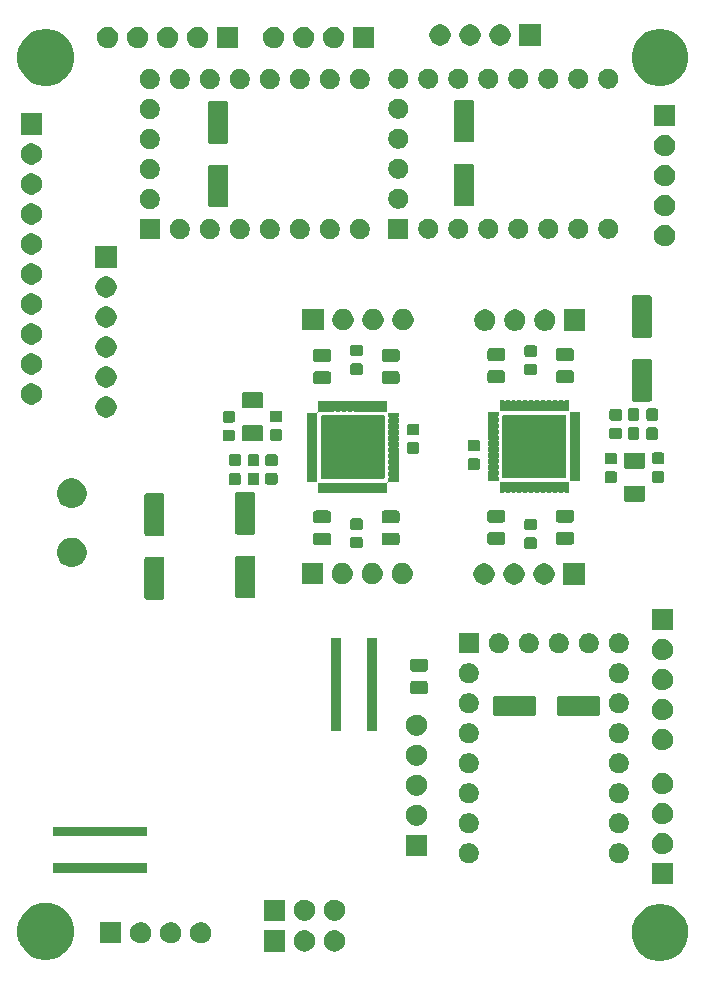
<source format=gts>
G04 #@! TF.GenerationSoftware,KiCad,Pcbnew,(5.1.6)-1*
G04 #@! TF.CreationDate,2022-01-23T19:06:20-05:00*
G04 #@! TF.ProjectId,KiCad Schematic,4b694361-6420-4536-9368-656d61746963,rev?*
G04 #@! TF.SameCoordinates,Original*
G04 #@! TF.FileFunction,Soldermask,Top*
G04 #@! TF.FilePolarity,Negative*
%FSLAX46Y46*%
G04 Gerber Fmt 4.6, Leading zero omitted, Abs format (unit mm)*
G04 Created by KiCad (PCBNEW (5.1.6)-1) date 2022-01-23 19:06:20*
%MOMM*%
%LPD*%
G01*
G04 APERTURE LIST*
%ADD10C,0.100000*%
G04 APERTURE END LIST*
D10*
G36*
X116368412Y-199245134D02*
G01*
X116600346Y-199291269D01*
X117037300Y-199472262D01*
X117430548Y-199735022D01*
X117764978Y-200069452D01*
X118027738Y-200462700D01*
X118208731Y-200899654D01*
X118237771Y-201045646D01*
X118301000Y-201363521D01*
X118301000Y-201836479D01*
X118293692Y-201873218D01*
X118208731Y-202300346D01*
X118027738Y-202737300D01*
X117764978Y-203130548D01*
X117430548Y-203464978D01*
X117037300Y-203727738D01*
X116600346Y-203908731D01*
X116368412Y-203954865D01*
X116136479Y-204001000D01*
X115663521Y-204001000D01*
X115431588Y-203954865D01*
X115199654Y-203908731D01*
X114762700Y-203727738D01*
X114369452Y-203464978D01*
X114035022Y-203130548D01*
X113772262Y-202737300D01*
X113591269Y-202300346D01*
X113506308Y-201873218D01*
X113499000Y-201836479D01*
X113499000Y-201363521D01*
X113562229Y-201045646D01*
X113591269Y-200899654D01*
X113772262Y-200462700D01*
X114035022Y-200069452D01*
X114369452Y-199735022D01*
X114762700Y-199472262D01*
X115199654Y-199291269D01*
X115431588Y-199245134D01*
X115663521Y-199199000D01*
X116136479Y-199199000D01*
X116368412Y-199245134D01*
G37*
G36*
X64270437Y-199125646D02*
G01*
X64600346Y-199191269D01*
X65037300Y-199372262D01*
X65430548Y-199635022D01*
X65764978Y-199969452D01*
X66027738Y-200362700D01*
X66208731Y-200799654D01*
X66301000Y-201263522D01*
X66301000Y-201736478D01*
X66208731Y-202200346D01*
X66090253Y-202486375D01*
X66058593Y-202562811D01*
X66027738Y-202637300D01*
X65764978Y-203030548D01*
X65430548Y-203364978D01*
X65037300Y-203627738D01*
X64600346Y-203808731D01*
X64368412Y-203854866D01*
X64136479Y-203901000D01*
X63663521Y-203901000D01*
X63431588Y-203854866D01*
X63199654Y-203808731D01*
X62762700Y-203627738D01*
X62369452Y-203364978D01*
X62035022Y-203030548D01*
X61772262Y-202637300D01*
X61741408Y-202562811D01*
X61709747Y-202486375D01*
X61591269Y-202200346D01*
X61499000Y-201736478D01*
X61499000Y-201263522D01*
X61591269Y-200799654D01*
X61772262Y-200362700D01*
X62035022Y-199969452D01*
X62369452Y-199635022D01*
X62762700Y-199372262D01*
X63199654Y-199191269D01*
X63529563Y-199125646D01*
X63663521Y-199099000D01*
X64136479Y-199099000D01*
X64270437Y-199125646D01*
G37*
G36*
X88453512Y-201403927D02*
G01*
X88602812Y-201433624D01*
X88766784Y-201501544D01*
X88914354Y-201600147D01*
X89039853Y-201725646D01*
X89138456Y-201873216D01*
X89206376Y-202037188D01*
X89236073Y-202186488D01*
X89237638Y-202194354D01*
X89241000Y-202211259D01*
X89241000Y-202388741D01*
X89206376Y-202562812D01*
X89138456Y-202726784D01*
X89039853Y-202874354D01*
X88914354Y-202999853D01*
X88766784Y-203098456D01*
X88602812Y-203166376D01*
X88453512Y-203196073D01*
X88428742Y-203201000D01*
X88251258Y-203201000D01*
X88226488Y-203196073D01*
X88077188Y-203166376D01*
X87913216Y-203098456D01*
X87765646Y-202999853D01*
X87640147Y-202874354D01*
X87541544Y-202726784D01*
X87473624Y-202562812D01*
X87439000Y-202388741D01*
X87439000Y-202211259D01*
X87442363Y-202194354D01*
X87443927Y-202186488D01*
X87473624Y-202037188D01*
X87541544Y-201873216D01*
X87640147Y-201725646D01*
X87765646Y-201600147D01*
X87913216Y-201501544D01*
X88077188Y-201433624D01*
X88226488Y-201403927D01*
X88251258Y-201399000D01*
X88428742Y-201399000D01*
X88453512Y-201403927D01*
G37*
G36*
X84161000Y-203201000D02*
G01*
X82359000Y-203201000D01*
X82359000Y-201399000D01*
X84161000Y-201399000D01*
X84161000Y-203201000D01*
G37*
G36*
X85913512Y-201403927D02*
G01*
X86062812Y-201433624D01*
X86226784Y-201501544D01*
X86374354Y-201600147D01*
X86499853Y-201725646D01*
X86598456Y-201873216D01*
X86666376Y-202037188D01*
X86696073Y-202186488D01*
X86697638Y-202194354D01*
X86701000Y-202211259D01*
X86701000Y-202388741D01*
X86666376Y-202562812D01*
X86598456Y-202726784D01*
X86499853Y-202874354D01*
X86374354Y-202999853D01*
X86226784Y-203098456D01*
X86062812Y-203166376D01*
X85913512Y-203196073D01*
X85888742Y-203201000D01*
X85711258Y-203201000D01*
X85686488Y-203196073D01*
X85537188Y-203166376D01*
X85373216Y-203098456D01*
X85225646Y-202999853D01*
X85100147Y-202874354D01*
X85001544Y-202726784D01*
X84933624Y-202562812D01*
X84899000Y-202388741D01*
X84899000Y-202211259D01*
X84902363Y-202194354D01*
X84903927Y-202186488D01*
X84933624Y-202037188D01*
X85001544Y-201873216D01*
X85100147Y-201725646D01*
X85225646Y-201600147D01*
X85373216Y-201501544D01*
X85537188Y-201433624D01*
X85686488Y-201403927D01*
X85711258Y-201399000D01*
X85888742Y-201399000D01*
X85913512Y-201403927D01*
G37*
G36*
X77133512Y-200723927D02*
G01*
X77282812Y-200753624D01*
X77446784Y-200821544D01*
X77594354Y-200920147D01*
X77719853Y-201045646D01*
X77818456Y-201193216D01*
X77886376Y-201357188D01*
X77915089Y-201501544D01*
X77921000Y-201531258D01*
X77921000Y-201708742D01*
X77917637Y-201725647D01*
X77886376Y-201882812D01*
X77818456Y-202046784D01*
X77719853Y-202194354D01*
X77594354Y-202319853D01*
X77446784Y-202418456D01*
X77282812Y-202486376D01*
X77133512Y-202516073D01*
X77108742Y-202521000D01*
X76931258Y-202521000D01*
X76906488Y-202516073D01*
X76757188Y-202486376D01*
X76593216Y-202418456D01*
X76445646Y-202319853D01*
X76320147Y-202194354D01*
X76221544Y-202046784D01*
X76153624Y-201882812D01*
X76122363Y-201725647D01*
X76119000Y-201708742D01*
X76119000Y-201531258D01*
X76124911Y-201501544D01*
X76153624Y-201357188D01*
X76221544Y-201193216D01*
X76320147Y-201045646D01*
X76445646Y-200920147D01*
X76593216Y-200821544D01*
X76757188Y-200753624D01*
X76906488Y-200723927D01*
X76931258Y-200719000D01*
X77108742Y-200719000D01*
X77133512Y-200723927D01*
G37*
G36*
X74593512Y-200723927D02*
G01*
X74742812Y-200753624D01*
X74906784Y-200821544D01*
X75054354Y-200920147D01*
X75179853Y-201045646D01*
X75278456Y-201193216D01*
X75346376Y-201357188D01*
X75375089Y-201501544D01*
X75381000Y-201531258D01*
X75381000Y-201708742D01*
X75377637Y-201725647D01*
X75346376Y-201882812D01*
X75278456Y-202046784D01*
X75179853Y-202194354D01*
X75054354Y-202319853D01*
X74906784Y-202418456D01*
X74742812Y-202486376D01*
X74593512Y-202516073D01*
X74568742Y-202521000D01*
X74391258Y-202521000D01*
X74366488Y-202516073D01*
X74217188Y-202486376D01*
X74053216Y-202418456D01*
X73905646Y-202319853D01*
X73780147Y-202194354D01*
X73681544Y-202046784D01*
X73613624Y-201882812D01*
X73582363Y-201725647D01*
X73579000Y-201708742D01*
X73579000Y-201531258D01*
X73584911Y-201501544D01*
X73613624Y-201357188D01*
X73681544Y-201193216D01*
X73780147Y-201045646D01*
X73905646Y-200920147D01*
X74053216Y-200821544D01*
X74217188Y-200753624D01*
X74366488Y-200723927D01*
X74391258Y-200719000D01*
X74568742Y-200719000D01*
X74593512Y-200723927D01*
G37*
G36*
X72053512Y-200723927D02*
G01*
X72202812Y-200753624D01*
X72366784Y-200821544D01*
X72514354Y-200920147D01*
X72639853Y-201045646D01*
X72738456Y-201193216D01*
X72806376Y-201357188D01*
X72835089Y-201501544D01*
X72841000Y-201531258D01*
X72841000Y-201708742D01*
X72837637Y-201725647D01*
X72806376Y-201882812D01*
X72738456Y-202046784D01*
X72639853Y-202194354D01*
X72514354Y-202319853D01*
X72366784Y-202418456D01*
X72202812Y-202486376D01*
X72053512Y-202516073D01*
X72028742Y-202521000D01*
X71851258Y-202521000D01*
X71826488Y-202516073D01*
X71677188Y-202486376D01*
X71513216Y-202418456D01*
X71365646Y-202319853D01*
X71240147Y-202194354D01*
X71141544Y-202046784D01*
X71073624Y-201882812D01*
X71042363Y-201725647D01*
X71039000Y-201708742D01*
X71039000Y-201531258D01*
X71044911Y-201501544D01*
X71073624Y-201357188D01*
X71141544Y-201193216D01*
X71240147Y-201045646D01*
X71365646Y-200920147D01*
X71513216Y-200821544D01*
X71677188Y-200753624D01*
X71826488Y-200723927D01*
X71851258Y-200719000D01*
X72028742Y-200719000D01*
X72053512Y-200723927D01*
G37*
G36*
X70301000Y-202521000D02*
G01*
X68499000Y-202521000D01*
X68499000Y-200719000D01*
X70301000Y-200719000D01*
X70301000Y-202521000D01*
G37*
G36*
X88453512Y-198803927D02*
G01*
X88602812Y-198833624D01*
X88766784Y-198901544D01*
X88914354Y-199000147D01*
X89039853Y-199125646D01*
X89138456Y-199273216D01*
X89206376Y-199437188D01*
X89241000Y-199611259D01*
X89241000Y-199788741D01*
X89206376Y-199962812D01*
X89138456Y-200126784D01*
X89039853Y-200274354D01*
X88914354Y-200399853D01*
X88766784Y-200498456D01*
X88602812Y-200566376D01*
X88453512Y-200596073D01*
X88428742Y-200601000D01*
X88251258Y-200601000D01*
X88226488Y-200596073D01*
X88077188Y-200566376D01*
X87913216Y-200498456D01*
X87765646Y-200399853D01*
X87640147Y-200274354D01*
X87541544Y-200126784D01*
X87473624Y-199962812D01*
X87439000Y-199788741D01*
X87439000Y-199611259D01*
X87473624Y-199437188D01*
X87541544Y-199273216D01*
X87640147Y-199125646D01*
X87765646Y-199000147D01*
X87913216Y-198901544D01*
X88077188Y-198833624D01*
X88226488Y-198803927D01*
X88251258Y-198799000D01*
X88428742Y-198799000D01*
X88453512Y-198803927D01*
G37*
G36*
X84161000Y-200601000D02*
G01*
X82359000Y-200601000D01*
X82359000Y-198799000D01*
X84161000Y-198799000D01*
X84161000Y-200601000D01*
G37*
G36*
X85913512Y-198803927D02*
G01*
X86062812Y-198833624D01*
X86226784Y-198901544D01*
X86374354Y-199000147D01*
X86499853Y-199125646D01*
X86598456Y-199273216D01*
X86666376Y-199437188D01*
X86701000Y-199611259D01*
X86701000Y-199788741D01*
X86666376Y-199962812D01*
X86598456Y-200126784D01*
X86499853Y-200274354D01*
X86374354Y-200399853D01*
X86226784Y-200498456D01*
X86062812Y-200566376D01*
X85913512Y-200596073D01*
X85888742Y-200601000D01*
X85711258Y-200601000D01*
X85686488Y-200596073D01*
X85537188Y-200566376D01*
X85373216Y-200498456D01*
X85225646Y-200399853D01*
X85100147Y-200274354D01*
X85001544Y-200126784D01*
X84933624Y-199962812D01*
X84899000Y-199788741D01*
X84899000Y-199611259D01*
X84933624Y-199437188D01*
X85001544Y-199273216D01*
X85100147Y-199125646D01*
X85225646Y-199000147D01*
X85373216Y-198901544D01*
X85537188Y-198833624D01*
X85686488Y-198803927D01*
X85711258Y-198799000D01*
X85888742Y-198799000D01*
X85913512Y-198803927D01*
G37*
G36*
X117001000Y-197501000D02*
G01*
X115199000Y-197501000D01*
X115199000Y-195699000D01*
X117001000Y-195699000D01*
X117001000Y-197501000D01*
G37*
G36*
X72451000Y-196541000D02*
G01*
X64549000Y-196541000D01*
X64549000Y-195739000D01*
X72451000Y-195739000D01*
X72451000Y-196541000D01*
G37*
G36*
X99948228Y-194061703D02*
G01*
X100103100Y-194125853D01*
X100242481Y-194218985D01*
X100361015Y-194337519D01*
X100454147Y-194476900D01*
X100518297Y-194631772D01*
X100551000Y-194796184D01*
X100551000Y-194963816D01*
X100518297Y-195128228D01*
X100454147Y-195283100D01*
X100361015Y-195422481D01*
X100242481Y-195541015D01*
X100103100Y-195634147D01*
X99948228Y-195698297D01*
X99783816Y-195731000D01*
X99616184Y-195731000D01*
X99451772Y-195698297D01*
X99296900Y-195634147D01*
X99157519Y-195541015D01*
X99038985Y-195422481D01*
X98945853Y-195283100D01*
X98881703Y-195128228D01*
X98849000Y-194963816D01*
X98849000Y-194796184D01*
X98881703Y-194631772D01*
X98945853Y-194476900D01*
X99038985Y-194337519D01*
X99157519Y-194218985D01*
X99296900Y-194125853D01*
X99451772Y-194061703D01*
X99616184Y-194029000D01*
X99783816Y-194029000D01*
X99948228Y-194061703D01*
G37*
G36*
X112648228Y-194061703D02*
G01*
X112803100Y-194125853D01*
X112942481Y-194218985D01*
X113061015Y-194337519D01*
X113154147Y-194476900D01*
X113218297Y-194631772D01*
X113251000Y-194796184D01*
X113251000Y-194963816D01*
X113218297Y-195128228D01*
X113154147Y-195283100D01*
X113061015Y-195422481D01*
X112942481Y-195541015D01*
X112803100Y-195634147D01*
X112648228Y-195698297D01*
X112483816Y-195731000D01*
X112316184Y-195731000D01*
X112151772Y-195698297D01*
X111996900Y-195634147D01*
X111857519Y-195541015D01*
X111738985Y-195422481D01*
X111645853Y-195283100D01*
X111581703Y-195128228D01*
X111549000Y-194963816D01*
X111549000Y-194796184D01*
X111581703Y-194631772D01*
X111645853Y-194476900D01*
X111738985Y-194337519D01*
X111857519Y-194218985D01*
X111996900Y-194125853D01*
X112151772Y-194061703D01*
X112316184Y-194029000D01*
X112483816Y-194029000D01*
X112648228Y-194061703D01*
G37*
G36*
X96201000Y-195101000D02*
G01*
X94399000Y-195101000D01*
X94399000Y-193299000D01*
X96201000Y-193299000D01*
X96201000Y-195101000D01*
G37*
G36*
X116213512Y-193163927D02*
G01*
X116362812Y-193193624D01*
X116526784Y-193261544D01*
X116674354Y-193360147D01*
X116799853Y-193485646D01*
X116898456Y-193633216D01*
X116966376Y-193797188D01*
X117001000Y-193971259D01*
X117001000Y-194148741D01*
X116966376Y-194322812D01*
X116898456Y-194486784D01*
X116799853Y-194634354D01*
X116674354Y-194759853D01*
X116526784Y-194858456D01*
X116362812Y-194926376D01*
X116213512Y-194956073D01*
X116188742Y-194961000D01*
X116011258Y-194961000D01*
X115986488Y-194956073D01*
X115837188Y-194926376D01*
X115673216Y-194858456D01*
X115525646Y-194759853D01*
X115400147Y-194634354D01*
X115301544Y-194486784D01*
X115233624Y-194322812D01*
X115199000Y-194148741D01*
X115199000Y-193971259D01*
X115233624Y-193797188D01*
X115301544Y-193633216D01*
X115400147Y-193485646D01*
X115525646Y-193360147D01*
X115673216Y-193261544D01*
X115837188Y-193193624D01*
X115986488Y-193163927D01*
X116011258Y-193159000D01*
X116188742Y-193159000D01*
X116213512Y-193163927D01*
G37*
G36*
X72451000Y-193461000D02*
G01*
X64549000Y-193461000D01*
X64549000Y-192659000D01*
X72451000Y-192659000D01*
X72451000Y-193461000D01*
G37*
G36*
X99948228Y-191521703D02*
G01*
X100103100Y-191585853D01*
X100242481Y-191678985D01*
X100361015Y-191797519D01*
X100454147Y-191936900D01*
X100518297Y-192091772D01*
X100551000Y-192256184D01*
X100551000Y-192423816D01*
X100518297Y-192588228D01*
X100454147Y-192743100D01*
X100361015Y-192882481D01*
X100242481Y-193001015D01*
X100103100Y-193094147D01*
X99948228Y-193158297D01*
X99783816Y-193191000D01*
X99616184Y-193191000D01*
X99451772Y-193158297D01*
X99296900Y-193094147D01*
X99157519Y-193001015D01*
X99038985Y-192882481D01*
X98945853Y-192743100D01*
X98881703Y-192588228D01*
X98849000Y-192423816D01*
X98849000Y-192256184D01*
X98881703Y-192091772D01*
X98945853Y-191936900D01*
X99038985Y-191797519D01*
X99157519Y-191678985D01*
X99296900Y-191585853D01*
X99451772Y-191521703D01*
X99616184Y-191489000D01*
X99783816Y-191489000D01*
X99948228Y-191521703D01*
G37*
G36*
X112648228Y-191521703D02*
G01*
X112803100Y-191585853D01*
X112942481Y-191678985D01*
X113061015Y-191797519D01*
X113154147Y-191936900D01*
X113218297Y-192091772D01*
X113251000Y-192256184D01*
X113251000Y-192423816D01*
X113218297Y-192588228D01*
X113154147Y-192743100D01*
X113061015Y-192882481D01*
X112942481Y-193001015D01*
X112803100Y-193094147D01*
X112648228Y-193158297D01*
X112483816Y-193191000D01*
X112316184Y-193191000D01*
X112151772Y-193158297D01*
X111996900Y-193094147D01*
X111857519Y-193001015D01*
X111738985Y-192882481D01*
X111645853Y-192743100D01*
X111581703Y-192588228D01*
X111549000Y-192423816D01*
X111549000Y-192256184D01*
X111581703Y-192091772D01*
X111645853Y-191936900D01*
X111738985Y-191797519D01*
X111857519Y-191678985D01*
X111996900Y-191585853D01*
X112151772Y-191521703D01*
X112316184Y-191489000D01*
X112483816Y-191489000D01*
X112648228Y-191521703D01*
G37*
G36*
X95413512Y-190763927D02*
G01*
X95562812Y-190793624D01*
X95726784Y-190861544D01*
X95874354Y-190960147D01*
X95999853Y-191085646D01*
X96098456Y-191233216D01*
X96166376Y-191397188D01*
X96201000Y-191571259D01*
X96201000Y-191748741D01*
X96166376Y-191922812D01*
X96098456Y-192086784D01*
X95999853Y-192234354D01*
X95874354Y-192359853D01*
X95726784Y-192458456D01*
X95562812Y-192526376D01*
X95413512Y-192556073D01*
X95388742Y-192561000D01*
X95211258Y-192561000D01*
X95186488Y-192556073D01*
X95037188Y-192526376D01*
X94873216Y-192458456D01*
X94725646Y-192359853D01*
X94600147Y-192234354D01*
X94501544Y-192086784D01*
X94433624Y-191922812D01*
X94399000Y-191748741D01*
X94399000Y-191571259D01*
X94433624Y-191397188D01*
X94501544Y-191233216D01*
X94600147Y-191085646D01*
X94725646Y-190960147D01*
X94873216Y-190861544D01*
X95037188Y-190793624D01*
X95186488Y-190763927D01*
X95211258Y-190759000D01*
X95388742Y-190759000D01*
X95413512Y-190763927D01*
G37*
G36*
X116213512Y-190623927D02*
G01*
X116362812Y-190653624D01*
X116526784Y-190721544D01*
X116674354Y-190820147D01*
X116799853Y-190945646D01*
X116898456Y-191093216D01*
X116966376Y-191257188D01*
X117001000Y-191431259D01*
X117001000Y-191608741D01*
X116966376Y-191782812D01*
X116898456Y-191946784D01*
X116799853Y-192094354D01*
X116674354Y-192219853D01*
X116526784Y-192318456D01*
X116362812Y-192386376D01*
X116213512Y-192416073D01*
X116188742Y-192421000D01*
X116011258Y-192421000D01*
X115986488Y-192416073D01*
X115837188Y-192386376D01*
X115673216Y-192318456D01*
X115525646Y-192219853D01*
X115400147Y-192094354D01*
X115301544Y-191946784D01*
X115233624Y-191782812D01*
X115199000Y-191608741D01*
X115199000Y-191431259D01*
X115233624Y-191257188D01*
X115301544Y-191093216D01*
X115400147Y-190945646D01*
X115525646Y-190820147D01*
X115673216Y-190721544D01*
X115837188Y-190653624D01*
X115986488Y-190623927D01*
X116011258Y-190619000D01*
X116188742Y-190619000D01*
X116213512Y-190623927D01*
G37*
G36*
X99948228Y-188981703D02*
G01*
X100103100Y-189045853D01*
X100242481Y-189138985D01*
X100361015Y-189257519D01*
X100454147Y-189396900D01*
X100518297Y-189551772D01*
X100551000Y-189716184D01*
X100551000Y-189883816D01*
X100518297Y-190048228D01*
X100454147Y-190203100D01*
X100361015Y-190342481D01*
X100242481Y-190461015D01*
X100103100Y-190554147D01*
X99948228Y-190618297D01*
X99783816Y-190651000D01*
X99616184Y-190651000D01*
X99451772Y-190618297D01*
X99296900Y-190554147D01*
X99157519Y-190461015D01*
X99038985Y-190342481D01*
X98945853Y-190203100D01*
X98881703Y-190048228D01*
X98849000Y-189883816D01*
X98849000Y-189716184D01*
X98881703Y-189551772D01*
X98945853Y-189396900D01*
X99038985Y-189257519D01*
X99157519Y-189138985D01*
X99296900Y-189045853D01*
X99451772Y-188981703D01*
X99616184Y-188949000D01*
X99783816Y-188949000D01*
X99948228Y-188981703D01*
G37*
G36*
X112648228Y-188981703D02*
G01*
X112803100Y-189045853D01*
X112942481Y-189138985D01*
X113061015Y-189257519D01*
X113154147Y-189396900D01*
X113218297Y-189551772D01*
X113251000Y-189716184D01*
X113251000Y-189883816D01*
X113218297Y-190048228D01*
X113154147Y-190203100D01*
X113061015Y-190342481D01*
X112942481Y-190461015D01*
X112803100Y-190554147D01*
X112648228Y-190618297D01*
X112483816Y-190651000D01*
X112316184Y-190651000D01*
X112151772Y-190618297D01*
X111996900Y-190554147D01*
X111857519Y-190461015D01*
X111738985Y-190342481D01*
X111645853Y-190203100D01*
X111581703Y-190048228D01*
X111549000Y-189883816D01*
X111549000Y-189716184D01*
X111581703Y-189551772D01*
X111645853Y-189396900D01*
X111738985Y-189257519D01*
X111857519Y-189138985D01*
X111996900Y-189045853D01*
X112151772Y-188981703D01*
X112316184Y-188949000D01*
X112483816Y-188949000D01*
X112648228Y-188981703D01*
G37*
G36*
X95413512Y-188223927D02*
G01*
X95562812Y-188253624D01*
X95726784Y-188321544D01*
X95874354Y-188420147D01*
X95999853Y-188545646D01*
X96098456Y-188693216D01*
X96166376Y-188857188D01*
X96201000Y-189031259D01*
X96201000Y-189208741D01*
X96166376Y-189382812D01*
X96098456Y-189546784D01*
X95999853Y-189694354D01*
X95874354Y-189819853D01*
X95726784Y-189918456D01*
X95562812Y-189986376D01*
X95413512Y-190016073D01*
X95388742Y-190021000D01*
X95211258Y-190021000D01*
X95186488Y-190016073D01*
X95037188Y-189986376D01*
X94873216Y-189918456D01*
X94725646Y-189819853D01*
X94600147Y-189694354D01*
X94501544Y-189546784D01*
X94433624Y-189382812D01*
X94399000Y-189208741D01*
X94399000Y-189031259D01*
X94433624Y-188857188D01*
X94501544Y-188693216D01*
X94600147Y-188545646D01*
X94725646Y-188420147D01*
X94873216Y-188321544D01*
X95037188Y-188253624D01*
X95186488Y-188223927D01*
X95211258Y-188219000D01*
X95388742Y-188219000D01*
X95413512Y-188223927D01*
G37*
G36*
X116213512Y-188083927D02*
G01*
X116362812Y-188113624D01*
X116526784Y-188181544D01*
X116674354Y-188280147D01*
X116799853Y-188405646D01*
X116898456Y-188553216D01*
X116966376Y-188717188D01*
X117001000Y-188891259D01*
X117001000Y-189068741D01*
X116966376Y-189242812D01*
X116898456Y-189406784D01*
X116799853Y-189554354D01*
X116674354Y-189679853D01*
X116526784Y-189778456D01*
X116362812Y-189846376D01*
X116213512Y-189876073D01*
X116188742Y-189881000D01*
X116011258Y-189881000D01*
X115986488Y-189876073D01*
X115837188Y-189846376D01*
X115673216Y-189778456D01*
X115525646Y-189679853D01*
X115400147Y-189554354D01*
X115301544Y-189406784D01*
X115233624Y-189242812D01*
X115199000Y-189068741D01*
X115199000Y-188891259D01*
X115233624Y-188717188D01*
X115301544Y-188553216D01*
X115400147Y-188405646D01*
X115525646Y-188280147D01*
X115673216Y-188181544D01*
X115837188Y-188113624D01*
X115986488Y-188083927D01*
X116011258Y-188079000D01*
X116188742Y-188079000D01*
X116213512Y-188083927D01*
G37*
G36*
X99948228Y-186441703D02*
G01*
X100103100Y-186505853D01*
X100242481Y-186598985D01*
X100361015Y-186717519D01*
X100454147Y-186856900D01*
X100518297Y-187011772D01*
X100551000Y-187176184D01*
X100551000Y-187343816D01*
X100518297Y-187508228D01*
X100454147Y-187663100D01*
X100361015Y-187802481D01*
X100242481Y-187921015D01*
X100103100Y-188014147D01*
X99948228Y-188078297D01*
X99783816Y-188111000D01*
X99616184Y-188111000D01*
X99451772Y-188078297D01*
X99296900Y-188014147D01*
X99157519Y-187921015D01*
X99038985Y-187802481D01*
X98945853Y-187663100D01*
X98881703Y-187508228D01*
X98849000Y-187343816D01*
X98849000Y-187176184D01*
X98881703Y-187011772D01*
X98945853Y-186856900D01*
X99038985Y-186717519D01*
X99157519Y-186598985D01*
X99296900Y-186505853D01*
X99451772Y-186441703D01*
X99616184Y-186409000D01*
X99783816Y-186409000D01*
X99948228Y-186441703D01*
G37*
G36*
X112648228Y-186441703D02*
G01*
X112803100Y-186505853D01*
X112942481Y-186598985D01*
X113061015Y-186717519D01*
X113154147Y-186856900D01*
X113218297Y-187011772D01*
X113251000Y-187176184D01*
X113251000Y-187343816D01*
X113218297Y-187508228D01*
X113154147Y-187663100D01*
X113061015Y-187802481D01*
X112942481Y-187921015D01*
X112803100Y-188014147D01*
X112648228Y-188078297D01*
X112483816Y-188111000D01*
X112316184Y-188111000D01*
X112151772Y-188078297D01*
X111996900Y-188014147D01*
X111857519Y-187921015D01*
X111738985Y-187802481D01*
X111645853Y-187663100D01*
X111581703Y-187508228D01*
X111549000Y-187343816D01*
X111549000Y-187176184D01*
X111581703Y-187011772D01*
X111645853Y-186856900D01*
X111738985Y-186717519D01*
X111857519Y-186598985D01*
X111996900Y-186505853D01*
X112151772Y-186441703D01*
X112316184Y-186409000D01*
X112483816Y-186409000D01*
X112648228Y-186441703D01*
G37*
G36*
X95413512Y-185683927D02*
G01*
X95562812Y-185713624D01*
X95726784Y-185781544D01*
X95874354Y-185880147D01*
X95999853Y-186005646D01*
X96098456Y-186153216D01*
X96166376Y-186317188D01*
X96201000Y-186491259D01*
X96201000Y-186668741D01*
X96166376Y-186842812D01*
X96098456Y-187006784D01*
X95999853Y-187154354D01*
X95874354Y-187279853D01*
X95726784Y-187378456D01*
X95562812Y-187446376D01*
X95413512Y-187476073D01*
X95388742Y-187481000D01*
X95211258Y-187481000D01*
X95186488Y-187476073D01*
X95037188Y-187446376D01*
X94873216Y-187378456D01*
X94725646Y-187279853D01*
X94600147Y-187154354D01*
X94501544Y-187006784D01*
X94433624Y-186842812D01*
X94399000Y-186668741D01*
X94399000Y-186491259D01*
X94433624Y-186317188D01*
X94501544Y-186153216D01*
X94600147Y-186005646D01*
X94725646Y-185880147D01*
X94873216Y-185781544D01*
X95037188Y-185713624D01*
X95186488Y-185683927D01*
X95211258Y-185679000D01*
X95388742Y-185679000D01*
X95413512Y-185683927D01*
G37*
G36*
X116213512Y-184363927D02*
G01*
X116362812Y-184393624D01*
X116526784Y-184461544D01*
X116674354Y-184560147D01*
X116799853Y-184685646D01*
X116898456Y-184833216D01*
X116966376Y-184997188D01*
X117001000Y-185171259D01*
X117001000Y-185348741D01*
X116966376Y-185522812D01*
X116898456Y-185686784D01*
X116799853Y-185834354D01*
X116674354Y-185959853D01*
X116526784Y-186058456D01*
X116362812Y-186126376D01*
X116213512Y-186156073D01*
X116188742Y-186161000D01*
X116011258Y-186161000D01*
X115986488Y-186156073D01*
X115837188Y-186126376D01*
X115673216Y-186058456D01*
X115525646Y-185959853D01*
X115400147Y-185834354D01*
X115301544Y-185686784D01*
X115233624Y-185522812D01*
X115199000Y-185348741D01*
X115199000Y-185171259D01*
X115233624Y-184997188D01*
X115301544Y-184833216D01*
X115400147Y-184685646D01*
X115525646Y-184560147D01*
X115673216Y-184461544D01*
X115837188Y-184393624D01*
X115986488Y-184363927D01*
X116011258Y-184359000D01*
X116188742Y-184359000D01*
X116213512Y-184363927D01*
G37*
G36*
X99948228Y-183901703D02*
G01*
X100103100Y-183965853D01*
X100242481Y-184058985D01*
X100361015Y-184177519D01*
X100454147Y-184316900D01*
X100518297Y-184471772D01*
X100551000Y-184636184D01*
X100551000Y-184803816D01*
X100518297Y-184968228D01*
X100454147Y-185123100D01*
X100361015Y-185262481D01*
X100242481Y-185381015D01*
X100103100Y-185474147D01*
X99948228Y-185538297D01*
X99783816Y-185571000D01*
X99616184Y-185571000D01*
X99451772Y-185538297D01*
X99296900Y-185474147D01*
X99157519Y-185381015D01*
X99038985Y-185262481D01*
X98945853Y-185123100D01*
X98881703Y-184968228D01*
X98849000Y-184803816D01*
X98849000Y-184636184D01*
X98881703Y-184471772D01*
X98945853Y-184316900D01*
X99038985Y-184177519D01*
X99157519Y-184058985D01*
X99296900Y-183965853D01*
X99451772Y-183901703D01*
X99616184Y-183869000D01*
X99783816Y-183869000D01*
X99948228Y-183901703D01*
G37*
G36*
X112648228Y-183901703D02*
G01*
X112803100Y-183965853D01*
X112942481Y-184058985D01*
X113061015Y-184177519D01*
X113154147Y-184316900D01*
X113218297Y-184471772D01*
X113251000Y-184636184D01*
X113251000Y-184803816D01*
X113218297Y-184968228D01*
X113154147Y-185123100D01*
X113061015Y-185262481D01*
X112942481Y-185381015D01*
X112803100Y-185474147D01*
X112648228Y-185538297D01*
X112483816Y-185571000D01*
X112316184Y-185571000D01*
X112151772Y-185538297D01*
X111996900Y-185474147D01*
X111857519Y-185381015D01*
X111738985Y-185262481D01*
X111645853Y-185123100D01*
X111581703Y-184968228D01*
X111549000Y-184803816D01*
X111549000Y-184636184D01*
X111581703Y-184471772D01*
X111645853Y-184316900D01*
X111738985Y-184177519D01*
X111857519Y-184058985D01*
X111996900Y-183965853D01*
X112151772Y-183901703D01*
X112316184Y-183869000D01*
X112483816Y-183869000D01*
X112648228Y-183901703D01*
G37*
G36*
X95413512Y-183143927D02*
G01*
X95562812Y-183173624D01*
X95726784Y-183241544D01*
X95874354Y-183340147D01*
X95999853Y-183465646D01*
X96098456Y-183613216D01*
X96166376Y-183777188D01*
X96201000Y-183951259D01*
X96201000Y-184128741D01*
X96166376Y-184302812D01*
X96098456Y-184466784D01*
X95999853Y-184614354D01*
X95874354Y-184739853D01*
X95726784Y-184838456D01*
X95562812Y-184906376D01*
X95413512Y-184936073D01*
X95388742Y-184941000D01*
X95211258Y-184941000D01*
X95186488Y-184936073D01*
X95037188Y-184906376D01*
X94873216Y-184838456D01*
X94725646Y-184739853D01*
X94600147Y-184614354D01*
X94501544Y-184466784D01*
X94433624Y-184302812D01*
X94399000Y-184128741D01*
X94399000Y-183951259D01*
X94433624Y-183777188D01*
X94501544Y-183613216D01*
X94600147Y-183465646D01*
X94725646Y-183340147D01*
X94873216Y-183241544D01*
X95037188Y-183173624D01*
X95186488Y-183143927D01*
X95211258Y-183139000D01*
X95388742Y-183139000D01*
X95413512Y-183143927D01*
G37*
G36*
X88861000Y-184551000D02*
G01*
X88059000Y-184551000D01*
X88059000Y-176649000D01*
X88861000Y-176649000D01*
X88861000Y-184551000D01*
G37*
G36*
X91941000Y-184551000D02*
G01*
X91139000Y-184551000D01*
X91139000Y-176649000D01*
X91941000Y-176649000D01*
X91941000Y-184551000D01*
G37*
G36*
X116213512Y-181823927D02*
G01*
X116362812Y-181853624D01*
X116526784Y-181921544D01*
X116674354Y-182020147D01*
X116799853Y-182145646D01*
X116898456Y-182293216D01*
X116966376Y-182457188D01*
X117001000Y-182631259D01*
X117001000Y-182808741D01*
X116966376Y-182982812D01*
X116898456Y-183146784D01*
X116799853Y-183294354D01*
X116674354Y-183419853D01*
X116526784Y-183518456D01*
X116362812Y-183586376D01*
X116213512Y-183616073D01*
X116188742Y-183621000D01*
X116011258Y-183621000D01*
X115986488Y-183616073D01*
X115837188Y-183586376D01*
X115673216Y-183518456D01*
X115525646Y-183419853D01*
X115400147Y-183294354D01*
X115301544Y-183146784D01*
X115233624Y-182982812D01*
X115199000Y-182808741D01*
X115199000Y-182631259D01*
X115233624Y-182457188D01*
X115301544Y-182293216D01*
X115400147Y-182145646D01*
X115525646Y-182020147D01*
X115673216Y-181921544D01*
X115837188Y-181853624D01*
X115986488Y-181823927D01*
X116011258Y-181819000D01*
X116188742Y-181819000D01*
X116213512Y-181823927D01*
G37*
G36*
X105255997Y-181553051D02*
G01*
X105289652Y-181563261D01*
X105320665Y-181579838D01*
X105347851Y-181602149D01*
X105370162Y-181629335D01*
X105386739Y-181660348D01*
X105396949Y-181694003D01*
X105401000Y-181735138D01*
X105401000Y-183064862D01*
X105396949Y-183105997D01*
X105386739Y-183139652D01*
X105370162Y-183170665D01*
X105347851Y-183197851D01*
X105320665Y-183220162D01*
X105289652Y-183236739D01*
X105255997Y-183246949D01*
X105214862Y-183251000D01*
X101985138Y-183251000D01*
X101944003Y-183246949D01*
X101910348Y-183236739D01*
X101879335Y-183220162D01*
X101852149Y-183197851D01*
X101829838Y-183170665D01*
X101813261Y-183139652D01*
X101803051Y-183105997D01*
X101799000Y-183064862D01*
X101799000Y-181735138D01*
X101803051Y-181694003D01*
X101813261Y-181660348D01*
X101829838Y-181629335D01*
X101852149Y-181602149D01*
X101879335Y-181579838D01*
X101910348Y-181563261D01*
X101944003Y-181553051D01*
X101985138Y-181549000D01*
X105214862Y-181549000D01*
X105255997Y-181553051D01*
G37*
G36*
X110655997Y-181553051D02*
G01*
X110689652Y-181563261D01*
X110720665Y-181579838D01*
X110747851Y-181602149D01*
X110770162Y-181629335D01*
X110786739Y-181660348D01*
X110796949Y-181694003D01*
X110801000Y-181735138D01*
X110801000Y-183064862D01*
X110796949Y-183105997D01*
X110786739Y-183139652D01*
X110770162Y-183170665D01*
X110747851Y-183197851D01*
X110720665Y-183220162D01*
X110689652Y-183236739D01*
X110655997Y-183246949D01*
X110614862Y-183251000D01*
X107385138Y-183251000D01*
X107344003Y-183246949D01*
X107310348Y-183236739D01*
X107279335Y-183220162D01*
X107252149Y-183197851D01*
X107229838Y-183170665D01*
X107213261Y-183139652D01*
X107203051Y-183105997D01*
X107199000Y-183064862D01*
X107199000Y-181735138D01*
X107203051Y-181694003D01*
X107213261Y-181660348D01*
X107229838Y-181629335D01*
X107252149Y-181602149D01*
X107279335Y-181579838D01*
X107310348Y-181563261D01*
X107344003Y-181553051D01*
X107385138Y-181549000D01*
X110614862Y-181549000D01*
X110655997Y-181553051D01*
G37*
G36*
X99948228Y-181361703D02*
G01*
X100103100Y-181425853D01*
X100242481Y-181518985D01*
X100361015Y-181637519D01*
X100454147Y-181776900D01*
X100518297Y-181931772D01*
X100551000Y-182096184D01*
X100551000Y-182263816D01*
X100518297Y-182428228D01*
X100454147Y-182583100D01*
X100361015Y-182722481D01*
X100242481Y-182841015D01*
X100103100Y-182934147D01*
X99948228Y-182998297D01*
X99783816Y-183031000D01*
X99616184Y-183031000D01*
X99451772Y-182998297D01*
X99296900Y-182934147D01*
X99157519Y-182841015D01*
X99038985Y-182722481D01*
X98945853Y-182583100D01*
X98881703Y-182428228D01*
X98849000Y-182263816D01*
X98849000Y-182096184D01*
X98881703Y-181931772D01*
X98945853Y-181776900D01*
X99038985Y-181637519D01*
X99157519Y-181518985D01*
X99296900Y-181425853D01*
X99451772Y-181361703D01*
X99616184Y-181329000D01*
X99783816Y-181329000D01*
X99948228Y-181361703D01*
G37*
G36*
X112648228Y-181361703D02*
G01*
X112803100Y-181425853D01*
X112942481Y-181518985D01*
X113061015Y-181637519D01*
X113154147Y-181776900D01*
X113218297Y-181931772D01*
X113251000Y-182096184D01*
X113251000Y-182263816D01*
X113218297Y-182428228D01*
X113154147Y-182583100D01*
X113061015Y-182722481D01*
X112942481Y-182841015D01*
X112803100Y-182934147D01*
X112648228Y-182998297D01*
X112483816Y-183031000D01*
X112316184Y-183031000D01*
X112151772Y-182998297D01*
X111996900Y-182934147D01*
X111857519Y-182841015D01*
X111738985Y-182722481D01*
X111645853Y-182583100D01*
X111581703Y-182428228D01*
X111549000Y-182263816D01*
X111549000Y-182096184D01*
X111581703Y-181931772D01*
X111645853Y-181776900D01*
X111738985Y-181637519D01*
X111857519Y-181518985D01*
X111996900Y-181425853D01*
X112151772Y-181361703D01*
X112316184Y-181329000D01*
X112483816Y-181329000D01*
X112648228Y-181361703D01*
G37*
G36*
X96084468Y-180303565D02*
G01*
X96123138Y-180315296D01*
X96158777Y-180334346D01*
X96190017Y-180359983D01*
X96215654Y-180391223D01*
X96234704Y-180426862D01*
X96246435Y-180465532D01*
X96251000Y-180511888D01*
X96251000Y-181163112D01*
X96246435Y-181209468D01*
X96234704Y-181248138D01*
X96215654Y-181283777D01*
X96190017Y-181315017D01*
X96158777Y-181340654D01*
X96123138Y-181359704D01*
X96084468Y-181371435D01*
X96038112Y-181376000D01*
X94961888Y-181376000D01*
X94915532Y-181371435D01*
X94876862Y-181359704D01*
X94841223Y-181340654D01*
X94809983Y-181315017D01*
X94784346Y-181283777D01*
X94765296Y-181248138D01*
X94753565Y-181209468D01*
X94749000Y-181163112D01*
X94749000Y-180511888D01*
X94753565Y-180465532D01*
X94765296Y-180426862D01*
X94784346Y-180391223D01*
X94809983Y-180359983D01*
X94841223Y-180334346D01*
X94876862Y-180315296D01*
X94915532Y-180303565D01*
X94961888Y-180299000D01*
X96038112Y-180299000D01*
X96084468Y-180303565D01*
G37*
G36*
X116213512Y-179283927D02*
G01*
X116362812Y-179313624D01*
X116526784Y-179381544D01*
X116674354Y-179480147D01*
X116799853Y-179605646D01*
X116898456Y-179753216D01*
X116966376Y-179917188D01*
X117001000Y-180091259D01*
X117001000Y-180268741D01*
X116966376Y-180442812D01*
X116898456Y-180606784D01*
X116799853Y-180754354D01*
X116674354Y-180879853D01*
X116526784Y-180978456D01*
X116362812Y-181046376D01*
X116213512Y-181076073D01*
X116188742Y-181081000D01*
X116011258Y-181081000D01*
X115986488Y-181076073D01*
X115837188Y-181046376D01*
X115673216Y-180978456D01*
X115525646Y-180879853D01*
X115400147Y-180754354D01*
X115301544Y-180606784D01*
X115233624Y-180442812D01*
X115199000Y-180268741D01*
X115199000Y-180091259D01*
X115233624Y-179917188D01*
X115301544Y-179753216D01*
X115400147Y-179605646D01*
X115525646Y-179480147D01*
X115673216Y-179381544D01*
X115837188Y-179313624D01*
X115986488Y-179283927D01*
X116011258Y-179279000D01*
X116188742Y-179279000D01*
X116213512Y-179283927D01*
G37*
G36*
X99948228Y-178821703D02*
G01*
X100103100Y-178885853D01*
X100242481Y-178978985D01*
X100361015Y-179097519D01*
X100454147Y-179236900D01*
X100518297Y-179391772D01*
X100551000Y-179556184D01*
X100551000Y-179723816D01*
X100518297Y-179888228D01*
X100454147Y-180043100D01*
X100361015Y-180182481D01*
X100242481Y-180301015D01*
X100103100Y-180394147D01*
X99948228Y-180458297D01*
X99783816Y-180491000D01*
X99616184Y-180491000D01*
X99451772Y-180458297D01*
X99296900Y-180394147D01*
X99157519Y-180301015D01*
X99038985Y-180182481D01*
X98945853Y-180043100D01*
X98881703Y-179888228D01*
X98849000Y-179723816D01*
X98849000Y-179556184D01*
X98881703Y-179391772D01*
X98945853Y-179236900D01*
X99038985Y-179097519D01*
X99157519Y-178978985D01*
X99296900Y-178885853D01*
X99451772Y-178821703D01*
X99616184Y-178789000D01*
X99783816Y-178789000D01*
X99948228Y-178821703D01*
G37*
G36*
X112648228Y-178821703D02*
G01*
X112803100Y-178885853D01*
X112942481Y-178978985D01*
X113061015Y-179097519D01*
X113154147Y-179236900D01*
X113218297Y-179391772D01*
X113251000Y-179556184D01*
X113251000Y-179723816D01*
X113218297Y-179888228D01*
X113154147Y-180043100D01*
X113061015Y-180182481D01*
X112942481Y-180301015D01*
X112803100Y-180394147D01*
X112648228Y-180458297D01*
X112483816Y-180491000D01*
X112316184Y-180491000D01*
X112151772Y-180458297D01*
X111996900Y-180394147D01*
X111857519Y-180301015D01*
X111738985Y-180182481D01*
X111645853Y-180043100D01*
X111581703Y-179888228D01*
X111549000Y-179723816D01*
X111549000Y-179556184D01*
X111581703Y-179391772D01*
X111645853Y-179236900D01*
X111738985Y-179097519D01*
X111857519Y-178978985D01*
X111996900Y-178885853D01*
X112151772Y-178821703D01*
X112316184Y-178789000D01*
X112483816Y-178789000D01*
X112648228Y-178821703D01*
G37*
G36*
X96084468Y-178428565D02*
G01*
X96123138Y-178440296D01*
X96158777Y-178459346D01*
X96190017Y-178484983D01*
X96215654Y-178516223D01*
X96234704Y-178551862D01*
X96246435Y-178590532D01*
X96251000Y-178636888D01*
X96251000Y-179288112D01*
X96246435Y-179334468D01*
X96234704Y-179373138D01*
X96215654Y-179408777D01*
X96190017Y-179440017D01*
X96158777Y-179465654D01*
X96123138Y-179484704D01*
X96084468Y-179496435D01*
X96038112Y-179501000D01*
X94961888Y-179501000D01*
X94915532Y-179496435D01*
X94876862Y-179484704D01*
X94841223Y-179465654D01*
X94809983Y-179440017D01*
X94784346Y-179408777D01*
X94765296Y-179373138D01*
X94753565Y-179334468D01*
X94749000Y-179288112D01*
X94749000Y-178636888D01*
X94753565Y-178590532D01*
X94765296Y-178551862D01*
X94784346Y-178516223D01*
X94809983Y-178484983D01*
X94841223Y-178459346D01*
X94876862Y-178440296D01*
X94915532Y-178428565D01*
X94961888Y-178424000D01*
X96038112Y-178424000D01*
X96084468Y-178428565D01*
G37*
G36*
X116213512Y-176743927D02*
G01*
X116362812Y-176773624D01*
X116526784Y-176841544D01*
X116674354Y-176940147D01*
X116799853Y-177065646D01*
X116898456Y-177213216D01*
X116966376Y-177377188D01*
X117001000Y-177551259D01*
X117001000Y-177728741D01*
X116966376Y-177902812D01*
X116898456Y-178066784D01*
X116799853Y-178214354D01*
X116674354Y-178339853D01*
X116526784Y-178438456D01*
X116362812Y-178506376D01*
X116213512Y-178536073D01*
X116188742Y-178541000D01*
X116011258Y-178541000D01*
X115986488Y-178536073D01*
X115837188Y-178506376D01*
X115673216Y-178438456D01*
X115525646Y-178339853D01*
X115400147Y-178214354D01*
X115301544Y-178066784D01*
X115233624Y-177902812D01*
X115199000Y-177728741D01*
X115199000Y-177551259D01*
X115233624Y-177377188D01*
X115301544Y-177213216D01*
X115400147Y-177065646D01*
X115525646Y-176940147D01*
X115673216Y-176841544D01*
X115837188Y-176773624D01*
X115986488Y-176743927D01*
X116011258Y-176739000D01*
X116188742Y-176739000D01*
X116213512Y-176743927D01*
G37*
G36*
X110108228Y-176281703D02*
G01*
X110263100Y-176345853D01*
X110402481Y-176438985D01*
X110521015Y-176557519D01*
X110614147Y-176696900D01*
X110678297Y-176851772D01*
X110711000Y-177016184D01*
X110711000Y-177183816D01*
X110678297Y-177348228D01*
X110614147Y-177503100D01*
X110521015Y-177642481D01*
X110402481Y-177761015D01*
X110263100Y-177854147D01*
X110108228Y-177918297D01*
X109943816Y-177951000D01*
X109776184Y-177951000D01*
X109611772Y-177918297D01*
X109456900Y-177854147D01*
X109317519Y-177761015D01*
X109198985Y-177642481D01*
X109105853Y-177503100D01*
X109041703Y-177348228D01*
X109009000Y-177183816D01*
X109009000Y-177016184D01*
X109041703Y-176851772D01*
X109105853Y-176696900D01*
X109198985Y-176557519D01*
X109317519Y-176438985D01*
X109456900Y-176345853D01*
X109611772Y-176281703D01*
X109776184Y-176249000D01*
X109943816Y-176249000D01*
X110108228Y-176281703D01*
G37*
G36*
X100551000Y-177951000D02*
G01*
X98849000Y-177951000D01*
X98849000Y-176249000D01*
X100551000Y-176249000D01*
X100551000Y-177951000D01*
G37*
G36*
X107568228Y-176281703D02*
G01*
X107723100Y-176345853D01*
X107862481Y-176438985D01*
X107981015Y-176557519D01*
X108074147Y-176696900D01*
X108138297Y-176851772D01*
X108171000Y-177016184D01*
X108171000Y-177183816D01*
X108138297Y-177348228D01*
X108074147Y-177503100D01*
X107981015Y-177642481D01*
X107862481Y-177761015D01*
X107723100Y-177854147D01*
X107568228Y-177918297D01*
X107403816Y-177951000D01*
X107236184Y-177951000D01*
X107071772Y-177918297D01*
X106916900Y-177854147D01*
X106777519Y-177761015D01*
X106658985Y-177642481D01*
X106565853Y-177503100D01*
X106501703Y-177348228D01*
X106469000Y-177183816D01*
X106469000Y-177016184D01*
X106501703Y-176851772D01*
X106565853Y-176696900D01*
X106658985Y-176557519D01*
X106777519Y-176438985D01*
X106916900Y-176345853D01*
X107071772Y-176281703D01*
X107236184Y-176249000D01*
X107403816Y-176249000D01*
X107568228Y-176281703D01*
G37*
G36*
X102488228Y-176281703D02*
G01*
X102643100Y-176345853D01*
X102782481Y-176438985D01*
X102901015Y-176557519D01*
X102994147Y-176696900D01*
X103058297Y-176851772D01*
X103091000Y-177016184D01*
X103091000Y-177183816D01*
X103058297Y-177348228D01*
X102994147Y-177503100D01*
X102901015Y-177642481D01*
X102782481Y-177761015D01*
X102643100Y-177854147D01*
X102488228Y-177918297D01*
X102323816Y-177951000D01*
X102156184Y-177951000D01*
X101991772Y-177918297D01*
X101836900Y-177854147D01*
X101697519Y-177761015D01*
X101578985Y-177642481D01*
X101485853Y-177503100D01*
X101421703Y-177348228D01*
X101389000Y-177183816D01*
X101389000Y-177016184D01*
X101421703Y-176851772D01*
X101485853Y-176696900D01*
X101578985Y-176557519D01*
X101697519Y-176438985D01*
X101836900Y-176345853D01*
X101991772Y-176281703D01*
X102156184Y-176249000D01*
X102323816Y-176249000D01*
X102488228Y-176281703D01*
G37*
G36*
X112648228Y-176281703D02*
G01*
X112803100Y-176345853D01*
X112942481Y-176438985D01*
X113061015Y-176557519D01*
X113154147Y-176696900D01*
X113218297Y-176851772D01*
X113251000Y-177016184D01*
X113251000Y-177183816D01*
X113218297Y-177348228D01*
X113154147Y-177503100D01*
X113061015Y-177642481D01*
X112942481Y-177761015D01*
X112803100Y-177854147D01*
X112648228Y-177918297D01*
X112483816Y-177951000D01*
X112316184Y-177951000D01*
X112151772Y-177918297D01*
X111996900Y-177854147D01*
X111857519Y-177761015D01*
X111738985Y-177642481D01*
X111645853Y-177503100D01*
X111581703Y-177348228D01*
X111549000Y-177183816D01*
X111549000Y-177016184D01*
X111581703Y-176851772D01*
X111645853Y-176696900D01*
X111738985Y-176557519D01*
X111857519Y-176438985D01*
X111996900Y-176345853D01*
X112151772Y-176281703D01*
X112316184Y-176249000D01*
X112483816Y-176249000D01*
X112648228Y-176281703D01*
G37*
G36*
X105028228Y-176281703D02*
G01*
X105183100Y-176345853D01*
X105322481Y-176438985D01*
X105441015Y-176557519D01*
X105534147Y-176696900D01*
X105598297Y-176851772D01*
X105631000Y-177016184D01*
X105631000Y-177183816D01*
X105598297Y-177348228D01*
X105534147Y-177503100D01*
X105441015Y-177642481D01*
X105322481Y-177761015D01*
X105183100Y-177854147D01*
X105028228Y-177918297D01*
X104863816Y-177951000D01*
X104696184Y-177951000D01*
X104531772Y-177918297D01*
X104376900Y-177854147D01*
X104237519Y-177761015D01*
X104118985Y-177642481D01*
X104025853Y-177503100D01*
X103961703Y-177348228D01*
X103929000Y-177183816D01*
X103929000Y-177016184D01*
X103961703Y-176851772D01*
X104025853Y-176696900D01*
X104118985Y-176557519D01*
X104237519Y-176438985D01*
X104376900Y-176345853D01*
X104531772Y-176281703D01*
X104696184Y-176249000D01*
X104863816Y-176249000D01*
X105028228Y-176281703D01*
G37*
G36*
X117001000Y-176001000D02*
G01*
X115199000Y-176001000D01*
X115199000Y-174199000D01*
X117001000Y-174199000D01*
X117001000Y-176001000D01*
G37*
G36*
X73805997Y-169803051D02*
G01*
X73839652Y-169813261D01*
X73870665Y-169829838D01*
X73897851Y-169852149D01*
X73920162Y-169879335D01*
X73936739Y-169910348D01*
X73946949Y-169944003D01*
X73951000Y-169985138D01*
X73951000Y-173214862D01*
X73946949Y-173255997D01*
X73936739Y-173289652D01*
X73920162Y-173320665D01*
X73897851Y-173347851D01*
X73870665Y-173370162D01*
X73839652Y-173386739D01*
X73805997Y-173396949D01*
X73764862Y-173401000D01*
X72435138Y-173401000D01*
X72394003Y-173396949D01*
X72360348Y-173386739D01*
X72329335Y-173370162D01*
X72302149Y-173347851D01*
X72279838Y-173320665D01*
X72263261Y-173289652D01*
X72253051Y-173255997D01*
X72249000Y-173214862D01*
X72249000Y-169985138D01*
X72253051Y-169944003D01*
X72263261Y-169910348D01*
X72279838Y-169879335D01*
X72302149Y-169852149D01*
X72329335Y-169829838D01*
X72360348Y-169813261D01*
X72394003Y-169803051D01*
X72435138Y-169799000D01*
X73764862Y-169799000D01*
X73805997Y-169803051D01*
G37*
G36*
X81505997Y-169703051D02*
G01*
X81539652Y-169713261D01*
X81570665Y-169729838D01*
X81597851Y-169752149D01*
X81620162Y-169779335D01*
X81636739Y-169810348D01*
X81646949Y-169844003D01*
X81651000Y-169885138D01*
X81651000Y-173114862D01*
X81646949Y-173155997D01*
X81636739Y-173189652D01*
X81620162Y-173220665D01*
X81597851Y-173247851D01*
X81570665Y-173270162D01*
X81539652Y-173286739D01*
X81505997Y-173296949D01*
X81464862Y-173301000D01*
X80135138Y-173301000D01*
X80094003Y-173296949D01*
X80060348Y-173286739D01*
X80029335Y-173270162D01*
X80002149Y-173247851D01*
X79979838Y-173220665D01*
X79963261Y-173189652D01*
X79953051Y-173155997D01*
X79949000Y-173114862D01*
X79949000Y-169885138D01*
X79953051Y-169844003D01*
X79963261Y-169810348D01*
X79979838Y-169779335D01*
X80002149Y-169752149D01*
X80029335Y-169729838D01*
X80060348Y-169713261D01*
X80094003Y-169703051D01*
X80135138Y-169699000D01*
X81464862Y-169699000D01*
X81505997Y-169703051D01*
G37*
G36*
X103663512Y-170343927D02*
G01*
X103812812Y-170373624D01*
X103976784Y-170441544D01*
X104124354Y-170540147D01*
X104249853Y-170665646D01*
X104348456Y-170813216D01*
X104416376Y-170977188D01*
X104451000Y-171151259D01*
X104451000Y-171328741D01*
X104416376Y-171502812D01*
X104348456Y-171666784D01*
X104249853Y-171814354D01*
X104124354Y-171939853D01*
X103976784Y-172038456D01*
X103812812Y-172106376D01*
X103663512Y-172136073D01*
X103638742Y-172141000D01*
X103461258Y-172141000D01*
X103436488Y-172136073D01*
X103287188Y-172106376D01*
X103123216Y-172038456D01*
X102975646Y-171939853D01*
X102850147Y-171814354D01*
X102751544Y-171666784D01*
X102683624Y-171502812D01*
X102649000Y-171328741D01*
X102649000Y-171151259D01*
X102683624Y-170977188D01*
X102751544Y-170813216D01*
X102850147Y-170665646D01*
X102975646Y-170540147D01*
X103123216Y-170441544D01*
X103287188Y-170373624D01*
X103436488Y-170343927D01*
X103461258Y-170339000D01*
X103638742Y-170339000D01*
X103663512Y-170343927D01*
G37*
G36*
X101123512Y-170343927D02*
G01*
X101272812Y-170373624D01*
X101436784Y-170441544D01*
X101584354Y-170540147D01*
X101709853Y-170665646D01*
X101808456Y-170813216D01*
X101876376Y-170977188D01*
X101911000Y-171151259D01*
X101911000Y-171328741D01*
X101876376Y-171502812D01*
X101808456Y-171666784D01*
X101709853Y-171814354D01*
X101584354Y-171939853D01*
X101436784Y-172038456D01*
X101272812Y-172106376D01*
X101123512Y-172136073D01*
X101098742Y-172141000D01*
X100921258Y-172141000D01*
X100896488Y-172136073D01*
X100747188Y-172106376D01*
X100583216Y-172038456D01*
X100435646Y-171939853D01*
X100310147Y-171814354D01*
X100211544Y-171666784D01*
X100143624Y-171502812D01*
X100109000Y-171328741D01*
X100109000Y-171151259D01*
X100143624Y-170977188D01*
X100211544Y-170813216D01*
X100310147Y-170665646D01*
X100435646Y-170540147D01*
X100583216Y-170441544D01*
X100747188Y-170373624D01*
X100896488Y-170343927D01*
X100921258Y-170339000D01*
X101098742Y-170339000D01*
X101123512Y-170343927D01*
G37*
G36*
X109531000Y-172141000D02*
G01*
X107729000Y-172141000D01*
X107729000Y-170339000D01*
X109531000Y-170339000D01*
X109531000Y-172141000D01*
G37*
G36*
X106203512Y-170343927D02*
G01*
X106352812Y-170373624D01*
X106516784Y-170441544D01*
X106664354Y-170540147D01*
X106789853Y-170665646D01*
X106888456Y-170813216D01*
X106956376Y-170977188D01*
X106991000Y-171151259D01*
X106991000Y-171328741D01*
X106956376Y-171502812D01*
X106888456Y-171666784D01*
X106789853Y-171814354D01*
X106664354Y-171939853D01*
X106516784Y-172038456D01*
X106352812Y-172106376D01*
X106203512Y-172136073D01*
X106178742Y-172141000D01*
X106001258Y-172141000D01*
X105976488Y-172136073D01*
X105827188Y-172106376D01*
X105663216Y-172038456D01*
X105515646Y-171939853D01*
X105390147Y-171814354D01*
X105291544Y-171666784D01*
X105223624Y-171502812D01*
X105189000Y-171328741D01*
X105189000Y-171151259D01*
X105223624Y-170977188D01*
X105291544Y-170813216D01*
X105390147Y-170665646D01*
X105515646Y-170540147D01*
X105663216Y-170441544D01*
X105827188Y-170373624D01*
X105976488Y-170343927D01*
X106001258Y-170339000D01*
X106178742Y-170339000D01*
X106203512Y-170343927D01*
G37*
G36*
X87361000Y-172101000D02*
G01*
X85559000Y-172101000D01*
X85559000Y-170299000D01*
X87361000Y-170299000D01*
X87361000Y-172101000D01*
G37*
G36*
X89113512Y-170303927D02*
G01*
X89262812Y-170333624D01*
X89426784Y-170401544D01*
X89574354Y-170500147D01*
X89699853Y-170625646D01*
X89798456Y-170773216D01*
X89866376Y-170937188D01*
X89901000Y-171111259D01*
X89901000Y-171288741D01*
X89866376Y-171462812D01*
X89798456Y-171626784D01*
X89699853Y-171774354D01*
X89574354Y-171899853D01*
X89426784Y-171998456D01*
X89262812Y-172066376D01*
X89113512Y-172096073D01*
X89088742Y-172101000D01*
X88911258Y-172101000D01*
X88886488Y-172096073D01*
X88737188Y-172066376D01*
X88573216Y-171998456D01*
X88425646Y-171899853D01*
X88300147Y-171774354D01*
X88201544Y-171626784D01*
X88133624Y-171462812D01*
X88099000Y-171288741D01*
X88099000Y-171111259D01*
X88133624Y-170937188D01*
X88201544Y-170773216D01*
X88300147Y-170625646D01*
X88425646Y-170500147D01*
X88573216Y-170401544D01*
X88737188Y-170333624D01*
X88886488Y-170303927D01*
X88911258Y-170299000D01*
X89088742Y-170299000D01*
X89113512Y-170303927D01*
G37*
G36*
X91653512Y-170303927D02*
G01*
X91802812Y-170333624D01*
X91966784Y-170401544D01*
X92114354Y-170500147D01*
X92239853Y-170625646D01*
X92338456Y-170773216D01*
X92406376Y-170937188D01*
X92441000Y-171111259D01*
X92441000Y-171288741D01*
X92406376Y-171462812D01*
X92338456Y-171626784D01*
X92239853Y-171774354D01*
X92114354Y-171899853D01*
X91966784Y-171998456D01*
X91802812Y-172066376D01*
X91653512Y-172096073D01*
X91628742Y-172101000D01*
X91451258Y-172101000D01*
X91426488Y-172096073D01*
X91277188Y-172066376D01*
X91113216Y-171998456D01*
X90965646Y-171899853D01*
X90840147Y-171774354D01*
X90741544Y-171626784D01*
X90673624Y-171462812D01*
X90639000Y-171288741D01*
X90639000Y-171111259D01*
X90673624Y-170937188D01*
X90741544Y-170773216D01*
X90840147Y-170625646D01*
X90965646Y-170500147D01*
X91113216Y-170401544D01*
X91277188Y-170333624D01*
X91426488Y-170303927D01*
X91451258Y-170299000D01*
X91628742Y-170299000D01*
X91653512Y-170303927D01*
G37*
G36*
X94193512Y-170303927D02*
G01*
X94342812Y-170333624D01*
X94506784Y-170401544D01*
X94654354Y-170500147D01*
X94779853Y-170625646D01*
X94878456Y-170773216D01*
X94946376Y-170937188D01*
X94981000Y-171111259D01*
X94981000Y-171288741D01*
X94946376Y-171462812D01*
X94878456Y-171626784D01*
X94779853Y-171774354D01*
X94654354Y-171899853D01*
X94506784Y-171998456D01*
X94342812Y-172066376D01*
X94193512Y-172096073D01*
X94168742Y-172101000D01*
X93991258Y-172101000D01*
X93966488Y-172096073D01*
X93817188Y-172066376D01*
X93653216Y-171998456D01*
X93505646Y-171899853D01*
X93380147Y-171774354D01*
X93281544Y-171626784D01*
X93213624Y-171462812D01*
X93179000Y-171288741D01*
X93179000Y-171111259D01*
X93213624Y-170937188D01*
X93281544Y-170773216D01*
X93380147Y-170625646D01*
X93505646Y-170500147D01*
X93653216Y-170401544D01*
X93817188Y-170333624D01*
X93966488Y-170303927D01*
X93991258Y-170299000D01*
X94168742Y-170299000D01*
X94193512Y-170303927D01*
G37*
G36*
X66464903Y-168197075D02*
G01*
X66592145Y-168249780D01*
X66692571Y-168291378D01*
X66897466Y-168428285D01*
X67071715Y-168602534D01*
X67182358Y-168768123D01*
X67208623Y-168807431D01*
X67302925Y-169035097D01*
X67351000Y-169276786D01*
X67351000Y-169523214D01*
X67302925Y-169764903D01*
X67220069Y-169964937D01*
X67208622Y-169992571D01*
X67071715Y-170197466D01*
X66897466Y-170371715D01*
X66692571Y-170508622D01*
X66692570Y-170508623D01*
X66692569Y-170508623D01*
X66464903Y-170602925D01*
X66223214Y-170651000D01*
X65976786Y-170651000D01*
X65735097Y-170602925D01*
X65507431Y-170508623D01*
X65507430Y-170508623D01*
X65507429Y-170508622D01*
X65302534Y-170371715D01*
X65128285Y-170197466D01*
X64991378Y-169992571D01*
X64979932Y-169964937D01*
X64897075Y-169764903D01*
X64849000Y-169523214D01*
X64849000Y-169276786D01*
X64897075Y-169035097D01*
X64991377Y-168807431D01*
X65017642Y-168768123D01*
X65128285Y-168602534D01*
X65302534Y-168428285D01*
X65507429Y-168291378D01*
X65607856Y-168249780D01*
X65735097Y-168197075D01*
X65976786Y-168149000D01*
X66223214Y-168149000D01*
X66464903Y-168197075D01*
G37*
G36*
X105329591Y-168143085D02*
G01*
X105363569Y-168153393D01*
X105394890Y-168170134D01*
X105422339Y-168192661D01*
X105444866Y-168220110D01*
X105461607Y-168251431D01*
X105471915Y-168285409D01*
X105476000Y-168326890D01*
X105476000Y-168928110D01*
X105471915Y-168969591D01*
X105461607Y-169003569D01*
X105444866Y-169034890D01*
X105422339Y-169062339D01*
X105394890Y-169084866D01*
X105363569Y-169101607D01*
X105329591Y-169111915D01*
X105288110Y-169116000D01*
X104611890Y-169116000D01*
X104570409Y-169111915D01*
X104536431Y-169101607D01*
X104505110Y-169084866D01*
X104477661Y-169062339D01*
X104455134Y-169034890D01*
X104438393Y-169003569D01*
X104428085Y-168969591D01*
X104424000Y-168928110D01*
X104424000Y-168326890D01*
X104428085Y-168285409D01*
X104438393Y-168251431D01*
X104455134Y-168220110D01*
X104477661Y-168192661D01*
X104505110Y-168170134D01*
X104536431Y-168153393D01*
X104570409Y-168143085D01*
X104611890Y-168139000D01*
X105288110Y-168139000D01*
X105329591Y-168143085D01*
G37*
G36*
X90579591Y-168103085D02*
G01*
X90613569Y-168113393D01*
X90644890Y-168130134D01*
X90672339Y-168152661D01*
X90694866Y-168180110D01*
X90711607Y-168211431D01*
X90721915Y-168245409D01*
X90726000Y-168286890D01*
X90726000Y-168888110D01*
X90721915Y-168929591D01*
X90711607Y-168963569D01*
X90694866Y-168994890D01*
X90672339Y-169022339D01*
X90644890Y-169044866D01*
X90613569Y-169061607D01*
X90579591Y-169071915D01*
X90538110Y-169076000D01*
X89861890Y-169076000D01*
X89820409Y-169071915D01*
X89786431Y-169061607D01*
X89755110Y-169044866D01*
X89727661Y-169022339D01*
X89705134Y-168994890D01*
X89688393Y-168963569D01*
X89678085Y-168929591D01*
X89674000Y-168888110D01*
X89674000Y-168286890D01*
X89678085Y-168245409D01*
X89688393Y-168211431D01*
X89705134Y-168180110D01*
X89727661Y-168152661D01*
X89755110Y-168130134D01*
X89786431Y-168113393D01*
X89820409Y-168103085D01*
X89861890Y-168099000D01*
X90538110Y-168099000D01*
X90579591Y-168103085D01*
G37*
G36*
X87884468Y-167741065D02*
G01*
X87923138Y-167752796D01*
X87958777Y-167771846D01*
X87990017Y-167797483D01*
X88015654Y-167828723D01*
X88034704Y-167864362D01*
X88046435Y-167903032D01*
X88051000Y-167949388D01*
X88051000Y-168600612D01*
X88046435Y-168646968D01*
X88034704Y-168685638D01*
X88015654Y-168721277D01*
X87990017Y-168752517D01*
X87958777Y-168778154D01*
X87923138Y-168797204D01*
X87884468Y-168808935D01*
X87838112Y-168813500D01*
X86761888Y-168813500D01*
X86715532Y-168808935D01*
X86676862Y-168797204D01*
X86641223Y-168778154D01*
X86609983Y-168752517D01*
X86584346Y-168721277D01*
X86565296Y-168685638D01*
X86553565Y-168646968D01*
X86549000Y-168600612D01*
X86549000Y-167949388D01*
X86553565Y-167903032D01*
X86565296Y-167864362D01*
X86584346Y-167828723D01*
X86609983Y-167797483D01*
X86641223Y-167771846D01*
X86676862Y-167752796D01*
X86715532Y-167741065D01*
X86761888Y-167736500D01*
X87838112Y-167736500D01*
X87884468Y-167741065D01*
G37*
G36*
X93684468Y-167741065D02*
G01*
X93723138Y-167752796D01*
X93758777Y-167771846D01*
X93790017Y-167797483D01*
X93815654Y-167828723D01*
X93834704Y-167864362D01*
X93846435Y-167903032D01*
X93851000Y-167949388D01*
X93851000Y-168600612D01*
X93846435Y-168646968D01*
X93834704Y-168685638D01*
X93815654Y-168721277D01*
X93790017Y-168752517D01*
X93758777Y-168778154D01*
X93723138Y-168797204D01*
X93684468Y-168808935D01*
X93638112Y-168813500D01*
X92561888Y-168813500D01*
X92515532Y-168808935D01*
X92476862Y-168797204D01*
X92441223Y-168778154D01*
X92409983Y-168752517D01*
X92384346Y-168721277D01*
X92365296Y-168685638D01*
X92353565Y-168646968D01*
X92349000Y-168600612D01*
X92349000Y-167949388D01*
X92353565Y-167903032D01*
X92365296Y-167864362D01*
X92384346Y-167828723D01*
X92409983Y-167797483D01*
X92441223Y-167771846D01*
X92476862Y-167752796D01*
X92515532Y-167741065D01*
X92561888Y-167736500D01*
X93638112Y-167736500D01*
X93684468Y-167741065D01*
G37*
G36*
X108434468Y-167681065D02*
G01*
X108473138Y-167692796D01*
X108508777Y-167711846D01*
X108540017Y-167737483D01*
X108565654Y-167768723D01*
X108584704Y-167804362D01*
X108596435Y-167843032D01*
X108601000Y-167889388D01*
X108601000Y-168540612D01*
X108596435Y-168586968D01*
X108584704Y-168625638D01*
X108565654Y-168661277D01*
X108540017Y-168692517D01*
X108508777Y-168718154D01*
X108473138Y-168737204D01*
X108434468Y-168748935D01*
X108388112Y-168753500D01*
X107311888Y-168753500D01*
X107265532Y-168748935D01*
X107226862Y-168737204D01*
X107191223Y-168718154D01*
X107159983Y-168692517D01*
X107134346Y-168661277D01*
X107115296Y-168625638D01*
X107103565Y-168586968D01*
X107099000Y-168540612D01*
X107099000Y-167889388D01*
X107103565Y-167843032D01*
X107115296Y-167804362D01*
X107134346Y-167768723D01*
X107159983Y-167737483D01*
X107191223Y-167711846D01*
X107226862Y-167692796D01*
X107265532Y-167681065D01*
X107311888Y-167676500D01*
X108388112Y-167676500D01*
X108434468Y-167681065D01*
G37*
G36*
X102634468Y-167681065D02*
G01*
X102673138Y-167692796D01*
X102708777Y-167711846D01*
X102740017Y-167737483D01*
X102765654Y-167768723D01*
X102784704Y-167804362D01*
X102796435Y-167843032D01*
X102801000Y-167889388D01*
X102801000Y-168540612D01*
X102796435Y-168586968D01*
X102784704Y-168625638D01*
X102765654Y-168661277D01*
X102740017Y-168692517D01*
X102708777Y-168718154D01*
X102673138Y-168737204D01*
X102634468Y-168748935D01*
X102588112Y-168753500D01*
X101511888Y-168753500D01*
X101465532Y-168748935D01*
X101426862Y-168737204D01*
X101391223Y-168718154D01*
X101359983Y-168692517D01*
X101334346Y-168661277D01*
X101315296Y-168625638D01*
X101303565Y-168586968D01*
X101299000Y-168540612D01*
X101299000Y-167889388D01*
X101303565Y-167843032D01*
X101315296Y-167804362D01*
X101334346Y-167768723D01*
X101359983Y-167737483D01*
X101391223Y-167711846D01*
X101426862Y-167692796D01*
X101465532Y-167681065D01*
X101511888Y-167676500D01*
X102588112Y-167676500D01*
X102634468Y-167681065D01*
G37*
G36*
X73805997Y-164403051D02*
G01*
X73839652Y-164413261D01*
X73870665Y-164429838D01*
X73897851Y-164452149D01*
X73920162Y-164479335D01*
X73936739Y-164510348D01*
X73946949Y-164544003D01*
X73951000Y-164585138D01*
X73951000Y-167814862D01*
X73946949Y-167855997D01*
X73936739Y-167889652D01*
X73920162Y-167920665D01*
X73897851Y-167947851D01*
X73870665Y-167970162D01*
X73839652Y-167986739D01*
X73805997Y-167996949D01*
X73764862Y-168001000D01*
X72435138Y-168001000D01*
X72394003Y-167996949D01*
X72360348Y-167986739D01*
X72329335Y-167970162D01*
X72302149Y-167947851D01*
X72279838Y-167920665D01*
X72263261Y-167889652D01*
X72253051Y-167855997D01*
X72249000Y-167814862D01*
X72249000Y-164585138D01*
X72253051Y-164544003D01*
X72263261Y-164510348D01*
X72279838Y-164479335D01*
X72302149Y-164452149D01*
X72329335Y-164429838D01*
X72360348Y-164413261D01*
X72394003Y-164403051D01*
X72435138Y-164399000D01*
X73764862Y-164399000D01*
X73805997Y-164403051D01*
G37*
G36*
X81505997Y-164303051D02*
G01*
X81539652Y-164313261D01*
X81570665Y-164329838D01*
X81597851Y-164352149D01*
X81620162Y-164379335D01*
X81636739Y-164410348D01*
X81646949Y-164444003D01*
X81651000Y-164485138D01*
X81651000Y-167714862D01*
X81646949Y-167755997D01*
X81636739Y-167789652D01*
X81620162Y-167820665D01*
X81597851Y-167847851D01*
X81570665Y-167870162D01*
X81539652Y-167886739D01*
X81505997Y-167896949D01*
X81464862Y-167901000D01*
X80135138Y-167901000D01*
X80094003Y-167896949D01*
X80060348Y-167886739D01*
X80029335Y-167870162D01*
X80002149Y-167847851D01*
X79979838Y-167820665D01*
X79963261Y-167789652D01*
X79953051Y-167755997D01*
X79949000Y-167714862D01*
X79949000Y-164485138D01*
X79953051Y-164444003D01*
X79963261Y-164410348D01*
X79979838Y-164379335D01*
X80002149Y-164352149D01*
X80029335Y-164329838D01*
X80060348Y-164313261D01*
X80094003Y-164303051D01*
X80135138Y-164299000D01*
X81464862Y-164299000D01*
X81505997Y-164303051D01*
G37*
G36*
X105329591Y-166568085D02*
G01*
X105363569Y-166578393D01*
X105394890Y-166595134D01*
X105422339Y-166617661D01*
X105444866Y-166645110D01*
X105461607Y-166676431D01*
X105471915Y-166710409D01*
X105476000Y-166751890D01*
X105476000Y-167353110D01*
X105471915Y-167394591D01*
X105461607Y-167428569D01*
X105444866Y-167459890D01*
X105422339Y-167487339D01*
X105394890Y-167509866D01*
X105363569Y-167526607D01*
X105329591Y-167536915D01*
X105288110Y-167541000D01*
X104611890Y-167541000D01*
X104570409Y-167536915D01*
X104536431Y-167526607D01*
X104505110Y-167509866D01*
X104477661Y-167487339D01*
X104455134Y-167459890D01*
X104438393Y-167428569D01*
X104428085Y-167394591D01*
X104424000Y-167353110D01*
X104424000Y-166751890D01*
X104428085Y-166710409D01*
X104438393Y-166676431D01*
X104455134Y-166645110D01*
X104477661Y-166617661D01*
X104505110Y-166595134D01*
X104536431Y-166578393D01*
X104570409Y-166568085D01*
X104611890Y-166564000D01*
X105288110Y-166564000D01*
X105329591Y-166568085D01*
G37*
G36*
X90579591Y-166528085D02*
G01*
X90613569Y-166538393D01*
X90644890Y-166555134D01*
X90672339Y-166577661D01*
X90694866Y-166605110D01*
X90711607Y-166636431D01*
X90721915Y-166670409D01*
X90726000Y-166711890D01*
X90726000Y-167313110D01*
X90721915Y-167354591D01*
X90711607Y-167388569D01*
X90694866Y-167419890D01*
X90672339Y-167447339D01*
X90644890Y-167469866D01*
X90613569Y-167486607D01*
X90579591Y-167496915D01*
X90538110Y-167501000D01*
X89861890Y-167501000D01*
X89820409Y-167496915D01*
X89786431Y-167486607D01*
X89755110Y-167469866D01*
X89727661Y-167447339D01*
X89705134Y-167419890D01*
X89688393Y-167388569D01*
X89678085Y-167354591D01*
X89674000Y-167313110D01*
X89674000Y-166711890D01*
X89678085Y-166670409D01*
X89688393Y-166636431D01*
X89705134Y-166605110D01*
X89727661Y-166577661D01*
X89755110Y-166555134D01*
X89786431Y-166538393D01*
X89820409Y-166528085D01*
X89861890Y-166524000D01*
X90538110Y-166524000D01*
X90579591Y-166528085D01*
G37*
G36*
X93684468Y-165866065D02*
G01*
X93723138Y-165877796D01*
X93758777Y-165896846D01*
X93790017Y-165922483D01*
X93815654Y-165953723D01*
X93834704Y-165989362D01*
X93846435Y-166028032D01*
X93851000Y-166074388D01*
X93851000Y-166725612D01*
X93846435Y-166771968D01*
X93834704Y-166810638D01*
X93815654Y-166846277D01*
X93790017Y-166877517D01*
X93758777Y-166903154D01*
X93723138Y-166922204D01*
X93684468Y-166933935D01*
X93638112Y-166938500D01*
X92561888Y-166938500D01*
X92515532Y-166933935D01*
X92476862Y-166922204D01*
X92441223Y-166903154D01*
X92409983Y-166877517D01*
X92384346Y-166846277D01*
X92365296Y-166810638D01*
X92353565Y-166771968D01*
X92349000Y-166725612D01*
X92349000Y-166074388D01*
X92353565Y-166028032D01*
X92365296Y-165989362D01*
X92384346Y-165953723D01*
X92409983Y-165922483D01*
X92441223Y-165896846D01*
X92476862Y-165877796D01*
X92515532Y-165866065D01*
X92561888Y-165861500D01*
X93638112Y-165861500D01*
X93684468Y-165866065D01*
G37*
G36*
X87884468Y-165866065D02*
G01*
X87923138Y-165877796D01*
X87958777Y-165896846D01*
X87990017Y-165922483D01*
X88015654Y-165953723D01*
X88034704Y-165989362D01*
X88046435Y-166028032D01*
X88051000Y-166074388D01*
X88051000Y-166725612D01*
X88046435Y-166771968D01*
X88034704Y-166810638D01*
X88015654Y-166846277D01*
X87990017Y-166877517D01*
X87958777Y-166903154D01*
X87923138Y-166922204D01*
X87884468Y-166933935D01*
X87838112Y-166938500D01*
X86761888Y-166938500D01*
X86715532Y-166933935D01*
X86676862Y-166922204D01*
X86641223Y-166903154D01*
X86609983Y-166877517D01*
X86584346Y-166846277D01*
X86565296Y-166810638D01*
X86553565Y-166771968D01*
X86549000Y-166725612D01*
X86549000Y-166074388D01*
X86553565Y-166028032D01*
X86565296Y-165989362D01*
X86584346Y-165953723D01*
X86609983Y-165922483D01*
X86641223Y-165896846D01*
X86676862Y-165877796D01*
X86715532Y-165866065D01*
X86761888Y-165861500D01*
X87838112Y-165861500D01*
X87884468Y-165866065D01*
G37*
G36*
X102634468Y-165806065D02*
G01*
X102673138Y-165817796D01*
X102708777Y-165836846D01*
X102740017Y-165862483D01*
X102765654Y-165893723D01*
X102784704Y-165929362D01*
X102796435Y-165968032D01*
X102801000Y-166014388D01*
X102801000Y-166665612D01*
X102796435Y-166711968D01*
X102784704Y-166750638D01*
X102765654Y-166786277D01*
X102740017Y-166817517D01*
X102708777Y-166843154D01*
X102673138Y-166862204D01*
X102634468Y-166873935D01*
X102588112Y-166878500D01*
X101511888Y-166878500D01*
X101465532Y-166873935D01*
X101426862Y-166862204D01*
X101391223Y-166843154D01*
X101359983Y-166817517D01*
X101334346Y-166786277D01*
X101315296Y-166750638D01*
X101303565Y-166711968D01*
X101299000Y-166665612D01*
X101299000Y-166014388D01*
X101303565Y-165968032D01*
X101315296Y-165929362D01*
X101334346Y-165893723D01*
X101359983Y-165862483D01*
X101391223Y-165836846D01*
X101426862Y-165817796D01*
X101465532Y-165806065D01*
X101511888Y-165801500D01*
X102588112Y-165801500D01*
X102634468Y-165806065D01*
G37*
G36*
X108434468Y-165806065D02*
G01*
X108473138Y-165817796D01*
X108508777Y-165836846D01*
X108540017Y-165862483D01*
X108565654Y-165893723D01*
X108584704Y-165929362D01*
X108596435Y-165968032D01*
X108601000Y-166014388D01*
X108601000Y-166665612D01*
X108596435Y-166711968D01*
X108584704Y-166750638D01*
X108565654Y-166786277D01*
X108540017Y-166817517D01*
X108508777Y-166843154D01*
X108473138Y-166862204D01*
X108434468Y-166873935D01*
X108388112Y-166878500D01*
X107311888Y-166878500D01*
X107265532Y-166873935D01*
X107226862Y-166862204D01*
X107191223Y-166843154D01*
X107159983Y-166817517D01*
X107134346Y-166786277D01*
X107115296Y-166750638D01*
X107103565Y-166711968D01*
X107099000Y-166665612D01*
X107099000Y-166014388D01*
X107103565Y-165968032D01*
X107115296Y-165929362D01*
X107134346Y-165893723D01*
X107159983Y-165862483D01*
X107191223Y-165836846D01*
X107226862Y-165817796D01*
X107265532Y-165806065D01*
X107311888Y-165801500D01*
X108388112Y-165801500D01*
X108434468Y-165806065D01*
G37*
G36*
X66464903Y-163197075D02*
G01*
X66675363Y-163284250D01*
X66692571Y-163291378D01*
X66897466Y-163428285D01*
X67071715Y-163602534D01*
X67201943Y-163797433D01*
X67208623Y-163807431D01*
X67302925Y-164035097D01*
X67351000Y-164276786D01*
X67351000Y-164523214D01*
X67302925Y-164764903D01*
X67208622Y-164992571D01*
X67071715Y-165197466D01*
X66897466Y-165371715D01*
X66692571Y-165508622D01*
X66692570Y-165508623D01*
X66692569Y-165508623D01*
X66464903Y-165602925D01*
X66223214Y-165651000D01*
X65976786Y-165651000D01*
X65735097Y-165602925D01*
X65507431Y-165508623D01*
X65507430Y-165508623D01*
X65507429Y-165508622D01*
X65302534Y-165371715D01*
X65128285Y-165197466D01*
X64991378Y-164992571D01*
X64897075Y-164764903D01*
X64849000Y-164523214D01*
X64849000Y-164276786D01*
X64897075Y-164035097D01*
X64991377Y-163807431D01*
X64998057Y-163797433D01*
X65128285Y-163602534D01*
X65302534Y-163428285D01*
X65507429Y-163291378D01*
X65524638Y-163284250D01*
X65735097Y-163197075D01*
X65976786Y-163149000D01*
X66223214Y-163149000D01*
X66464903Y-163197075D01*
G37*
G36*
X114518604Y-163768347D02*
G01*
X114555144Y-163779432D01*
X114588821Y-163797433D01*
X114618341Y-163821659D01*
X114642567Y-163851179D01*
X114660568Y-163884856D01*
X114671653Y-163921396D01*
X114676000Y-163965538D01*
X114676000Y-164914462D01*
X114671653Y-164958604D01*
X114660568Y-164995144D01*
X114642567Y-165028821D01*
X114618341Y-165058341D01*
X114588821Y-165082567D01*
X114555144Y-165100568D01*
X114518604Y-165111653D01*
X114474462Y-165116000D01*
X113025538Y-165116000D01*
X112981396Y-165111653D01*
X112944856Y-165100568D01*
X112911179Y-165082567D01*
X112881659Y-165058341D01*
X112857433Y-165028821D01*
X112839432Y-164995144D01*
X112828347Y-164958604D01*
X112824000Y-164914462D01*
X112824000Y-163965538D01*
X112828347Y-163921396D01*
X112839432Y-163884856D01*
X112857433Y-163851179D01*
X112881659Y-163821659D01*
X112911179Y-163797433D01*
X112944856Y-163779432D01*
X112981396Y-163768347D01*
X113025538Y-163764000D01*
X114474462Y-163764000D01*
X114518604Y-163768347D01*
G37*
G36*
X87305355Y-156600083D02*
G01*
X87310029Y-156601501D01*
X87314330Y-156603800D01*
X87320702Y-156609029D01*
X87341076Y-156622643D01*
X87363715Y-156632020D01*
X87387749Y-156636800D01*
X87412253Y-156636800D01*
X87436286Y-156632019D01*
X87458925Y-156622642D01*
X87479298Y-156609029D01*
X87485670Y-156603800D01*
X87489971Y-156601501D01*
X87494645Y-156600083D01*
X87505641Y-156599000D01*
X87794359Y-156599000D01*
X87805355Y-156600083D01*
X87810029Y-156601501D01*
X87814330Y-156603800D01*
X87820702Y-156609029D01*
X87841076Y-156622643D01*
X87863715Y-156632020D01*
X87887749Y-156636800D01*
X87912253Y-156636800D01*
X87936286Y-156632019D01*
X87958925Y-156622642D01*
X87979298Y-156609029D01*
X87985670Y-156603800D01*
X87989971Y-156601501D01*
X87994645Y-156600083D01*
X88005641Y-156599000D01*
X88294359Y-156599000D01*
X88305355Y-156600083D01*
X88310029Y-156601501D01*
X88314330Y-156603800D01*
X88320702Y-156609029D01*
X88341076Y-156622643D01*
X88363715Y-156632020D01*
X88387749Y-156636800D01*
X88412253Y-156636800D01*
X88436286Y-156632019D01*
X88458925Y-156622642D01*
X88479298Y-156609029D01*
X88485670Y-156603800D01*
X88489971Y-156601501D01*
X88494645Y-156600083D01*
X88505641Y-156599000D01*
X88794359Y-156599000D01*
X88805355Y-156600083D01*
X88810029Y-156601501D01*
X88814330Y-156603800D01*
X88820702Y-156609029D01*
X88841076Y-156622643D01*
X88863715Y-156632020D01*
X88887749Y-156636800D01*
X88912253Y-156636800D01*
X88936286Y-156632019D01*
X88958925Y-156622642D01*
X88979298Y-156609029D01*
X88985670Y-156603800D01*
X88989971Y-156601501D01*
X88994645Y-156600083D01*
X89005641Y-156599000D01*
X89294359Y-156599000D01*
X89305355Y-156600083D01*
X89310029Y-156601501D01*
X89314330Y-156603800D01*
X89320702Y-156609029D01*
X89341076Y-156622643D01*
X89363715Y-156632020D01*
X89387749Y-156636800D01*
X89412253Y-156636800D01*
X89436286Y-156632019D01*
X89458925Y-156622642D01*
X89479298Y-156609029D01*
X89485670Y-156603800D01*
X89489971Y-156601501D01*
X89494645Y-156600083D01*
X89505641Y-156599000D01*
X89794359Y-156599000D01*
X89805355Y-156600083D01*
X89810029Y-156601501D01*
X89814330Y-156603800D01*
X89820702Y-156609029D01*
X89841076Y-156622643D01*
X89863715Y-156632020D01*
X89887749Y-156636800D01*
X89912253Y-156636800D01*
X89936286Y-156632019D01*
X89958925Y-156622642D01*
X89979298Y-156609029D01*
X89985670Y-156603800D01*
X89989971Y-156601501D01*
X89994645Y-156600083D01*
X90005641Y-156599000D01*
X90294359Y-156599000D01*
X90305355Y-156600083D01*
X90310029Y-156601501D01*
X90314330Y-156603800D01*
X90320702Y-156609029D01*
X90341076Y-156622643D01*
X90363715Y-156632020D01*
X90387749Y-156636800D01*
X90412253Y-156636800D01*
X90436286Y-156632019D01*
X90458925Y-156622642D01*
X90479298Y-156609029D01*
X90485670Y-156603800D01*
X90489971Y-156601501D01*
X90494645Y-156600083D01*
X90505641Y-156599000D01*
X90794359Y-156599000D01*
X90805355Y-156600083D01*
X90810029Y-156601501D01*
X90814330Y-156603800D01*
X90820702Y-156609029D01*
X90841076Y-156622643D01*
X90863715Y-156632020D01*
X90887749Y-156636800D01*
X90912253Y-156636800D01*
X90936286Y-156632019D01*
X90958925Y-156622642D01*
X90979298Y-156609029D01*
X90985670Y-156603800D01*
X90989971Y-156601501D01*
X90994645Y-156600083D01*
X91005641Y-156599000D01*
X91294359Y-156599000D01*
X91305355Y-156600083D01*
X91310029Y-156601501D01*
X91314330Y-156603800D01*
X91320702Y-156609029D01*
X91341076Y-156622643D01*
X91363715Y-156632020D01*
X91387749Y-156636800D01*
X91412253Y-156636800D01*
X91436286Y-156632019D01*
X91458925Y-156622642D01*
X91479298Y-156609029D01*
X91485670Y-156603800D01*
X91489971Y-156601501D01*
X91494645Y-156600083D01*
X91505641Y-156599000D01*
X91794359Y-156599000D01*
X91805355Y-156600083D01*
X91810029Y-156601501D01*
X91814330Y-156603800D01*
X91820702Y-156609029D01*
X91841076Y-156622643D01*
X91863715Y-156632020D01*
X91887749Y-156636800D01*
X91912253Y-156636800D01*
X91936286Y-156632019D01*
X91958925Y-156622642D01*
X91979298Y-156609029D01*
X91985670Y-156603800D01*
X91989971Y-156601501D01*
X91994645Y-156600083D01*
X92005641Y-156599000D01*
X92294359Y-156599000D01*
X92305355Y-156600083D01*
X92310029Y-156601501D01*
X92314330Y-156603800D01*
X92320702Y-156609029D01*
X92341076Y-156622643D01*
X92363715Y-156632020D01*
X92387749Y-156636800D01*
X92412253Y-156636800D01*
X92436286Y-156632019D01*
X92458925Y-156622642D01*
X92479298Y-156609029D01*
X92485670Y-156603800D01*
X92489971Y-156601501D01*
X92494645Y-156600083D01*
X92505641Y-156599000D01*
X92794359Y-156599000D01*
X92805355Y-156600083D01*
X92810029Y-156601501D01*
X92814331Y-156603800D01*
X92818104Y-156606896D01*
X92821200Y-156610669D01*
X92823499Y-156614971D01*
X92824917Y-156619645D01*
X92826000Y-156630641D01*
X92826000Y-157449001D01*
X92828402Y-157473387D01*
X92835515Y-157496836D01*
X92847066Y-157518447D01*
X92862611Y-157537389D01*
X92881553Y-157552934D01*
X92903164Y-157564485D01*
X92926613Y-157571598D01*
X92950999Y-157574000D01*
X93769359Y-157574000D01*
X93780355Y-157575083D01*
X93785029Y-157576501D01*
X93789331Y-157578800D01*
X93793104Y-157581896D01*
X93796200Y-157585669D01*
X93798499Y-157589971D01*
X93799917Y-157594645D01*
X93801000Y-157605641D01*
X93801000Y-157894359D01*
X93799917Y-157905355D01*
X93798499Y-157910029D01*
X93796200Y-157914330D01*
X93790971Y-157920702D01*
X93777357Y-157941076D01*
X93767980Y-157963715D01*
X93763200Y-157987749D01*
X93763200Y-158012253D01*
X93767981Y-158036286D01*
X93777358Y-158058925D01*
X93790971Y-158079298D01*
X93796200Y-158085670D01*
X93798499Y-158089971D01*
X93799917Y-158094645D01*
X93801000Y-158105641D01*
X93801000Y-158394359D01*
X93799917Y-158405355D01*
X93798499Y-158410029D01*
X93796200Y-158414330D01*
X93790971Y-158420702D01*
X93777357Y-158441076D01*
X93767980Y-158463715D01*
X93763200Y-158487749D01*
X93763200Y-158512253D01*
X93767981Y-158536286D01*
X93777358Y-158558925D01*
X93790971Y-158579298D01*
X93796200Y-158585670D01*
X93798499Y-158589971D01*
X93799917Y-158594645D01*
X93801000Y-158605641D01*
X93801000Y-158894359D01*
X93799917Y-158905355D01*
X93798499Y-158910029D01*
X93796200Y-158914330D01*
X93790971Y-158920702D01*
X93777357Y-158941076D01*
X93767980Y-158963715D01*
X93763200Y-158987749D01*
X93763200Y-159012253D01*
X93767981Y-159036286D01*
X93777358Y-159058925D01*
X93790971Y-159079298D01*
X93796200Y-159085670D01*
X93798499Y-159089971D01*
X93799917Y-159094645D01*
X93801000Y-159105641D01*
X93801000Y-159394359D01*
X93799917Y-159405355D01*
X93798499Y-159410029D01*
X93796200Y-159414330D01*
X93790971Y-159420702D01*
X93777357Y-159441076D01*
X93767980Y-159463715D01*
X93763200Y-159487749D01*
X93763200Y-159512253D01*
X93767981Y-159536286D01*
X93777358Y-159558925D01*
X93790971Y-159579298D01*
X93796200Y-159585670D01*
X93798499Y-159589971D01*
X93799917Y-159594645D01*
X93801000Y-159605641D01*
X93801000Y-159894359D01*
X93799917Y-159905355D01*
X93798499Y-159910029D01*
X93796200Y-159914330D01*
X93790971Y-159920702D01*
X93777357Y-159941076D01*
X93767980Y-159963715D01*
X93763200Y-159987749D01*
X93763200Y-160012253D01*
X93767981Y-160036286D01*
X93777358Y-160058925D01*
X93790971Y-160079298D01*
X93796200Y-160085670D01*
X93798499Y-160089971D01*
X93799917Y-160094645D01*
X93801000Y-160105641D01*
X93801000Y-160394359D01*
X93799917Y-160405355D01*
X93798499Y-160410029D01*
X93796200Y-160414330D01*
X93790971Y-160420702D01*
X93777357Y-160441076D01*
X93767980Y-160463715D01*
X93763200Y-160487749D01*
X93763200Y-160512253D01*
X93767981Y-160536286D01*
X93777358Y-160558925D01*
X93790971Y-160579298D01*
X93796200Y-160585670D01*
X93798499Y-160589971D01*
X93799917Y-160594645D01*
X93801000Y-160605641D01*
X93801000Y-160894359D01*
X93799917Y-160905355D01*
X93798499Y-160910029D01*
X93796200Y-160914330D01*
X93790971Y-160920702D01*
X93777357Y-160941076D01*
X93767980Y-160963715D01*
X93763200Y-160987749D01*
X93763200Y-161012253D01*
X93767981Y-161036286D01*
X93777358Y-161058925D01*
X93790971Y-161079298D01*
X93796200Y-161085670D01*
X93798499Y-161089971D01*
X93799917Y-161094645D01*
X93801000Y-161105641D01*
X93801000Y-161394359D01*
X93799917Y-161405355D01*
X93798499Y-161410029D01*
X93796200Y-161414330D01*
X93790971Y-161420702D01*
X93777357Y-161441076D01*
X93767980Y-161463715D01*
X93763200Y-161487749D01*
X93763200Y-161512253D01*
X93767981Y-161536286D01*
X93777358Y-161558925D01*
X93790971Y-161579298D01*
X93796200Y-161585670D01*
X93798499Y-161589971D01*
X93799917Y-161594645D01*
X93801000Y-161605641D01*
X93801000Y-161894359D01*
X93799917Y-161905355D01*
X93798499Y-161910029D01*
X93796200Y-161914330D01*
X93790971Y-161920702D01*
X93777357Y-161941076D01*
X93767980Y-161963715D01*
X93763200Y-161987749D01*
X93763200Y-162012253D01*
X93767981Y-162036286D01*
X93777358Y-162058925D01*
X93790971Y-162079298D01*
X93796200Y-162085670D01*
X93798499Y-162089971D01*
X93799917Y-162094645D01*
X93801000Y-162105641D01*
X93801000Y-162394359D01*
X93799917Y-162405355D01*
X93798499Y-162410029D01*
X93796200Y-162414330D01*
X93790971Y-162420702D01*
X93777357Y-162441076D01*
X93767980Y-162463715D01*
X93763200Y-162487749D01*
X93763200Y-162512253D01*
X93767981Y-162536286D01*
X93777358Y-162558925D01*
X93790971Y-162579298D01*
X93796200Y-162585670D01*
X93798499Y-162589971D01*
X93799917Y-162594645D01*
X93801000Y-162605641D01*
X93801000Y-162894359D01*
X93799917Y-162905355D01*
X93798499Y-162910029D01*
X93796200Y-162914330D01*
X93790971Y-162920702D01*
X93777357Y-162941076D01*
X93767980Y-162963715D01*
X93763200Y-162987749D01*
X93763200Y-163012253D01*
X93767981Y-163036286D01*
X93777358Y-163058925D01*
X93790971Y-163079298D01*
X93796200Y-163085670D01*
X93798499Y-163089971D01*
X93799917Y-163094645D01*
X93801000Y-163105641D01*
X93801000Y-163394359D01*
X93799917Y-163405355D01*
X93798499Y-163410029D01*
X93796200Y-163414331D01*
X93793104Y-163418104D01*
X93789331Y-163421200D01*
X93785029Y-163423499D01*
X93780355Y-163424917D01*
X93769359Y-163426000D01*
X92950999Y-163426000D01*
X92926613Y-163428402D01*
X92903164Y-163435515D01*
X92881553Y-163447066D01*
X92862611Y-163462611D01*
X92847066Y-163481553D01*
X92835515Y-163503164D01*
X92828402Y-163526613D01*
X92826000Y-163550999D01*
X92826000Y-164369359D01*
X92824917Y-164380355D01*
X92823499Y-164385029D01*
X92821200Y-164389331D01*
X92818104Y-164393104D01*
X92814331Y-164396200D01*
X92810029Y-164398499D01*
X92805355Y-164399917D01*
X92794359Y-164401000D01*
X92505641Y-164401000D01*
X92494645Y-164399917D01*
X92489971Y-164398499D01*
X92485670Y-164396200D01*
X92479298Y-164390971D01*
X92458924Y-164377357D01*
X92436285Y-164367980D01*
X92412251Y-164363200D01*
X92387747Y-164363200D01*
X92363714Y-164367981D01*
X92341075Y-164377358D01*
X92320702Y-164390971D01*
X92314330Y-164396200D01*
X92310029Y-164398499D01*
X92305355Y-164399917D01*
X92294359Y-164401000D01*
X92005641Y-164401000D01*
X91994645Y-164399917D01*
X91989971Y-164398499D01*
X91985670Y-164396200D01*
X91979298Y-164390971D01*
X91958924Y-164377357D01*
X91936285Y-164367980D01*
X91912251Y-164363200D01*
X91887747Y-164363200D01*
X91863714Y-164367981D01*
X91841075Y-164377358D01*
X91820702Y-164390971D01*
X91814330Y-164396200D01*
X91810029Y-164398499D01*
X91805355Y-164399917D01*
X91794359Y-164401000D01*
X91505641Y-164401000D01*
X91494645Y-164399917D01*
X91489971Y-164398499D01*
X91485670Y-164396200D01*
X91479298Y-164390971D01*
X91458924Y-164377357D01*
X91436285Y-164367980D01*
X91412251Y-164363200D01*
X91387747Y-164363200D01*
X91363714Y-164367981D01*
X91341075Y-164377358D01*
X91320702Y-164390971D01*
X91314330Y-164396200D01*
X91310029Y-164398499D01*
X91305355Y-164399917D01*
X91294359Y-164401000D01*
X91005641Y-164401000D01*
X90994645Y-164399917D01*
X90989971Y-164398499D01*
X90985670Y-164396200D01*
X90979298Y-164390971D01*
X90958924Y-164377357D01*
X90936285Y-164367980D01*
X90912251Y-164363200D01*
X90887747Y-164363200D01*
X90863714Y-164367981D01*
X90841075Y-164377358D01*
X90820702Y-164390971D01*
X90814330Y-164396200D01*
X90810029Y-164398499D01*
X90805355Y-164399917D01*
X90794359Y-164401000D01*
X90505641Y-164401000D01*
X90494645Y-164399917D01*
X90489971Y-164398499D01*
X90485670Y-164396200D01*
X90479298Y-164390971D01*
X90458924Y-164377357D01*
X90436285Y-164367980D01*
X90412251Y-164363200D01*
X90387747Y-164363200D01*
X90363714Y-164367981D01*
X90341075Y-164377358D01*
X90320702Y-164390971D01*
X90314330Y-164396200D01*
X90310029Y-164398499D01*
X90305355Y-164399917D01*
X90294359Y-164401000D01*
X90005641Y-164401000D01*
X89994645Y-164399917D01*
X89989971Y-164398499D01*
X89985670Y-164396200D01*
X89979298Y-164390971D01*
X89958924Y-164377357D01*
X89936285Y-164367980D01*
X89912251Y-164363200D01*
X89887747Y-164363200D01*
X89863714Y-164367981D01*
X89841075Y-164377358D01*
X89820702Y-164390971D01*
X89814330Y-164396200D01*
X89810029Y-164398499D01*
X89805355Y-164399917D01*
X89794359Y-164401000D01*
X89505641Y-164401000D01*
X89494645Y-164399917D01*
X89489971Y-164398499D01*
X89485670Y-164396200D01*
X89479298Y-164390971D01*
X89458924Y-164377357D01*
X89436285Y-164367980D01*
X89412251Y-164363200D01*
X89387747Y-164363200D01*
X89363714Y-164367981D01*
X89341075Y-164377358D01*
X89320702Y-164390971D01*
X89314330Y-164396200D01*
X89310029Y-164398499D01*
X89305355Y-164399917D01*
X89294359Y-164401000D01*
X89005641Y-164401000D01*
X88994645Y-164399917D01*
X88989971Y-164398499D01*
X88985670Y-164396200D01*
X88979298Y-164390971D01*
X88958924Y-164377357D01*
X88936285Y-164367980D01*
X88912251Y-164363200D01*
X88887747Y-164363200D01*
X88863714Y-164367981D01*
X88841075Y-164377358D01*
X88820702Y-164390971D01*
X88814330Y-164396200D01*
X88810029Y-164398499D01*
X88805355Y-164399917D01*
X88794359Y-164401000D01*
X88505641Y-164401000D01*
X88494645Y-164399917D01*
X88489971Y-164398499D01*
X88485670Y-164396200D01*
X88479298Y-164390971D01*
X88458924Y-164377357D01*
X88436285Y-164367980D01*
X88412251Y-164363200D01*
X88387747Y-164363200D01*
X88363714Y-164367981D01*
X88341075Y-164377358D01*
X88320702Y-164390971D01*
X88314330Y-164396200D01*
X88310029Y-164398499D01*
X88305355Y-164399917D01*
X88294359Y-164401000D01*
X88005641Y-164401000D01*
X87994645Y-164399917D01*
X87989971Y-164398499D01*
X87985670Y-164396200D01*
X87979298Y-164390971D01*
X87958924Y-164377357D01*
X87936285Y-164367980D01*
X87912251Y-164363200D01*
X87887747Y-164363200D01*
X87863714Y-164367981D01*
X87841075Y-164377358D01*
X87820702Y-164390971D01*
X87814330Y-164396200D01*
X87810029Y-164398499D01*
X87805355Y-164399917D01*
X87794359Y-164401000D01*
X87505641Y-164401000D01*
X87494645Y-164399917D01*
X87489971Y-164398499D01*
X87485670Y-164396200D01*
X87479298Y-164390971D01*
X87458924Y-164377357D01*
X87436285Y-164367980D01*
X87412251Y-164363200D01*
X87387747Y-164363200D01*
X87363714Y-164367981D01*
X87341075Y-164377358D01*
X87320702Y-164390971D01*
X87314330Y-164396200D01*
X87310029Y-164398499D01*
X87305355Y-164399917D01*
X87294359Y-164401000D01*
X87005641Y-164401000D01*
X86994645Y-164399917D01*
X86989971Y-164398499D01*
X86985669Y-164396200D01*
X86981896Y-164393104D01*
X86978800Y-164389331D01*
X86976501Y-164385029D01*
X86975083Y-164380355D01*
X86974000Y-164369359D01*
X86974000Y-163550999D01*
X86971598Y-163526613D01*
X86964485Y-163503164D01*
X86952934Y-163481553D01*
X86937389Y-163462611D01*
X86918447Y-163447066D01*
X86896836Y-163435515D01*
X86873387Y-163428402D01*
X86849001Y-163426000D01*
X86030641Y-163426000D01*
X86019645Y-163424917D01*
X86014971Y-163423499D01*
X86010669Y-163421200D01*
X86006896Y-163418104D01*
X86003800Y-163414331D01*
X86001501Y-163410029D01*
X86000083Y-163405355D01*
X85999000Y-163394359D01*
X85999000Y-163105641D01*
X86000083Y-163094645D01*
X86001501Y-163089971D01*
X86003800Y-163085670D01*
X86009029Y-163079298D01*
X86022643Y-163058924D01*
X86032020Y-163036285D01*
X86036800Y-163012251D01*
X86036800Y-162987747D01*
X86032019Y-162963714D01*
X86022642Y-162941075D01*
X86009029Y-162920702D01*
X86003800Y-162914330D01*
X86001501Y-162910029D01*
X86000083Y-162905355D01*
X85999000Y-162894359D01*
X85999000Y-162605641D01*
X86000083Y-162594645D01*
X86001501Y-162589971D01*
X86003800Y-162585670D01*
X86009029Y-162579298D01*
X86022643Y-162558924D01*
X86032020Y-162536285D01*
X86036800Y-162512251D01*
X86036800Y-162487747D01*
X86032019Y-162463714D01*
X86022642Y-162441075D01*
X86009029Y-162420702D01*
X86003800Y-162414330D01*
X86001501Y-162410029D01*
X86000083Y-162405355D01*
X85999000Y-162394359D01*
X85999000Y-162105641D01*
X86000083Y-162094645D01*
X86001501Y-162089971D01*
X86003800Y-162085670D01*
X86009029Y-162079298D01*
X86022643Y-162058924D01*
X86032020Y-162036285D01*
X86036800Y-162012251D01*
X86036800Y-161987747D01*
X86032019Y-161963714D01*
X86022642Y-161941075D01*
X86009029Y-161920702D01*
X86003800Y-161914330D01*
X86001501Y-161910029D01*
X86000083Y-161905355D01*
X85999000Y-161894359D01*
X85999000Y-161605641D01*
X86000083Y-161594645D01*
X86001501Y-161589971D01*
X86003800Y-161585670D01*
X86009029Y-161579298D01*
X86022643Y-161558924D01*
X86032020Y-161536285D01*
X86036800Y-161512251D01*
X86036800Y-161487747D01*
X86032019Y-161463714D01*
X86022642Y-161441075D01*
X86009029Y-161420702D01*
X86003800Y-161414330D01*
X86001501Y-161410029D01*
X86000083Y-161405355D01*
X85999000Y-161394359D01*
X85999000Y-161105641D01*
X86000083Y-161094645D01*
X86001501Y-161089971D01*
X86003800Y-161085670D01*
X86009029Y-161079298D01*
X86022643Y-161058924D01*
X86032020Y-161036285D01*
X86036800Y-161012251D01*
X86036800Y-160987747D01*
X86032019Y-160963714D01*
X86022642Y-160941075D01*
X86009029Y-160920702D01*
X86003800Y-160914330D01*
X86001501Y-160910029D01*
X86000083Y-160905355D01*
X85999000Y-160894359D01*
X85999000Y-160605641D01*
X86000083Y-160594645D01*
X86001501Y-160589971D01*
X86003800Y-160585670D01*
X86009029Y-160579298D01*
X86022643Y-160558924D01*
X86032020Y-160536285D01*
X86036800Y-160512251D01*
X86036800Y-160487747D01*
X86032019Y-160463714D01*
X86022642Y-160441075D01*
X86009029Y-160420702D01*
X86003800Y-160414330D01*
X86001501Y-160410029D01*
X86000083Y-160405355D01*
X85999000Y-160394359D01*
X85999000Y-160105641D01*
X86000083Y-160094645D01*
X86001501Y-160089971D01*
X86003800Y-160085670D01*
X86009029Y-160079298D01*
X86022643Y-160058924D01*
X86032020Y-160036285D01*
X86036800Y-160012251D01*
X86036800Y-159987747D01*
X86032019Y-159963714D01*
X86022642Y-159941075D01*
X86009029Y-159920702D01*
X86003800Y-159914330D01*
X86001501Y-159910029D01*
X86000083Y-159905355D01*
X85999000Y-159894359D01*
X85999000Y-159605641D01*
X86000083Y-159594645D01*
X86001501Y-159589971D01*
X86003800Y-159585670D01*
X86009029Y-159579298D01*
X86022643Y-159558924D01*
X86032020Y-159536285D01*
X86036800Y-159512251D01*
X86036800Y-159487747D01*
X86032019Y-159463714D01*
X86022642Y-159441075D01*
X86009029Y-159420702D01*
X86003800Y-159414330D01*
X86001501Y-159410029D01*
X86000083Y-159405355D01*
X85999000Y-159394359D01*
X85999000Y-159105641D01*
X86000083Y-159094645D01*
X86001501Y-159089971D01*
X86003800Y-159085670D01*
X86009029Y-159079298D01*
X86022643Y-159058924D01*
X86032020Y-159036285D01*
X86036800Y-159012251D01*
X86036800Y-158987747D01*
X86032019Y-158963714D01*
X86022642Y-158941075D01*
X86009029Y-158920702D01*
X86003800Y-158914330D01*
X86001501Y-158910029D01*
X86000083Y-158905355D01*
X85999000Y-158894359D01*
X85999000Y-158605641D01*
X86000083Y-158594645D01*
X86001501Y-158589971D01*
X86003800Y-158585670D01*
X86009029Y-158579298D01*
X86022643Y-158558924D01*
X86032020Y-158536285D01*
X86036800Y-158512251D01*
X86036800Y-158487747D01*
X86032019Y-158463714D01*
X86022642Y-158441075D01*
X86009029Y-158420702D01*
X86003800Y-158414330D01*
X86001501Y-158410029D01*
X86000083Y-158405355D01*
X85999000Y-158394359D01*
X85999000Y-158105641D01*
X86000083Y-158094645D01*
X86001501Y-158089971D01*
X86003800Y-158085670D01*
X86009029Y-158079298D01*
X86022643Y-158058924D01*
X86032020Y-158036285D01*
X86036800Y-158012251D01*
X86036800Y-157987749D01*
X86863200Y-157987749D01*
X86863200Y-158012253D01*
X86867981Y-158036286D01*
X86877358Y-158058925D01*
X86890971Y-158079298D01*
X86896200Y-158085670D01*
X86898499Y-158089971D01*
X86899917Y-158094645D01*
X86901000Y-158105641D01*
X86901000Y-158394359D01*
X86899917Y-158405355D01*
X86898499Y-158410029D01*
X86896200Y-158414330D01*
X86890971Y-158420702D01*
X86877357Y-158441076D01*
X86867980Y-158463715D01*
X86863200Y-158487749D01*
X86863200Y-158512253D01*
X86867981Y-158536286D01*
X86877358Y-158558925D01*
X86890971Y-158579298D01*
X86896200Y-158585670D01*
X86898499Y-158589971D01*
X86899917Y-158594645D01*
X86901000Y-158605641D01*
X86901000Y-158894359D01*
X86899917Y-158905355D01*
X86898499Y-158910029D01*
X86896200Y-158914330D01*
X86890971Y-158920702D01*
X86877357Y-158941076D01*
X86867980Y-158963715D01*
X86863200Y-158987749D01*
X86863200Y-159012253D01*
X86867981Y-159036286D01*
X86877358Y-159058925D01*
X86890971Y-159079298D01*
X86896200Y-159085670D01*
X86898499Y-159089971D01*
X86899917Y-159094645D01*
X86901000Y-159105641D01*
X86901000Y-159394359D01*
X86899917Y-159405355D01*
X86898499Y-159410029D01*
X86896200Y-159414330D01*
X86890971Y-159420702D01*
X86877357Y-159441076D01*
X86867980Y-159463715D01*
X86863200Y-159487749D01*
X86863200Y-159512253D01*
X86867981Y-159536286D01*
X86877358Y-159558925D01*
X86890971Y-159579298D01*
X86896200Y-159585670D01*
X86898499Y-159589971D01*
X86899917Y-159594645D01*
X86901000Y-159605641D01*
X86901000Y-159894359D01*
X86899917Y-159905355D01*
X86898499Y-159910029D01*
X86896200Y-159914330D01*
X86890971Y-159920702D01*
X86877357Y-159941076D01*
X86867980Y-159963715D01*
X86863200Y-159987749D01*
X86863200Y-160012253D01*
X86867981Y-160036286D01*
X86877358Y-160058925D01*
X86890971Y-160079298D01*
X86896200Y-160085670D01*
X86898499Y-160089971D01*
X86899917Y-160094645D01*
X86901000Y-160105641D01*
X86901000Y-160394359D01*
X86899917Y-160405355D01*
X86898499Y-160410029D01*
X86896200Y-160414330D01*
X86890971Y-160420702D01*
X86877357Y-160441076D01*
X86867980Y-160463715D01*
X86863200Y-160487749D01*
X86863200Y-160512253D01*
X86867981Y-160536286D01*
X86877358Y-160558925D01*
X86890971Y-160579298D01*
X86896200Y-160585670D01*
X86898499Y-160589971D01*
X86899917Y-160594645D01*
X86901000Y-160605641D01*
X86901000Y-160894359D01*
X86899917Y-160905355D01*
X86898499Y-160910029D01*
X86896200Y-160914330D01*
X86890971Y-160920702D01*
X86877357Y-160941076D01*
X86867980Y-160963715D01*
X86863200Y-160987749D01*
X86863200Y-161012253D01*
X86867981Y-161036286D01*
X86877358Y-161058925D01*
X86890971Y-161079298D01*
X86896200Y-161085670D01*
X86898499Y-161089971D01*
X86899917Y-161094645D01*
X86901000Y-161105641D01*
X86901000Y-161394359D01*
X86899917Y-161405355D01*
X86898499Y-161410029D01*
X86896200Y-161414330D01*
X86890971Y-161420702D01*
X86877357Y-161441076D01*
X86867980Y-161463715D01*
X86863200Y-161487749D01*
X86863200Y-161512253D01*
X86867981Y-161536286D01*
X86877358Y-161558925D01*
X86890971Y-161579298D01*
X86896200Y-161585670D01*
X86898499Y-161589971D01*
X86899917Y-161594645D01*
X86901000Y-161605641D01*
X86901000Y-161894359D01*
X86899917Y-161905355D01*
X86898499Y-161910029D01*
X86896200Y-161914330D01*
X86890971Y-161920702D01*
X86877357Y-161941076D01*
X86867980Y-161963715D01*
X86863200Y-161987749D01*
X86863200Y-162012253D01*
X86867981Y-162036286D01*
X86877358Y-162058925D01*
X86890971Y-162079298D01*
X86896200Y-162085670D01*
X86898499Y-162089971D01*
X86899917Y-162094645D01*
X86901000Y-162105641D01*
X86901000Y-162394359D01*
X86899917Y-162405355D01*
X86898499Y-162410029D01*
X86896200Y-162414330D01*
X86890971Y-162420702D01*
X86877357Y-162441076D01*
X86867980Y-162463715D01*
X86863200Y-162487749D01*
X86863200Y-162512253D01*
X86867981Y-162536286D01*
X86877358Y-162558925D01*
X86890971Y-162579298D01*
X86896200Y-162585670D01*
X86898499Y-162589971D01*
X86899917Y-162594645D01*
X86901000Y-162605641D01*
X86901000Y-162894359D01*
X86899917Y-162905355D01*
X86898499Y-162910029D01*
X86896200Y-162914330D01*
X86890971Y-162920702D01*
X86877357Y-162941076D01*
X86867980Y-162963715D01*
X86863200Y-162987749D01*
X86863200Y-163012253D01*
X86867981Y-163036286D01*
X86877358Y-163058925D01*
X86890971Y-163079298D01*
X86896200Y-163085670D01*
X86898499Y-163089971D01*
X86899917Y-163094645D01*
X86901000Y-163105641D01*
X86901000Y-163374001D01*
X86903402Y-163398387D01*
X86910515Y-163421836D01*
X86922066Y-163443447D01*
X86937611Y-163462389D01*
X86956553Y-163477934D01*
X86978164Y-163489485D01*
X87001613Y-163496598D01*
X87025999Y-163499000D01*
X87294359Y-163499000D01*
X87305355Y-163500083D01*
X87310029Y-163501501D01*
X87314330Y-163503800D01*
X87320702Y-163509029D01*
X87341076Y-163522643D01*
X87363715Y-163532020D01*
X87387749Y-163536800D01*
X87412253Y-163536800D01*
X87436286Y-163532019D01*
X87458925Y-163522642D01*
X87479298Y-163509029D01*
X87485670Y-163503800D01*
X87489971Y-163501501D01*
X87494645Y-163500083D01*
X87505641Y-163499000D01*
X87794359Y-163499000D01*
X87805355Y-163500083D01*
X87810029Y-163501501D01*
X87814330Y-163503800D01*
X87820702Y-163509029D01*
X87841076Y-163522643D01*
X87863715Y-163532020D01*
X87887749Y-163536800D01*
X87912253Y-163536800D01*
X87936286Y-163532019D01*
X87958925Y-163522642D01*
X87979298Y-163509029D01*
X87985670Y-163503800D01*
X87989971Y-163501501D01*
X87994645Y-163500083D01*
X88005641Y-163499000D01*
X88294359Y-163499000D01*
X88305355Y-163500083D01*
X88310029Y-163501501D01*
X88314330Y-163503800D01*
X88320702Y-163509029D01*
X88341076Y-163522643D01*
X88363715Y-163532020D01*
X88387749Y-163536800D01*
X88412253Y-163536800D01*
X88436286Y-163532019D01*
X88458925Y-163522642D01*
X88479298Y-163509029D01*
X88485670Y-163503800D01*
X88489971Y-163501501D01*
X88494645Y-163500083D01*
X88505641Y-163499000D01*
X88794359Y-163499000D01*
X88805355Y-163500083D01*
X88810029Y-163501501D01*
X88814330Y-163503800D01*
X88820702Y-163509029D01*
X88841076Y-163522643D01*
X88863715Y-163532020D01*
X88887749Y-163536800D01*
X88912253Y-163536800D01*
X88936286Y-163532019D01*
X88958925Y-163522642D01*
X88979298Y-163509029D01*
X88985670Y-163503800D01*
X88989971Y-163501501D01*
X88994645Y-163500083D01*
X89005641Y-163499000D01*
X89294359Y-163499000D01*
X89305355Y-163500083D01*
X89310029Y-163501501D01*
X89314330Y-163503800D01*
X89320702Y-163509029D01*
X89341076Y-163522643D01*
X89363715Y-163532020D01*
X89387749Y-163536800D01*
X89412253Y-163536800D01*
X89436286Y-163532019D01*
X89458925Y-163522642D01*
X89479298Y-163509029D01*
X89485670Y-163503800D01*
X89489971Y-163501501D01*
X89494645Y-163500083D01*
X89505641Y-163499000D01*
X89794359Y-163499000D01*
X89805355Y-163500083D01*
X89810029Y-163501501D01*
X89814330Y-163503800D01*
X89820702Y-163509029D01*
X89841076Y-163522643D01*
X89863715Y-163532020D01*
X89887749Y-163536800D01*
X89912253Y-163536800D01*
X89936286Y-163532019D01*
X89958925Y-163522642D01*
X89979298Y-163509029D01*
X89985670Y-163503800D01*
X89989971Y-163501501D01*
X89994645Y-163500083D01*
X90005641Y-163499000D01*
X90294359Y-163499000D01*
X90305355Y-163500083D01*
X90310029Y-163501501D01*
X90314330Y-163503800D01*
X90320702Y-163509029D01*
X90341076Y-163522643D01*
X90363715Y-163532020D01*
X90387749Y-163536800D01*
X90412253Y-163536800D01*
X90436286Y-163532019D01*
X90458925Y-163522642D01*
X90479298Y-163509029D01*
X90485670Y-163503800D01*
X90489971Y-163501501D01*
X90494645Y-163500083D01*
X90505641Y-163499000D01*
X90794359Y-163499000D01*
X90805355Y-163500083D01*
X90810029Y-163501501D01*
X90814330Y-163503800D01*
X90820702Y-163509029D01*
X90841076Y-163522643D01*
X90863715Y-163532020D01*
X90887749Y-163536800D01*
X90912253Y-163536800D01*
X90936286Y-163532019D01*
X90958925Y-163522642D01*
X90979298Y-163509029D01*
X90985670Y-163503800D01*
X90989971Y-163501501D01*
X90994645Y-163500083D01*
X91005641Y-163499000D01*
X91294359Y-163499000D01*
X91305355Y-163500083D01*
X91310029Y-163501501D01*
X91314330Y-163503800D01*
X91320702Y-163509029D01*
X91341076Y-163522643D01*
X91363715Y-163532020D01*
X91387749Y-163536800D01*
X91412253Y-163536800D01*
X91436286Y-163532019D01*
X91458925Y-163522642D01*
X91479298Y-163509029D01*
X91485670Y-163503800D01*
X91489971Y-163501501D01*
X91494645Y-163500083D01*
X91505641Y-163499000D01*
X91794359Y-163499000D01*
X91805355Y-163500083D01*
X91810029Y-163501501D01*
X91814330Y-163503800D01*
X91820702Y-163509029D01*
X91841076Y-163522643D01*
X91863715Y-163532020D01*
X91887749Y-163536800D01*
X91912253Y-163536800D01*
X91936286Y-163532019D01*
X91958925Y-163522642D01*
X91979298Y-163509029D01*
X91985670Y-163503800D01*
X91989971Y-163501501D01*
X91994645Y-163500083D01*
X92005641Y-163499000D01*
X92294359Y-163499000D01*
X92305355Y-163500083D01*
X92310029Y-163501501D01*
X92314330Y-163503800D01*
X92320702Y-163509029D01*
X92341076Y-163522643D01*
X92363715Y-163532020D01*
X92387749Y-163536800D01*
X92412253Y-163536800D01*
X92436286Y-163532019D01*
X92458925Y-163522642D01*
X92479298Y-163509029D01*
X92485670Y-163503800D01*
X92489971Y-163501501D01*
X92494645Y-163500083D01*
X92505641Y-163499000D01*
X92774001Y-163499000D01*
X92798387Y-163496598D01*
X92821836Y-163489485D01*
X92843447Y-163477934D01*
X92862389Y-163462389D01*
X92877934Y-163443447D01*
X92889485Y-163421836D01*
X92896598Y-163398387D01*
X92899000Y-163374001D01*
X92899000Y-163105641D01*
X92900083Y-163094645D01*
X92901501Y-163089971D01*
X92903800Y-163085670D01*
X92909029Y-163079298D01*
X92922643Y-163058924D01*
X92932020Y-163036285D01*
X92936800Y-163012251D01*
X92936800Y-162987747D01*
X92932019Y-162963714D01*
X92922642Y-162941075D01*
X92909029Y-162920702D01*
X92903800Y-162914330D01*
X92901501Y-162910029D01*
X92900083Y-162905355D01*
X92899000Y-162894359D01*
X92899000Y-162605641D01*
X92900083Y-162594645D01*
X92901501Y-162589971D01*
X92903800Y-162585670D01*
X92909029Y-162579298D01*
X92922643Y-162558924D01*
X92932020Y-162536285D01*
X92936800Y-162512251D01*
X92936800Y-162487747D01*
X92932019Y-162463714D01*
X92922642Y-162441075D01*
X92909029Y-162420702D01*
X92903800Y-162414330D01*
X92901501Y-162410029D01*
X92900083Y-162405355D01*
X92899000Y-162394359D01*
X92899000Y-162105641D01*
X92900083Y-162094645D01*
X92901501Y-162089971D01*
X92903800Y-162085670D01*
X92909029Y-162079298D01*
X92922643Y-162058924D01*
X92932020Y-162036285D01*
X92936800Y-162012251D01*
X92936800Y-161987747D01*
X92932019Y-161963714D01*
X92922642Y-161941075D01*
X92909029Y-161920702D01*
X92903800Y-161914330D01*
X92901501Y-161910029D01*
X92900083Y-161905355D01*
X92899000Y-161894359D01*
X92899000Y-161605641D01*
X92900083Y-161594645D01*
X92901501Y-161589971D01*
X92903800Y-161585670D01*
X92909029Y-161579298D01*
X92922643Y-161558924D01*
X92932020Y-161536285D01*
X92936800Y-161512251D01*
X92936800Y-161487747D01*
X92932019Y-161463714D01*
X92922642Y-161441075D01*
X92909029Y-161420702D01*
X92903800Y-161414330D01*
X92901501Y-161410029D01*
X92900083Y-161405355D01*
X92899000Y-161394359D01*
X92899000Y-161105641D01*
X92900083Y-161094645D01*
X92901501Y-161089971D01*
X92903800Y-161085670D01*
X92909029Y-161079298D01*
X92922643Y-161058924D01*
X92932020Y-161036285D01*
X92936800Y-161012251D01*
X92936800Y-160987747D01*
X92932019Y-160963714D01*
X92922642Y-160941075D01*
X92909029Y-160920702D01*
X92903800Y-160914330D01*
X92901501Y-160910029D01*
X92900083Y-160905355D01*
X92899000Y-160894359D01*
X92899000Y-160605641D01*
X92900083Y-160594645D01*
X92901501Y-160589971D01*
X92903800Y-160585670D01*
X92909029Y-160579298D01*
X92922643Y-160558924D01*
X92932020Y-160536285D01*
X92936800Y-160512251D01*
X92936800Y-160487747D01*
X92932019Y-160463714D01*
X92922642Y-160441075D01*
X92909029Y-160420702D01*
X92903800Y-160414330D01*
X92901501Y-160410029D01*
X92900083Y-160405355D01*
X92899000Y-160394359D01*
X92899000Y-160105641D01*
X92900083Y-160094645D01*
X92901501Y-160089971D01*
X92903800Y-160085670D01*
X92909029Y-160079298D01*
X92922643Y-160058924D01*
X92932020Y-160036285D01*
X92936800Y-160012251D01*
X92936800Y-159987747D01*
X92932019Y-159963714D01*
X92922642Y-159941075D01*
X92909029Y-159920702D01*
X92903800Y-159914330D01*
X92901501Y-159910029D01*
X92900083Y-159905355D01*
X92899000Y-159894359D01*
X92899000Y-159605641D01*
X92900083Y-159594645D01*
X92901501Y-159589971D01*
X92903800Y-159585670D01*
X92909029Y-159579298D01*
X92922643Y-159558924D01*
X92932020Y-159536285D01*
X92936800Y-159512251D01*
X92936800Y-159487747D01*
X92932019Y-159463714D01*
X92922642Y-159441075D01*
X92909029Y-159420702D01*
X92903800Y-159414330D01*
X92901501Y-159410029D01*
X92900083Y-159405355D01*
X92899000Y-159394359D01*
X92899000Y-159105641D01*
X92900083Y-159094645D01*
X92901501Y-159089971D01*
X92903800Y-159085670D01*
X92909029Y-159079298D01*
X92922643Y-159058924D01*
X92932020Y-159036285D01*
X92936800Y-159012251D01*
X92936800Y-158987747D01*
X92932019Y-158963714D01*
X92922642Y-158941075D01*
X92909029Y-158920702D01*
X92903800Y-158914330D01*
X92901501Y-158910029D01*
X92900083Y-158905355D01*
X92899000Y-158894359D01*
X92899000Y-158605641D01*
X92900083Y-158594645D01*
X92901501Y-158589971D01*
X92903800Y-158585670D01*
X92909029Y-158579298D01*
X92922643Y-158558924D01*
X92932020Y-158536285D01*
X92936800Y-158512251D01*
X92936800Y-158487747D01*
X92932019Y-158463714D01*
X92922642Y-158441075D01*
X92909029Y-158420702D01*
X92903800Y-158414330D01*
X92901501Y-158410029D01*
X92900083Y-158405355D01*
X92899000Y-158394359D01*
X92899000Y-158105641D01*
X92900083Y-158094645D01*
X92901501Y-158089971D01*
X92903800Y-158085670D01*
X92909029Y-158079298D01*
X92922643Y-158058924D01*
X92932020Y-158036285D01*
X92936800Y-158012251D01*
X92936800Y-157987747D01*
X92932019Y-157963714D01*
X92922642Y-157941075D01*
X92909029Y-157920702D01*
X92903800Y-157914330D01*
X92901501Y-157910029D01*
X92900083Y-157905355D01*
X92899000Y-157894359D01*
X92899000Y-157625999D01*
X92896598Y-157601613D01*
X92889485Y-157578164D01*
X92877934Y-157556553D01*
X92862389Y-157537611D01*
X92843447Y-157522066D01*
X92821836Y-157510515D01*
X92798387Y-157503402D01*
X92774001Y-157501000D01*
X92505641Y-157501000D01*
X92494645Y-157499917D01*
X92489971Y-157498499D01*
X92485670Y-157496200D01*
X92479298Y-157490971D01*
X92458924Y-157477357D01*
X92436285Y-157467980D01*
X92412251Y-157463200D01*
X92387747Y-157463200D01*
X92363714Y-157467981D01*
X92341075Y-157477358D01*
X92320702Y-157490971D01*
X92314330Y-157496200D01*
X92310029Y-157498499D01*
X92305355Y-157499917D01*
X92294359Y-157501000D01*
X92005641Y-157501000D01*
X91994645Y-157499917D01*
X91989971Y-157498499D01*
X91985670Y-157496200D01*
X91979298Y-157490971D01*
X91958924Y-157477357D01*
X91936285Y-157467980D01*
X91912251Y-157463200D01*
X91887747Y-157463200D01*
X91863714Y-157467981D01*
X91841075Y-157477358D01*
X91820702Y-157490971D01*
X91814330Y-157496200D01*
X91810029Y-157498499D01*
X91805355Y-157499917D01*
X91794359Y-157501000D01*
X91505641Y-157501000D01*
X91494645Y-157499917D01*
X91489971Y-157498499D01*
X91485670Y-157496200D01*
X91479298Y-157490971D01*
X91458924Y-157477357D01*
X91436285Y-157467980D01*
X91412251Y-157463200D01*
X91387747Y-157463200D01*
X91363714Y-157467981D01*
X91341075Y-157477358D01*
X91320702Y-157490971D01*
X91314330Y-157496200D01*
X91310029Y-157498499D01*
X91305355Y-157499917D01*
X91294359Y-157501000D01*
X91005641Y-157501000D01*
X90994645Y-157499917D01*
X90989971Y-157498499D01*
X90985670Y-157496200D01*
X90979298Y-157490971D01*
X90958924Y-157477357D01*
X90936285Y-157467980D01*
X90912251Y-157463200D01*
X90887747Y-157463200D01*
X90863714Y-157467981D01*
X90841075Y-157477358D01*
X90820702Y-157490971D01*
X90814330Y-157496200D01*
X90810029Y-157498499D01*
X90805355Y-157499917D01*
X90794359Y-157501000D01*
X90505641Y-157501000D01*
X90494645Y-157499917D01*
X90489971Y-157498499D01*
X90485670Y-157496200D01*
X90479298Y-157490971D01*
X90458924Y-157477357D01*
X90436285Y-157467980D01*
X90412251Y-157463200D01*
X90387747Y-157463200D01*
X90363714Y-157467981D01*
X90341075Y-157477358D01*
X90320702Y-157490971D01*
X90314330Y-157496200D01*
X90310029Y-157498499D01*
X90305355Y-157499917D01*
X90294359Y-157501000D01*
X90005641Y-157501000D01*
X89994645Y-157499917D01*
X89989971Y-157498499D01*
X89985670Y-157496200D01*
X89979298Y-157490971D01*
X89958924Y-157477357D01*
X89936285Y-157467980D01*
X89912251Y-157463200D01*
X89887747Y-157463200D01*
X89863714Y-157467981D01*
X89841075Y-157477358D01*
X89820702Y-157490971D01*
X89814330Y-157496200D01*
X89810029Y-157498499D01*
X89805355Y-157499917D01*
X89794359Y-157501000D01*
X89505641Y-157501000D01*
X89494645Y-157499917D01*
X89489971Y-157498499D01*
X89485670Y-157496200D01*
X89479298Y-157490971D01*
X89458924Y-157477357D01*
X89436285Y-157467980D01*
X89412251Y-157463200D01*
X89387747Y-157463200D01*
X89363714Y-157467981D01*
X89341075Y-157477358D01*
X89320702Y-157490971D01*
X89314330Y-157496200D01*
X89310029Y-157498499D01*
X89305355Y-157499917D01*
X89294359Y-157501000D01*
X89005641Y-157501000D01*
X88994645Y-157499917D01*
X88989971Y-157498499D01*
X88985670Y-157496200D01*
X88979298Y-157490971D01*
X88958924Y-157477357D01*
X88936285Y-157467980D01*
X88912251Y-157463200D01*
X88887747Y-157463200D01*
X88863714Y-157467981D01*
X88841075Y-157477358D01*
X88820702Y-157490971D01*
X88814330Y-157496200D01*
X88810029Y-157498499D01*
X88805355Y-157499917D01*
X88794359Y-157501000D01*
X88505641Y-157501000D01*
X88494645Y-157499917D01*
X88489971Y-157498499D01*
X88485670Y-157496200D01*
X88479298Y-157490971D01*
X88458924Y-157477357D01*
X88436285Y-157467980D01*
X88412251Y-157463200D01*
X88387747Y-157463200D01*
X88363714Y-157467981D01*
X88341075Y-157477358D01*
X88320702Y-157490971D01*
X88314330Y-157496200D01*
X88310029Y-157498499D01*
X88305355Y-157499917D01*
X88294359Y-157501000D01*
X88005641Y-157501000D01*
X87994645Y-157499917D01*
X87989971Y-157498499D01*
X87985670Y-157496200D01*
X87979298Y-157490971D01*
X87958924Y-157477357D01*
X87936285Y-157467980D01*
X87912251Y-157463200D01*
X87887747Y-157463200D01*
X87863714Y-157467981D01*
X87841075Y-157477358D01*
X87820702Y-157490971D01*
X87814330Y-157496200D01*
X87810029Y-157498499D01*
X87805355Y-157499917D01*
X87794359Y-157501000D01*
X87505641Y-157501000D01*
X87494645Y-157499917D01*
X87489971Y-157498499D01*
X87485670Y-157496200D01*
X87479298Y-157490971D01*
X87458924Y-157477357D01*
X87436285Y-157467980D01*
X87412251Y-157463200D01*
X87387747Y-157463200D01*
X87363714Y-157467981D01*
X87341075Y-157477358D01*
X87320702Y-157490971D01*
X87314330Y-157496200D01*
X87310029Y-157498499D01*
X87305355Y-157499917D01*
X87294359Y-157501000D01*
X87025999Y-157501000D01*
X87001613Y-157503402D01*
X86978164Y-157510515D01*
X86956553Y-157522066D01*
X86937611Y-157537611D01*
X86922066Y-157556553D01*
X86910515Y-157578164D01*
X86903402Y-157601613D01*
X86901000Y-157625999D01*
X86901000Y-157894359D01*
X86899917Y-157905355D01*
X86898499Y-157910029D01*
X86896200Y-157914330D01*
X86890971Y-157920702D01*
X86877357Y-157941076D01*
X86867980Y-157963715D01*
X86863200Y-157987749D01*
X86036800Y-157987749D01*
X86036800Y-157987747D01*
X86032019Y-157963714D01*
X86022642Y-157941075D01*
X86009029Y-157920702D01*
X86003800Y-157914330D01*
X86001501Y-157910029D01*
X86000083Y-157905355D01*
X85999000Y-157894359D01*
X85999000Y-157605641D01*
X86000083Y-157594645D01*
X86001501Y-157589971D01*
X86003800Y-157585669D01*
X86006896Y-157581896D01*
X86010669Y-157578800D01*
X86014971Y-157576501D01*
X86019645Y-157575083D01*
X86030641Y-157574000D01*
X86849001Y-157574000D01*
X86873387Y-157571598D01*
X86896836Y-157564485D01*
X86918447Y-157552934D01*
X86937389Y-157537389D01*
X86952934Y-157518447D01*
X86964485Y-157496836D01*
X86971598Y-157473387D01*
X86974000Y-157449001D01*
X86974000Y-156630641D01*
X86975083Y-156619645D01*
X86976501Y-156614971D01*
X86978800Y-156610669D01*
X86981896Y-156606896D01*
X86985669Y-156603800D01*
X86989971Y-156601501D01*
X86994645Y-156600083D01*
X87005641Y-156599000D01*
X87294359Y-156599000D01*
X87305355Y-156600083D01*
G37*
G36*
X92486901Y-157802314D02*
G01*
X92513354Y-157810338D01*
X92537731Y-157823368D01*
X92559097Y-157840903D01*
X92576632Y-157862269D01*
X92589662Y-157886646D01*
X92597686Y-157913099D01*
X92601000Y-157946746D01*
X92601000Y-163053254D01*
X92597686Y-163086901D01*
X92589662Y-163113354D01*
X92576632Y-163137731D01*
X92559097Y-163159097D01*
X92537731Y-163176632D01*
X92513354Y-163189662D01*
X92486901Y-163197686D01*
X92453254Y-163201000D01*
X87346746Y-163201000D01*
X87313099Y-163197686D01*
X87286646Y-163189662D01*
X87262269Y-163176632D01*
X87240903Y-163159097D01*
X87223368Y-163137731D01*
X87210338Y-163113354D01*
X87202314Y-163086901D01*
X87199000Y-163053254D01*
X87199000Y-157946746D01*
X87202314Y-157913099D01*
X87210338Y-157886646D01*
X87223368Y-157862269D01*
X87240903Y-157840903D01*
X87262269Y-157823368D01*
X87286646Y-157810338D01*
X87313099Y-157802314D01*
X87346746Y-157799000D01*
X92453254Y-157799000D01*
X92486901Y-157802314D01*
G37*
G36*
X102655355Y-156540083D02*
G01*
X102660029Y-156541501D01*
X102664330Y-156543800D01*
X102670702Y-156549029D01*
X102691076Y-156562643D01*
X102713715Y-156572020D01*
X102737749Y-156576800D01*
X102762253Y-156576800D01*
X102786286Y-156572019D01*
X102808925Y-156562642D01*
X102829298Y-156549029D01*
X102835670Y-156543800D01*
X102839971Y-156541501D01*
X102844645Y-156540083D01*
X102855641Y-156539000D01*
X103144359Y-156539000D01*
X103155355Y-156540083D01*
X103160029Y-156541501D01*
X103164330Y-156543800D01*
X103170702Y-156549029D01*
X103191076Y-156562643D01*
X103213715Y-156572020D01*
X103237749Y-156576800D01*
X103262253Y-156576800D01*
X103286286Y-156572019D01*
X103308925Y-156562642D01*
X103329298Y-156549029D01*
X103335670Y-156543800D01*
X103339971Y-156541501D01*
X103344645Y-156540083D01*
X103355641Y-156539000D01*
X103644359Y-156539000D01*
X103655355Y-156540083D01*
X103660029Y-156541501D01*
X103664330Y-156543800D01*
X103670702Y-156549029D01*
X103691076Y-156562643D01*
X103713715Y-156572020D01*
X103737749Y-156576800D01*
X103762253Y-156576800D01*
X103786286Y-156572019D01*
X103808925Y-156562642D01*
X103829298Y-156549029D01*
X103835670Y-156543800D01*
X103839971Y-156541501D01*
X103844645Y-156540083D01*
X103855641Y-156539000D01*
X104144359Y-156539000D01*
X104155355Y-156540083D01*
X104160029Y-156541501D01*
X104164330Y-156543800D01*
X104170702Y-156549029D01*
X104191076Y-156562643D01*
X104213715Y-156572020D01*
X104237749Y-156576800D01*
X104262253Y-156576800D01*
X104286286Y-156572019D01*
X104308925Y-156562642D01*
X104329298Y-156549029D01*
X104335670Y-156543800D01*
X104339971Y-156541501D01*
X104344645Y-156540083D01*
X104355641Y-156539000D01*
X104644359Y-156539000D01*
X104655355Y-156540083D01*
X104660029Y-156541501D01*
X104664330Y-156543800D01*
X104670702Y-156549029D01*
X104691076Y-156562643D01*
X104713715Y-156572020D01*
X104737749Y-156576800D01*
X104762253Y-156576800D01*
X104786286Y-156572019D01*
X104808925Y-156562642D01*
X104829298Y-156549029D01*
X104835670Y-156543800D01*
X104839971Y-156541501D01*
X104844645Y-156540083D01*
X104855641Y-156539000D01*
X105144359Y-156539000D01*
X105155355Y-156540083D01*
X105160029Y-156541501D01*
X105164330Y-156543800D01*
X105170702Y-156549029D01*
X105191076Y-156562643D01*
X105213715Y-156572020D01*
X105237749Y-156576800D01*
X105262253Y-156576800D01*
X105286286Y-156572019D01*
X105308925Y-156562642D01*
X105329298Y-156549029D01*
X105335670Y-156543800D01*
X105339971Y-156541501D01*
X105344645Y-156540083D01*
X105355641Y-156539000D01*
X105644359Y-156539000D01*
X105655355Y-156540083D01*
X105660029Y-156541501D01*
X105664330Y-156543800D01*
X105670702Y-156549029D01*
X105691076Y-156562643D01*
X105713715Y-156572020D01*
X105737749Y-156576800D01*
X105762253Y-156576800D01*
X105786286Y-156572019D01*
X105808925Y-156562642D01*
X105829298Y-156549029D01*
X105835670Y-156543800D01*
X105839971Y-156541501D01*
X105844645Y-156540083D01*
X105855641Y-156539000D01*
X106144359Y-156539000D01*
X106155355Y-156540083D01*
X106160029Y-156541501D01*
X106164330Y-156543800D01*
X106170702Y-156549029D01*
X106191076Y-156562643D01*
X106213715Y-156572020D01*
X106237749Y-156576800D01*
X106262253Y-156576800D01*
X106286286Y-156572019D01*
X106308925Y-156562642D01*
X106329298Y-156549029D01*
X106335670Y-156543800D01*
X106339971Y-156541501D01*
X106344645Y-156540083D01*
X106355641Y-156539000D01*
X106644359Y-156539000D01*
X106655355Y-156540083D01*
X106660029Y-156541501D01*
X106664330Y-156543800D01*
X106670702Y-156549029D01*
X106691076Y-156562643D01*
X106713715Y-156572020D01*
X106737749Y-156576800D01*
X106762253Y-156576800D01*
X106786286Y-156572019D01*
X106808925Y-156562642D01*
X106829298Y-156549029D01*
X106835670Y-156543800D01*
X106839971Y-156541501D01*
X106844645Y-156540083D01*
X106855641Y-156539000D01*
X107144359Y-156539000D01*
X107155355Y-156540083D01*
X107160029Y-156541501D01*
X107164330Y-156543800D01*
X107170702Y-156549029D01*
X107191076Y-156562643D01*
X107213715Y-156572020D01*
X107237749Y-156576800D01*
X107262253Y-156576800D01*
X107286286Y-156572019D01*
X107308925Y-156562642D01*
X107329298Y-156549029D01*
X107335670Y-156543800D01*
X107339971Y-156541501D01*
X107344645Y-156540083D01*
X107355641Y-156539000D01*
X107644359Y-156539000D01*
X107655355Y-156540083D01*
X107660029Y-156541501D01*
X107664330Y-156543800D01*
X107670702Y-156549029D01*
X107691076Y-156562643D01*
X107713715Y-156572020D01*
X107737749Y-156576800D01*
X107762253Y-156576800D01*
X107786286Y-156572019D01*
X107808925Y-156562642D01*
X107829298Y-156549029D01*
X107835670Y-156543800D01*
X107839971Y-156541501D01*
X107844645Y-156540083D01*
X107855641Y-156539000D01*
X108144359Y-156539000D01*
X108155355Y-156540083D01*
X108160029Y-156541501D01*
X108164331Y-156543800D01*
X108168104Y-156546896D01*
X108171200Y-156550669D01*
X108173499Y-156554971D01*
X108174917Y-156559645D01*
X108176000Y-156570641D01*
X108176000Y-157389001D01*
X108178402Y-157413387D01*
X108185515Y-157436836D01*
X108197066Y-157458447D01*
X108212611Y-157477389D01*
X108231553Y-157492934D01*
X108253164Y-157504485D01*
X108276613Y-157511598D01*
X108300999Y-157514000D01*
X109119359Y-157514000D01*
X109130355Y-157515083D01*
X109135029Y-157516501D01*
X109139331Y-157518800D01*
X109143104Y-157521896D01*
X109146200Y-157525669D01*
X109148499Y-157529971D01*
X109149917Y-157534645D01*
X109151000Y-157545641D01*
X109151000Y-157834359D01*
X109149917Y-157845355D01*
X109148499Y-157850029D01*
X109146200Y-157854330D01*
X109140971Y-157860702D01*
X109127357Y-157881076D01*
X109117980Y-157903715D01*
X109113200Y-157927749D01*
X109113200Y-157952253D01*
X109117981Y-157976286D01*
X109127358Y-157998925D01*
X109140971Y-158019298D01*
X109146200Y-158025670D01*
X109148499Y-158029971D01*
X109149917Y-158034645D01*
X109151000Y-158045641D01*
X109151000Y-158334359D01*
X109149917Y-158345355D01*
X109148499Y-158350029D01*
X109146200Y-158354330D01*
X109140971Y-158360702D01*
X109127357Y-158381076D01*
X109117980Y-158403715D01*
X109113200Y-158427749D01*
X109113200Y-158452253D01*
X109117981Y-158476286D01*
X109127358Y-158498925D01*
X109140971Y-158519298D01*
X109146200Y-158525670D01*
X109148499Y-158529971D01*
X109149917Y-158534645D01*
X109151000Y-158545641D01*
X109151000Y-158834359D01*
X109149917Y-158845355D01*
X109148499Y-158850029D01*
X109146200Y-158854330D01*
X109140971Y-158860702D01*
X109127357Y-158881076D01*
X109117980Y-158903715D01*
X109113200Y-158927749D01*
X109113200Y-158952253D01*
X109117981Y-158976286D01*
X109127358Y-158998925D01*
X109140971Y-159019298D01*
X109146200Y-159025670D01*
X109148499Y-159029971D01*
X109149917Y-159034645D01*
X109151000Y-159045641D01*
X109151000Y-159334359D01*
X109149917Y-159345355D01*
X109148499Y-159350029D01*
X109146200Y-159354330D01*
X109140971Y-159360702D01*
X109127357Y-159381076D01*
X109117980Y-159403715D01*
X109113200Y-159427749D01*
X109113200Y-159452253D01*
X109117981Y-159476286D01*
X109127358Y-159498925D01*
X109140971Y-159519298D01*
X109146200Y-159525670D01*
X109148499Y-159529971D01*
X109149917Y-159534645D01*
X109151000Y-159545641D01*
X109151000Y-159834359D01*
X109149917Y-159845355D01*
X109148499Y-159850029D01*
X109146200Y-159854330D01*
X109140971Y-159860702D01*
X109127357Y-159881076D01*
X109117980Y-159903715D01*
X109113200Y-159927749D01*
X109113200Y-159952253D01*
X109117981Y-159976286D01*
X109127358Y-159998925D01*
X109140971Y-160019298D01*
X109146200Y-160025670D01*
X109148499Y-160029971D01*
X109149917Y-160034645D01*
X109151000Y-160045641D01*
X109151000Y-160334359D01*
X109149917Y-160345355D01*
X109148499Y-160350029D01*
X109146200Y-160354330D01*
X109140971Y-160360702D01*
X109127357Y-160381076D01*
X109117980Y-160403715D01*
X109113200Y-160427749D01*
X109113200Y-160452253D01*
X109117981Y-160476286D01*
X109127358Y-160498925D01*
X109140971Y-160519298D01*
X109146200Y-160525670D01*
X109148499Y-160529971D01*
X109149917Y-160534645D01*
X109151000Y-160545641D01*
X109151000Y-160834359D01*
X109149917Y-160845355D01*
X109148499Y-160850029D01*
X109146200Y-160854330D01*
X109140971Y-160860702D01*
X109127357Y-160881076D01*
X109117980Y-160903715D01*
X109113200Y-160927749D01*
X109113200Y-160952253D01*
X109117981Y-160976286D01*
X109127358Y-160998925D01*
X109140971Y-161019298D01*
X109146200Y-161025670D01*
X109148499Y-161029971D01*
X109149917Y-161034645D01*
X109151000Y-161045641D01*
X109151000Y-161334359D01*
X109149917Y-161345355D01*
X109148499Y-161350029D01*
X109146200Y-161354330D01*
X109140971Y-161360702D01*
X109127357Y-161381076D01*
X109117980Y-161403715D01*
X109113200Y-161427749D01*
X109113200Y-161452253D01*
X109117981Y-161476286D01*
X109127358Y-161498925D01*
X109140971Y-161519298D01*
X109146200Y-161525670D01*
X109148499Y-161529971D01*
X109149917Y-161534645D01*
X109151000Y-161545641D01*
X109151000Y-161834359D01*
X109149917Y-161845355D01*
X109148499Y-161850029D01*
X109146200Y-161854330D01*
X109140971Y-161860702D01*
X109127357Y-161881076D01*
X109117980Y-161903715D01*
X109113200Y-161927749D01*
X109113200Y-161952253D01*
X109117981Y-161976286D01*
X109127358Y-161998925D01*
X109140971Y-162019298D01*
X109146200Y-162025670D01*
X109148499Y-162029971D01*
X109149917Y-162034645D01*
X109151000Y-162045641D01*
X109151000Y-162334359D01*
X109149917Y-162345355D01*
X109148499Y-162350029D01*
X109146200Y-162354330D01*
X109140971Y-162360702D01*
X109127357Y-162381076D01*
X109117980Y-162403715D01*
X109113200Y-162427749D01*
X109113200Y-162452253D01*
X109117981Y-162476286D01*
X109127358Y-162498925D01*
X109140971Y-162519298D01*
X109146200Y-162525670D01*
X109148499Y-162529971D01*
X109149917Y-162534645D01*
X109151000Y-162545641D01*
X109151000Y-162834359D01*
X109149917Y-162845355D01*
X109148499Y-162850029D01*
X109146200Y-162854330D01*
X109140971Y-162860702D01*
X109127357Y-162881076D01*
X109117980Y-162903715D01*
X109113200Y-162927749D01*
X109113200Y-162952253D01*
X109117981Y-162976286D01*
X109127358Y-162998925D01*
X109140971Y-163019298D01*
X109146200Y-163025670D01*
X109148499Y-163029971D01*
X109149917Y-163034645D01*
X109151000Y-163045641D01*
X109151000Y-163334359D01*
X109149917Y-163345355D01*
X109148499Y-163350029D01*
X109146200Y-163354331D01*
X109143104Y-163358104D01*
X109139331Y-163361200D01*
X109135029Y-163363499D01*
X109130355Y-163364917D01*
X109119359Y-163366000D01*
X108300999Y-163366000D01*
X108276613Y-163368402D01*
X108253164Y-163375515D01*
X108231553Y-163387066D01*
X108212611Y-163402611D01*
X108197066Y-163421553D01*
X108185515Y-163443164D01*
X108178402Y-163466613D01*
X108176000Y-163490999D01*
X108176000Y-164309359D01*
X108174917Y-164320355D01*
X108173499Y-164325029D01*
X108171200Y-164329331D01*
X108168104Y-164333104D01*
X108164331Y-164336200D01*
X108160029Y-164338499D01*
X108155355Y-164339917D01*
X108144359Y-164341000D01*
X107855641Y-164341000D01*
X107844645Y-164339917D01*
X107839971Y-164338499D01*
X107835670Y-164336200D01*
X107829298Y-164330971D01*
X107808924Y-164317357D01*
X107786285Y-164307980D01*
X107762251Y-164303200D01*
X107737747Y-164303200D01*
X107713714Y-164307981D01*
X107691075Y-164317358D01*
X107670702Y-164330971D01*
X107664330Y-164336200D01*
X107660029Y-164338499D01*
X107655355Y-164339917D01*
X107644359Y-164341000D01*
X107355641Y-164341000D01*
X107344645Y-164339917D01*
X107339971Y-164338499D01*
X107335670Y-164336200D01*
X107329298Y-164330971D01*
X107308924Y-164317357D01*
X107286285Y-164307980D01*
X107262251Y-164303200D01*
X107237747Y-164303200D01*
X107213714Y-164307981D01*
X107191075Y-164317358D01*
X107170702Y-164330971D01*
X107164330Y-164336200D01*
X107160029Y-164338499D01*
X107155355Y-164339917D01*
X107144359Y-164341000D01*
X106855641Y-164341000D01*
X106844645Y-164339917D01*
X106839971Y-164338499D01*
X106835670Y-164336200D01*
X106829298Y-164330971D01*
X106808924Y-164317357D01*
X106786285Y-164307980D01*
X106762251Y-164303200D01*
X106737747Y-164303200D01*
X106713714Y-164307981D01*
X106691075Y-164317358D01*
X106670702Y-164330971D01*
X106664330Y-164336200D01*
X106660029Y-164338499D01*
X106655355Y-164339917D01*
X106644359Y-164341000D01*
X106355641Y-164341000D01*
X106344645Y-164339917D01*
X106339971Y-164338499D01*
X106335670Y-164336200D01*
X106329298Y-164330971D01*
X106308924Y-164317357D01*
X106286285Y-164307980D01*
X106262251Y-164303200D01*
X106237747Y-164303200D01*
X106213714Y-164307981D01*
X106191075Y-164317358D01*
X106170702Y-164330971D01*
X106164330Y-164336200D01*
X106160029Y-164338499D01*
X106155355Y-164339917D01*
X106144359Y-164341000D01*
X105855641Y-164341000D01*
X105844645Y-164339917D01*
X105839971Y-164338499D01*
X105835670Y-164336200D01*
X105829298Y-164330971D01*
X105808924Y-164317357D01*
X105786285Y-164307980D01*
X105762251Y-164303200D01*
X105737747Y-164303200D01*
X105713714Y-164307981D01*
X105691075Y-164317358D01*
X105670702Y-164330971D01*
X105664330Y-164336200D01*
X105660029Y-164338499D01*
X105655355Y-164339917D01*
X105644359Y-164341000D01*
X105355641Y-164341000D01*
X105344645Y-164339917D01*
X105339971Y-164338499D01*
X105335670Y-164336200D01*
X105329298Y-164330971D01*
X105308924Y-164317357D01*
X105286285Y-164307980D01*
X105262251Y-164303200D01*
X105237747Y-164303200D01*
X105213714Y-164307981D01*
X105191075Y-164317358D01*
X105170702Y-164330971D01*
X105164330Y-164336200D01*
X105160029Y-164338499D01*
X105155355Y-164339917D01*
X105144359Y-164341000D01*
X104855641Y-164341000D01*
X104844645Y-164339917D01*
X104839971Y-164338499D01*
X104835670Y-164336200D01*
X104829298Y-164330971D01*
X104808924Y-164317357D01*
X104786285Y-164307980D01*
X104762251Y-164303200D01*
X104737747Y-164303200D01*
X104713714Y-164307981D01*
X104691075Y-164317358D01*
X104670702Y-164330971D01*
X104664330Y-164336200D01*
X104660029Y-164338499D01*
X104655355Y-164339917D01*
X104644359Y-164341000D01*
X104355641Y-164341000D01*
X104344645Y-164339917D01*
X104339971Y-164338499D01*
X104335670Y-164336200D01*
X104329298Y-164330971D01*
X104308924Y-164317357D01*
X104286285Y-164307980D01*
X104262251Y-164303200D01*
X104237747Y-164303200D01*
X104213714Y-164307981D01*
X104191075Y-164317358D01*
X104170702Y-164330971D01*
X104164330Y-164336200D01*
X104160029Y-164338499D01*
X104155355Y-164339917D01*
X104144359Y-164341000D01*
X103855641Y-164341000D01*
X103844645Y-164339917D01*
X103839971Y-164338499D01*
X103835670Y-164336200D01*
X103829298Y-164330971D01*
X103808924Y-164317357D01*
X103786285Y-164307980D01*
X103762251Y-164303200D01*
X103737747Y-164303200D01*
X103713714Y-164307981D01*
X103691075Y-164317358D01*
X103670702Y-164330971D01*
X103664330Y-164336200D01*
X103660029Y-164338499D01*
X103655355Y-164339917D01*
X103644359Y-164341000D01*
X103355641Y-164341000D01*
X103344645Y-164339917D01*
X103339971Y-164338499D01*
X103335670Y-164336200D01*
X103329298Y-164330971D01*
X103308924Y-164317357D01*
X103286285Y-164307980D01*
X103262251Y-164303200D01*
X103237747Y-164303200D01*
X103213714Y-164307981D01*
X103191075Y-164317358D01*
X103170702Y-164330971D01*
X103164330Y-164336200D01*
X103160029Y-164338499D01*
X103155355Y-164339917D01*
X103144359Y-164341000D01*
X102855641Y-164341000D01*
X102844645Y-164339917D01*
X102839971Y-164338499D01*
X102835670Y-164336200D01*
X102829298Y-164330971D01*
X102808924Y-164317357D01*
X102786285Y-164307980D01*
X102762251Y-164303200D01*
X102737747Y-164303200D01*
X102713714Y-164307981D01*
X102691075Y-164317358D01*
X102670702Y-164330971D01*
X102664330Y-164336200D01*
X102660029Y-164338499D01*
X102655355Y-164339917D01*
X102644359Y-164341000D01*
X102355641Y-164341000D01*
X102344645Y-164339917D01*
X102339971Y-164338499D01*
X102335669Y-164336200D01*
X102331896Y-164333104D01*
X102328800Y-164329331D01*
X102326501Y-164325029D01*
X102325083Y-164320355D01*
X102324000Y-164309359D01*
X102324000Y-163490999D01*
X102321598Y-163466613D01*
X102314485Y-163443164D01*
X102302934Y-163421553D01*
X102287389Y-163402611D01*
X102268447Y-163387066D01*
X102246836Y-163375515D01*
X102223387Y-163368402D01*
X102199001Y-163366000D01*
X101380641Y-163366000D01*
X101369645Y-163364917D01*
X101364971Y-163363499D01*
X101360669Y-163361200D01*
X101356896Y-163358104D01*
X101353800Y-163354331D01*
X101351501Y-163350029D01*
X101350083Y-163345355D01*
X101349000Y-163334359D01*
X101349000Y-163045641D01*
X101350083Y-163034645D01*
X101351501Y-163029971D01*
X101353800Y-163025670D01*
X101359029Y-163019298D01*
X101372643Y-162998924D01*
X101382020Y-162976285D01*
X101386800Y-162952251D01*
X101386800Y-162927747D01*
X101382019Y-162903714D01*
X101372642Y-162881075D01*
X101359029Y-162860702D01*
X101353800Y-162854330D01*
X101351501Y-162850029D01*
X101350083Y-162845355D01*
X101349000Y-162834359D01*
X101349000Y-162545641D01*
X101350083Y-162534645D01*
X101351501Y-162529971D01*
X101353800Y-162525670D01*
X101359029Y-162519298D01*
X101372643Y-162498924D01*
X101382020Y-162476285D01*
X101386800Y-162452251D01*
X101386800Y-162427747D01*
X101382019Y-162403714D01*
X101372642Y-162381075D01*
X101359029Y-162360702D01*
X101353800Y-162354330D01*
X101351501Y-162350029D01*
X101350083Y-162345355D01*
X101349000Y-162334359D01*
X101349000Y-162045641D01*
X101350083Y-162034645D01*
X101351501Y-162029971D01*
X101353800Y-162025670D01*
X101359029Y-162019298D01*
X101372643Y-161998924D01*
X101382020Y-161976285D01*
X101386800Y-161952251D01*
X101386800Y-161927747D01*
X101382019Y-161903714D01*
X101372642Y-161881075D01*
X101359029Y-161860702D01*
X101353800Y-161854330D01*
X101351501Y-161850029D01*
X101350083Y-161845355D01*
X101349000Y-161834359D01*
X101349000Y-161545641D01*
X101350083Y-161534645D01*
X101351501Y-161529971D01*
X101353800Y-161525670D01*
X101359029Y-161519298D01*
X101372643Y-161498924D01*
X101382020Y-161476285D01*
X101386800Y-161452251D01*
X101386800Y-161427747D01*
X101382019Y-161403714D01*
X101372642Y-161381075D01*
X101359029Y-161360702D01*
X101353800Y-161354330D01*
X101351501Y-161350029D01*
X101350083Y-161345355D01*
X101349000Y-161334359D01*
X101349000Y-161045641D01*
X101350083Y-161034645D01*
X101351501Y-161029971D01*
X101353800Y-161025670D01*
X101359029Y-161019298D01*
X101372643Y-160998924D01*
X101382020Y-160976285D01*
X101386800Y-160952251D01*
X101386800Y-160927747D01*
X101382019Y-160903714D01*
X101372642Y-160881075D01*
X101359029Y-160860702D01*
X101353800Y-160854330D01*
X101351501Y-160850029D01*
X101350083Y-160845355D01*
X101349000Y-160834359D01*
X101349000Y-160545641D01*
X101350083Y-160534645D01*
X101351501Y-160529971D01*
X101353800Y-160525670D01*
X101359029Y-160519298D01*
X101372643Y-160498924D01*
X101382020Y-160476285D01*
X101386800Y-160452251D01*
X101386800Y-160427747D01*
X101382019Y-160403714D01*
X101372642Y-160381075D01*
X101359029Y-160360702D01*
X101353800Y-160354330D01*
X101351501Y-160350029D01*
X101350083Y-160345355D01*
X101349000Y-160334359D01*
X101349000Y-160045641D01*
X101350083Y-160034645D01*
X101351501Y-160029971D01*
X101353800Y-160025670D01*
X101359029Y-160019298D01*
X101372643Y-159998924D01*
X101382020Y-159976285D01*
X101386800Y-159952251D01*
X101386800Y-159927747D01*
X101382019Y-159903714D01*
X101372642Y-159881075D01*
X101359029Y-159860702D01*
X101353800Y-159854330D01*
X101351501Y-159850029D01*
X101350083Y-159845355D01*
X101349000Y-159834359D01*
X101349000Y-159545641D01*
X101350083Y-159534645D01*
X101351501Y-159529971D01*
X101353800Y-159525670D01*
X101359029Y-159519298D01*
X101372643Y-159498924D01*
X101382020Y-159476285D01*
X101386800Y-159452251D01*
X101386800Y-159427747D01*
X101382019Y-159403714D01*
X101372642Y-159381075D01*
X101359029Y-159360702D01*
X101353800Y-159354330D01*
X101351501Y-159350029D01*
X101350083Y-159345355D01*
X101349000Y-159334359D01*
X101349000Y-159045641D01*
X101350083Y-159034645D01*
X101351501Y-159029971D01*
X101353800Y-159025670D01*
X101359029Y-159019298D01*
X101372643Y-158998924D01*
X101382020Y-158976285D01*
X101386800Y-158952251D01*
X101386800Y-158927747D01*
X101382019Y-158903714D01*
X101372642Y-158881075D01*
X101359029Y-158860702D01*
X101353800Y-158854330D01*
X101351501Y-158850029D01*
X101350083Y-158845355D01*
X101349000Y-158834359D01*
X101349000Y-158545641D01*
X101350083Y-158534645D01*
X101351501Y-158529971D01*
X101353800Y-158525670D01*
X101359029Y-158519298D01*
X101372643Y-158498924D01*
X101382020Y-158476285D01*
X101386800Y-158452251D01*
X101386800Y-158427747D01*
X101382019Y-158403714D01*
X101372642Y-158381075D01*
X101359029Y-158360702D01*
X101353800Y-158354330D01*
X101351501Y-158350029D01*
X101350083Y-158345355D01*
X101349000Y-158334359D01*
X101349000Y-158045641D01*
X101350083Y-158034645D01*
X101351501Y-158029971D01*
X101353800Y-158025670D01*
X101359029Y-158019298D01*
X101372643Y-157998924D01*
X101382020Y-157976285D01*
X101386800Y-157952251D01*
X101386800Y-157927749D01*
X102213200Y-157927749D01*
X102213200Y-157952253D01*
X102217981Y-157976286D01*
X102227358Y-157998925D01*
X102240971Y-158019298D01*
X102246200Y-158025670D01*
X102248499Y-158029971D01*
X102249917Y-158034645D01*
X102251000Y-158045641D01*
X102251000Y-158334359D01*
X102249917Y-158345355D01*
X102248499Y-158350029D01*
X102246200Y-158354330D01*
X102240971Y-158360702D01*
X102227357Y-158381076D01*
X102217980Y-158403715D01*
X102213200Y-158427749D01*
X102213200Y-158452253D01*
X102217981Y-158476286D01*
X102227358Y-158498925D01*
X102240971Y-158519298D01*
X102246200Y-158525670D01*
X102248499Y-158529971D01*
X102249917Y-158534645D01*
X102251000Y-158545641D01*
X102251000Y-158834359D01*
X102249917Y-158845355D01*
X102248499Y-158850029D01*
X102246200Y-158854330D01*
X102240971Y-158860702D01*
X102227357Y-158881076D01*
X102217980Y-158903715D01*
X102213200Y-158927749D01*
X102213200Y-158952253D01*
X102217981Y-158976286D01*
X102227358Y-158998925D01*
X102240971Y-159019298D01*
X102246200Y-159025670D01*
X102248499Y-159029971D01*
X102249917Y-159034645D01*
X102251000Y-159045641D01*
X102251000Y-159334359D01*
X102249917Y-159345355D01*
X102248499Y-159350029D01*
X102246200Y-159354330D01*
X102240971Y-159360702D01*
X102227357Y-159381076D01*
X102217980Y-159403715D01*
X102213200Y-159427749D01*
X102213200Y-159452253D01*
X102217981Y-159476286D01*
X102227358Y-159498925D01*
X102240971Y-159519298D01*
X102246200Y-159525670D01*
X102248499Y-159529971D01*
X102249917Y-159534645D01*
X102251000Y-159545641D01*
X102251000Y-159834359D01*
X102249917Y-159845355D01*
X102248499Y-159850029D01*
X102246200Y-159854330D01*
X102240971Y-159860702D01*
X102227357Y-159881076D01*
X102217980Y-159903715D01*
X102213200Y-159927749D01*
X102213200Y-159952253D01*
X102217981Y-159976286D01*
X102227358Y-159998925D01*
X102240971Y-160019298D01*
X102246200Y-160025670D01*
X102248499Y-160029971D01*
X102249917Y-160034645D01*
X102251000Y-160045641D01*
X102251000Y-160334359D01*
X102249917Y-160345355D01*
X102248499Y-160350029D01*
X102246200Y-160354330D01*
X102240971Y-160360702D01*
X102227357Y-160381076D01*
X102217980Y-160403715D01*
X102213200Y-160427749D01*
X102213200Y-160452253D01*
X102217981Y-160476286D01*
X102227358Y-160498925D01*
X102240971Y-160519298D01*
X102246200Y-160525670D01*
X102248499Y-160529971D01*
X102249917Y-160534645D01*
X102251000Y-160545641D01*
X102251000Y-160834359D01*
X102249917Y-160845355D01*
X102248499Y-160850029D01*
X102246200Y-160854330D01*
X102240971Y-160860702D01*
X102227357Y-160881076D01*
X102217980Y-160903715D01*
X102213200Y-160927749D01*
X102213200Y-160952253D01*
X102217981Y-160976286D01*
X102227358Y-160998925D01*
X102240971Y-161019298D01*
X102246200Y-161025670D01*
X102248499Y-161029971D01*
X102249917Y-161034645D01*
X102251000Y-161045641D01*
X102251000Y-161334359D01*
X102249917Y-161345355D01*
X102248499Y-161350029D01*
X102246200Y-161354330D01*
X102240971Y-161360702D01*
X102227357Y-161381076D01*
X102217980Y-161403715D01*
X102213200Y-161427749D01*
X102213200Y-161452253D01*
X102217981Y-161476286D01*
X102227358Y-161498925D01*
X102240971Y-161519298D01*
X102246200Y-161525670D01*
X102248499Y-161529971D01*
X102249917Y-161534645D01*
X102251000Y-161545641D01*
X102251000Y-161834359D01*
X102249917Y-161845355D01*
X102248499Y-161850029D01*
X102246200Y-161854330D01*
X102240971Y-161860702D01*
X102227357Y-161881076D01*
X102217980Y-161903715D01*
X102213200Y-161927749D01*
X102213200Y-161952253D01*
X102217981Y-161976286D01*
X102227358Y-161998925D01*
X102240971Y-162019298D01*
X102246200Y-162025670D01*
X102248499Y-162029971D01*
X102249917Y-162034645D01*
X102251000Y-162045641D01*
X102251000Y-162334359D01*
X102249917Y-162345355D01*
X102248499Y-162350029D01*
X102246200Y-162354330D01*
X102240971Y-162360702D01*
X102227357Y-162381076D01*
X102217980Y-162403715D01*
X102213200Y-162427749D01*
X102213200Y-162452253D01*
X102217981Y-162476286D01*
X102227358Y-162498925D01*
X102240971Y-162519298D01*
X102246200Y-162525670D01*
X102248499Y-162529971D01*
X102249917Y-162534645D01*
X102251000Y-162545641D01*
X102251000Y-162834359D01*
X102249917Y-162845355D01*
X102248499Y-162850029D01*
X102246200Y-162854330D01*
X102240971Y-162860702D01*
X102227357Y-162881076D01*
X102217980Y-162903715D01*
X102213200Y-162927749D01*
X102213200Y-162952253D01*
X102217981Y-162976286D01*
X102227358Y-162998925D01*
X102240971Y-163019298D01*
X102246200Y-163025670D01*
X102248499Y-163029971D01*
X102249917Y-163034645D01*
X102251000Y-163045641D01*
X102251000Y-163314001D01*
X102253402Y-163338387D01*
X102260515Y-163361836D01*
X102272066Y-163383447D01*
X102287611Y-163402389D01*
X102306553Y-163417934D01*
X102328164Y-163429485D01*
X102351613Y-163436598D01*
X102375999Y-163439000D01*
X102644359Y-163439000D01*
X102655355Y-163440083D01*
X102660029Y-163441501D01*
X102664330Y-163443800D01*
X102670702Y-163449029D01*
X102691076Y-163462643D01*
X102713715Y-163472020D01*
X102737749Y-163476800D01*
X102762253Y-163476800D01*
X102786286Y-163472019D01*
X102808925Y-163462642D01*
X102829298Y-163449029D01*
X102835670Y-163443800D01*
X102839971Y-163441501D01*
X102844645Y-163440083D01*
X102855641Y-163439000D01*
X103144359Y-163439000D01*
X103155355Y-163440083D01*
X103160029Y-163441501D01*
X103164330Y-163443800D01*
X103170702Y-163449029D01*
X103191076Y-163462643D01*
X103213715Y-163472020D01*
X103237749Y-163476800D01*
X103262253Y-163476800D01*
X103286286Y-163472019D01*
X103308925Y-163462642D01*
X103329298Y-163449029D01*
X103335670Y-163443800D01*
X103339971Y-163441501D01*
X103344645Y-163440083D01*
X103355641Y-163439000D01*
X103644359Y-163439000D01*
X103655355Y-163440083D01*
X103660029Y-163441501D01*
X103664330Y-163443800D01*
X103670702Y-163449029D01*
X103691076Y-163462643D01*
X103713715Y-163472020D01*
X103737749Y-163476800D01*
X103762253Y-163476800D01*
X103786286Y-163472019D01*
X103808925Y-163462642D01*
X103829298Y-163449029D01*
X103835670Y-163443800D01*
X103839971Y-163441501D01*
X103844645Y-163440083D01*
X103855641Y-163439000D01*
X104144359Y-163439000D01*
X104155355Y-163440083D01*
X104160029Y-163441501D01*
X104164330Y-163443800D01*
X104170702Y-163449029D01*
X104191076Y-163462643D01*
X104213715Y-163472020D01*
X104237749Y-163476800D01*
X104262253Y-163476800D01*
X104286286Y-163472019D01*
X104308925Y-163462642D01*
X104329298Y-163449029D01*
X104335670Y-163443800D01*
X104339971Y-163441501D01*
X104344645Y-163440083D01*
X104355641Y-163439000D01*
X104644359Y-163439000D01*
X104655355Y-163440083D01*
X104660029Y-163441501D01*
X104664330Y-163443800D01*
X104670702Y-163449029D01*
X104691076Y-163462643D01*
X104713715Y-163472020D01*
X104737749Y-163476800D01*
X104762253Y-163476800D01*
X104786286Y-163472019D01*
X104808925Y-163462642D01*
X104829298Y-163449029D01*
X104835670Y-163443800D01*
X104839971Y-163441501D01*
X104844645Y-163440083D01*
X104855641Y-163439000D01*
X105144359Y-163439000D01*
X105155355Y-163440083D01*
X105160029Y-163441501D01*
X105164330Y-163443800D01*
X105170702Y-163449029D01*
X105191076Y-163462643D01*
X105213715Y-163472020D01*
X105237749Y-163476800D01*
X105262253Y-163476800D01*
X105286286Y-163472019D01*
X105308925Y-163462642D01*
X105329298Y-163449029D01*
X105335670Y-163443800D01*
X105339971Y-163441501D01*
X105344645Y-163440083D01*
X105355641Y-163439000D01*
X105644359Y-163439000D01*
X105655355Y-163440083D01*
X105660029Y-163441501D01*
X105664330Y-163443800D01*
X105670702Y-163449029D01*
X105691076Y-163462643D01*
X105713715Y-163472020D01*
X105737749Y-163476800D01*
X105762253Y-163476800D01*
X105786286Y-163472019D01*
X105808925Y-163462642D01*
X105829298Y-163449029D01*
X105835670Y-163443800D01*
X105839971Y-163441501D01*
X105844645Y-163440083D01*
X105855641Y-163439000D01*
X106144359Y-163439000D01*
X106155355Y-163440083D01*
X106160029Y-163441501D01*
X106164330Y-163443800D01*
X106170702Y-163449029D01*
X106191076Y-163462643D01*
X106213715Y-163472020D01*
X106237749Y-163476800D01*
X106262253Y-163476800D01*
X106286286Y-163472019D01*
X106308925Y-163462642D01*
X106329298Y-163449029D01*
X106335670Y-163443800D01*
X106339971Y-163441501D01*
X106344645Y-163440083D01*
X106355641Y-163439000D01*
X106644359Y-163439000D01*
X106655355Y-163440083D01*
X106660029Y-163441501D01*
X106664330Y-163443800D01*
X106670702Y-163449029D01*
X106691076Y-163462643D01*
X106713715Y-163472020D01*
X106737749Y-163476800D01*
X106762253Y-163476800D01*
X106786286Y-163472019D01*
X106808925Y-163462642D01*
X106829298Y-163449029D01*
X106835670Y-163443800D01*
X106839971Y-163441501D01*
X106844645Y-163440083D01*
X106855641Y-163439000D01*
X107144359Y-163439000D01*
X107155355Y-163440083D01*
X107160029Y-163441501D01*
X107164330Y-163443800D01*
X107170702Y-163449029D01*
X107191076Y-163462643D01*
X107213715Y-163472020D01*
X107237749Y-163476800D01*
X107262253Y-163476800D01*
X107286286Y-163472019D01*
X107308925Y-163462642D01*
X107329298Y-163449029D01*
X107335670Y-163443800D01*
X107339971Y-163441501D01*
X107344645Y-163440083D01*
X107355641Y-163439000D01*
X107644359Y-163439000D01*
X107655355Y-163440083D01*
X107660029Y-163441501D01*
X107664330Y-163443800D01*
X107670702Y-163449029D01*
X107691076Y-163462643D01*
X107713715Y-163472020D01*
X107737749Y-163476800D01*
X107762253Y-163476800D01*
X107786286Y-163472019D01*
X107808925Y-163462642D01*
X107829298Y-163449029D01*
X107835670Y-163443800D01*
X107839971Y-163441501D01*
X107844645Y-163440083D01*
X107855641Y-163439000D01*
X108124001Y-163439000D01*
X108148387Y-163436598D01*
X108171836Y-163429485D01*
X108193447Y-163417934D01*
X108212389Y-163402389D01*
X108227934Y-163383447D01*
X108239485Y-163361836D01*
X108246598Y-163338387D01*
X108249000Y-163314001D01*
X108249000Y-163045641D01*
X108250083Y-163034645D01*
X108251501Y-163029971D01*
X108253800Y-163025670D01*
X108259029Y-163019298D01*
X108272643Y-162998924D01*
X108282020Y-162976285D01*
X108286800Y-162952251D01*
X108286800Y-162927747D01*
X108282019Y-162903714D01*
X108272642Y-162881075D01*
X108259029Y-162860702D01*
X108253800Y-162854330D01*
X108251501Y-162850029D01*
X108250083Y-162845355D01*
X108249000Y-162834359D01*
X108249000Y-162545641D01*
X108250083Y-162534645D01*
X108251501Y-162529971D01*
X108253800Y-162525670D01*
X108259029Y-162519298D01*
X108272643Y-162498924D01*
X108282020Y-162476285D01*
X108286800Y-162452251D01*
X108286800Y-162427747D01*
X108282019Y-162403714D01*
X108272642Y-162381075D01*
X108259029Y-162360702D01*
X108253800Y-162354330D01*
X108251501Y-162350029D01*
X108250083Y-162345355D01*
X108249000Y-162334359D01*
X108249000Y-162045641D01*
X108250083Y-162034645D01*
X108251501Y-162029971D01*
X108253800Y-162025670D01*
X108259029Y-162019298D01*
X108272643Y-161998924D01*
X108282020Y-161976285D01*
X108286800Y-161952251D01*
X108286800Y-161927747D01*
X108282019Y-161903714D01*
X108272642Y-161881075D01*
X108259029Y-161860702D01*
X108253800Y-161854330D01*
X108251501Y-161850029D01*
X108250083Y-161845355D01*
X108249000Y-161834359D01*
X108249000Y-161545641D01*
X108250083Y-161534645D01*
X108251501Y-161529971D01*
X108253800Y-161525670D01*
X108259029Y-161519298D01*
X108272643Y-161498924D01*
X108282020Y-161476285D01*
X108286800Y-161452251D01*
X108286800Y-161427747D01*
X108282019Y-161403714D01*
X108272642Y-161381075D01*
X108259029Y-161360702D01*
X108253800Y-161354330D01*
X108251501Y-161350029D01*
X108250083Y-161345355D01*
X108249000Y-161334359D01*
X108249000Y-161045641D01*
X108250083Y-161034645D01*
X108251501Y-161029971D01*
X108253800Y-161025670D01*
X108259029Y-161019298D01*
X108272643Y-160998924D01*
X108282020Y-160976285D01*
X108286800Y-160952251D01*
X108286800Y-160927747D01*
X108282019Y-160903714D01*
X108272642Y-160881075D01*
X108259029Y-160860702D01*
X108253800Y-160854330D01*
X108251501Y-160850029D01*
X108250083Y-160845355D01*
X108249000Y-160834359D01*
X108249000Y-160545641D01*
X108250083Y-160534645D01*
X108251501Y-160529971D01*
X108253800Y-160525670D01*
X108259029Y-160519298D01*
X108272643Y-160498924D01*
X108282020Y-160476285D01*
X108286800Y-160452251D01*
X108286800Y-160427747D01*
X108282019Y-160403714D01*
X108272642Y-160381075D01*
X108259029Y-160360702D01*
X108253800Y-160354330D01*
X108251501Y-160350029D01*
X108250083Y-160345355D01*
X108249000Y-160334359D01*
X108249000Y-160045641D01*
X108250083Y-160034645D01*
X108251501Y-160029971D01*
X108253800Y-160025670D01*
X108259029Y-160019298D01*
X108272643Y-159998924D01*
X108282020Y-159976285D01*
X108286800Y-159952251D01*
X108286800Y-159927747D01*
X108282019Y-159903714D01*
X108272642Y-159881075D01*
X108259029Y-159860702D01*
X108253800Y-159854330D01*
X108251501Y-159850029D01*
X108250083Y-159845355D01*
X108249000Y-159834359D01*
X108249000Y-159545641D01*
X108250083Y-159534645D01*
X108251501Y-159529971D01*
X108253800Y-159525670D01*
X108259029Y-159519298D01*
X108272643Y-159498924D01*
X108282020Y-159476285D01*
X108286800Y-159452251D01*
X108286800Y-159427747D01*
X108282019Y-159403714D01*
X108272642Y-159381075D01*
X108259029Y-159360702D01*
X108253800Y-159354330D01*
X108251501Y-159350029D01*
X108250083Y-159345355D01*
X108249000Y-159334359D01*
X108249000Y-159045641D01*
X108250083Y-159034645D01*
X108251501Y-159029971D01*
X108253800Y-159025670D01*
X108259029Y-159019298D01*
X108272643Y-158998924D01*
X108282020Y-158976285D01*
X108286800Y-158952251D01*
X108286800Y-158927747D01*
X108282019Y-158903714D01*
X108272642Y-158881075D01*
X108259029Y-158860702D01*
X108253800Y-158854330D01*
X108251501Y-158850029D01*
X108250083Y-158845355D01*
X108249000Y-158834359D01*
X108249000Y-158545641D01*
X108250083Y-158534645D01*
X108251501Y-158529971D01*
X108253800Y-158525670D01*
X108259029Y-158519298D01*
X108272643Y-158498924D01*
X108282020Y-158476285D01*
X108286800Y-158452251D01*
X108286800Y-158427747D01*
X108282019Y-158403714D01*
X108272642Y-158381075D01*
X108259029Y-158360702D01*
X108253800Y-158354330D01*
X108251501Y-158350029D01*
X108250083Y-158345355D01*
X108249000Y-158334359D01*
X108249000Y-158045641D01*
X108250083Y-158034645D01*
X108251501Y-158029971D01*
X108253800Y-158025670D01*
X108259029Y-158019298D01*
X108272643Y-157998924D01*
X108282020Y-157976285D01*
X108286800Y-157952251D01*
X108286800Y-157927747D01*
X108282019Y-157903714D01*
X108272642Y-157881075D01*
X108259029Y-157860702D01*
X108253800Y-157854330D01*
X108251501Y-157850029D01*
X108250083Y-157845355D01*
X108249000Y-157834359D01*
X108249000Y-157565999D01*
X108246598Y-157541613D01*
X108239485Y-157518164D01*
X108227934Y-157496553D01*
X108212389Y-157477611D01*
X108193447Y-157462066D01*
X108171836Y-157450515D01*
X108148387Y-157443402D01*
X108124001Y-157441000D01*
X107855641Y-157441000D01*
X107844645Y-157439917D01*
X107839971Y-157438499D01*
X107835670Y-157436200D01*
X107829298Y-157430971D01*
X107808924Y-157417357D01*
X107786285Y-157407980D01*
X107762251Y-157403200D01*
X107737747Y-157403200D01*
X107713714Y-157407981D01*
X107691075Y-157417358D01*
X107670702Y-157430971D01*
X107664330Y-157436200D01*
X107660029Y-157438499D01*
X107655355Y-157439917D01*
X107644359Y-157441000D01*
X107355641Y-157441000D01*
X107344645Y-157439917D01*
X107339971Y-157438499D01*
X107335670Y-157436200D01*
X107329298Y-157430971D01*
X107308924Y-157417357D01*
X107286285Y-157407980D01*
X107262251Y-157403200D01*
X107237747Y-157403200D01*
X107213714Y-157407981D01*
X107191075Y-157417358D01*
X107170702Y-157430971D01*
X107164330Y-157436200D01*
X107160029Y-157438499D01*
X107155355Y-157439917D01*
X107144359Y-157441000D01*
X106855641Y-157441000D01*
X106844645Y-157439917D01*
X106839971Y-157438499D01*
X106835670Y-157436200D01*
X106829298Y-157430971D01*
X106808924Y-157417357D01*
X106786285Y-157407980D01*
X106762251Y-157403200D01*
X106737747Y-157403200D01*
X106713714Y-157407981D01*
X106691075Y-157417358D01*
X106670702Y-157430971D01*
X106664330Y-157436200D01*
X106660029Y-157438499D01*
X106655355Y-157439917D01*
X106644359Y-157441000D01*
X106355641Y-157441000D01*
X106344645Y-157439917D01*
X106339971Y-157438499D01*
X106335670Y-157436200D01*
X106329298Y-157430971D01*
X106308924Y-157417357D01*
X106286285Y-157407980D01*
X106262251Y-157403200D01*
X106237747Y-157403200D01*
X106213714Y-157407981D01*
X106191075Y-157417358D01*
X106170702Y-157430971D01*
X106164330Y-157436200D01*
X106160029Y-157438499D01*
X106155355Y-157439917D01*
X106144359Y-157441000D01*
X105855641Y-157441000D01*
X105844645Y-157439917D01*
X105839971Y-157438499D01*
X105835670Y-157436200D01*
X105829298Y-157430971D01*
X105808924Y-157417357D01*
X105786285Y-157407980D01*
X105762251Y-157403200D01*
X105737747Y-157403200D01*
X105713714Y-157407981D01*
X105691075Y-157417358D01*
X105670702Y-157430971D01*
X105664330Y-157436200D01*
X105660029Y-157438499D01*
X105655355Y-157439917D01*
X105644359Y-157441000D01*
X105355641Y-157441000D01*
X105344645Y-157439917D01*
X105339971Y-157438499D01*
X105335670Y-157436200D01*
X105329298Y-157430971D01*
X105308924Y-157417357D01*
X105286285Y-157407980D01*
X105262251Y-157403200D01*
X105237747Y-157403200D01*
X105213714Y-157407981D01*
X105191075Y-157417358D01*
X105170702Y-157430971D01*
X105164330Y-157436200D01*
X105160029Y-157438499D01*
X105155355Y-157439917D01*
X105144359Y-157441000D01*
X104855641Y-157441000D01*
X104844645Y-157439917D01*
X104839971Y-157438499D01*
X104835670Y-157436200D01*
X104829298Y-157430971D01*
X104808924Y-157417357D01*
X104786285Y-157407980D01*
X104762251Y-157403200D01*
X104737747Y-157403200D01*
X104713714Y-157407981D01*
X104691075Y-157417358D01*
X104670702Y-157430971D01*
X104664330Y-157436200D01*
X104660029Y-157438499D01*
X104655355Y-157439917D01*
X104644359Y-157441000D01*
X104355641Y-157441000D01*
X104344645Y-157439917D01*
X104339971Y-157438499D01*
X104335670Y-157436200D01*
X104329298Y-157430971D01*
X104308924Y-157417357D01*
X104286285Y-157407980D01*
X104262251Y-157403200D01*
X104237747Y-157403200D01*
X104213714Y-157407981D01*
X104191075Y-157417358D01*
X104170702Y-157430971D01*
X104164330Y-157436200D01*
X104160029Y-157438499D01*
X104155355Y-157439917D01*
X104144359Y-157441000D01*
X103855641Y-157441000D01*
X103844645Y-157439917D01*
X103839971Y-157438499D01*
X103835670Y-157436200D01*
X103829298Y-157430971D01*
X103808924Y-157417357D01*
X103786285Y-157407980D01*
X103762251Y-157403200D01*
X103737747Y-157403200D01*
X103713714Y-157407981D01*
X103691075Y-157417358D01*
X103670702Y-157430971D01*
X103664330Y-157436200D01*
X103660029Y-157438499D01*
X103655355Y-157439917D01*
X103644359Y-157441000D01*
X103355641Y-157441000D01*
X103344645Y-157439917D01*
X103339971Y-157438499D01*
X103335670Y-157436200D01*
X103329298Y-157430971D01*
X103308924Y-157417357D01*
X103286285Y-157407980D01*
X103262251Y-157403200D01*
X103237747Y-157403200D01*
X103213714Y-157407981D01*
X103191075Y-157417358D01*
X103170702Y-157430971D01*
X103164330Y-157436200D01*
X103160029Y-157438499D01*
X103155355Y-157439917D01*
X103144359Y-157441000D01*
X102855641Y-157441000D01*
X102844645Y-157439917D01*
X102839971Y-157438499D01*
X102835670Y-157436200D01*
X102829298Y-157430971D01*
X102808924Y-157417357D01*
X102786285Y-157407980D01*
X102762251Y-157403200D01*
X102737747Y-157403200D01*
X102713714Y-157407981D01*
X102691075Y-157417358D01*
X102670702Y-157430971D01*
X102664330Y-157436200D01*
X102660029Y-157438499D01*
X102655355Y-157439917D01*
X102644359Y-157441000D01*
X102375999Y-157441000D01*
X102351613Y-157443402D01*
X102328164Y-157450515D01*
X102306553Y-157462066D01*
X102287611Y-157477611D01*
X102272066Y-157496553D01*
X102260515Y-157518164D01*
X102253402Y-157541613D01*
X102251000Y-157565999D01*
X102251000Y-157834359D01*
X102249917Y-157845355D01*
X102248499Y-157850029D01*
X102246200Y-157854330D01*
X102240971Y-157860702D01*
X102227357Y-157881076D01*
X102217980Y-157903715D01*
X102213200Y-157927749D01*
X101386800Y-157927749D01*
X101386800Y-157927747D01*
X101382019Y-157903714D01*
X101372642Y-157881075D01*
X101359029Y-157860702D01*
X101353800Y-157854330D01*
X101351501Y-157850029D01*
X101350083Y-157845355D01*
X101349000Y-157834359D01*
X101349000Y-157545641D01*
X101350083Y-157534645D01*
X101351501Y-157529971D01*
X101353800Y-157525669D01*
X101356896Y-157521896D01*
X101360669Y-157518800D01*
X101364971Y-157516501D01*
X101369645Y-157515083D01*
X101380641Y-157514000D01*
X102199001Y-157514000D01*
X102223387Y-157511598D01*
X102246836Y-157504485D01*
X102268447Y-157492934D01*
X102287389Y-157477389D01*
X102302934Y-157458447D01*
X102314485Y-157436836D01*
X102321598Y-157413387D01*
X102324000Y-157389001D01*
X102324000Y-156570641D01*
X102325083Y-156559645D01*
X102326501Y-156554971D01*
X102328800Y-156550669D01*
X102331896Y-156546896D01*
X102335669Y-156543800D01*
X102339971Y-156541501D01*
X102344645Y-156540083D01*
X102355641Y-156539000D01*
X102644359Y-156539000D01*
X102655355Y-156540083D01*
G37*
G36*
X107836901Y-157742314D02*
G01*
X107863354Y-157750338D01*
X107887731Y-157763368D01*
X107909097Y-157780903D01*
X107926632Y-157802269D01*
X107939662Y-157826646D01*
X107947686Y-157853099D01*
X107951000Y-157886746D01*
X107951000Y-162993254D01*
X107947686Y-163026901D01*
X107939662Y-163053354D01*
X107926632Y-163077731D01*
X107909097Y-163099097D01*
X107887731Y-163116632D01*
X107863354Y-163129662D01*
X107836901Y-163137686D01*
X107803254Y-163141000D01*
X102696746Y-163141000D01*
X102663099Y-163137686D01*
X102636646Y-163129662D01*
X102612269Y-163116632D01*
X102590903Y-163099097D01*
X102573368Y-163077731D01*
X102560338Y-163053354D01*
X102552314Y-163026901D01*
X102549000Y-162993254D01*
X102549000Y-157886746D01*
X102552314Y-157853099D01*
X102560338Y-157826646D01*
X102573368Y-157802269D01*
X102590903Y-157780903D01*
X102612269Y-157763368D01*
X102636646Y-157750338D01*
X102663099Y-157742314D01*
X102696746Y-157739000D01*
X107803254Y-157739000D01*
X107836901Y-157742314D01*
G37*
G36*
X81829591Y-162678085D02*
G01*
X81863569Y-162688393D01*
X81894890Y-162705134D01*
X81922339Y-162727661D01*
X81944866Y-162755110D01*
X81961607Y-162786431D01*
X81971915Y-162820409D01*
X81976000Y-162861890D01*
X81976000Y-163538110D01*
X81971915Y-163579591D01*
X81961607Y-163613569D01*
X81944866Y-163644890D01*
X81922339Y-163672339D01*
X81894890Y-163694866D01*
X81863569Y-163711607D01*
X81829591Y-163721915D01*
X81788110Y-163726000D01*
X81186890Y-163726000D01*
X81145409Y-163721915D01*
X81111431Y-163711607D01*
X81080110Y-163694866D01*
X81052661Y-163672339D01*
X81030134Y-163644890D01*
X81013393Y-163613569D01*
X81003085Y-163579591D01*
X80999000Y-163538110D01*
X80999000Y-162861890D01*
X81003085Y-162820409D01*
X81013393Y-162786431D01*
X81030134Y-162755110D01*
X81052661Y-162727661D01*
X81080110Y-162705134D01*
X81111431Y-162688393D01*
X81145409Y-162678085D01*
X81186890Y-162674000D01*
X81788110Y-162674000D01*
X81829591Y-162678085D01*
G37*
G36*
X80254591Y-162678085D02*
G01*
X80288569Y-162688393D01*
X80319890Y-162705134D01*
X80347339Y-162727661D01*
X80369866Y-162755110D01*
X80386607Y-162786431D01*
X80396915Y-162820409D01*
X80401000Y-162861890D01*
X80401000Y-163538110D01*
X80396915Y-163579591D01*
X80386607Y-163613569D01*
X80369866Y-163644890D01*
X80347339Y-163672339D01*
X80319890Y-163694866D01*
X80288569Y-163711607D01*
X80254591Y-163721915D01*
X80213110Y-163726000D01*
X79611890Y-163726000D01*
X79570409Y-163721915D01*
X79536431Y-163711607D01*
X79505110Y-163694866D01*
X79477661Y-163672339D01*
X79455134Y-163644890D01*
X79438393Y-163613569D01*
X79428085Y-163579591D01*
X79424000Y-163538110D01*
X79424000Y-162861890D01*
X79428085Y-162820409D01*
X79438393Y-162786431D01*
X79455134Y-162755110D01*
X79477661Y-162727661D01*
X79505110Y-162705134D01*
X79536431Y-162688393D01*
X79570409Y-162678085D01*
X79611890Y-162674000D01*
X80213110Y-162674000D01*
X80254591Y-162678085D01*
G37*
G36*
X83379591Y-162690585D02*
G01*
X83413569Y-162700893D01*
X83444890Y-162717634D01*
X83472339Y-162740161D01*
X83494866Y-162767610D01*
X83511607Y-162798931D01*
X83521915Y-162832909D01*
X83526000Y-162874390D01*
X83526000Y-163475610D01*
X83521915Y-163517091D01*
X83511607Y-163551069D01*
X83494866Y-163582390D01*
X83472339Y-163609839D01*
X83444890Y-163632366D01*
X83413569Y-163649107D01*
X83379591Y-163659415D01*
X83338110Y-163663500D01*
X82661890Y-163663500D01*
X82620409Y-163659415D01*
X82586431Y-163649107D01*
X82555110Y-163632366D01*
X82527661Y-163609839D01*
X82505134Y-163582390D01*
X82488393Y-163551069D01*
X82478085Y-163517091D01*
X82474000Y-163475610D01*
X82474000Y-162874390D01*
X82478085Y-162832909D01*
X82488393Y-162798931D01*
X82505134Y-162767610D01*
X82527661Y-162740161D01*
X82555110Y-162717634D01*
X82586431Y-162700893D01*
X82620409Y-162690585D01*
X82661890Y-162686500D01*
X83338110Y-162686500D01*
X83379591Y-162690585D01*
G37*
G36*
X112129591Y-162555585D02*
G01*
X112163569Y-162565893D01*
X112194890Y-162582634D01*
X112222339Y-162605161D01*
X112244866Y-162632610D01*
X112261607Y-162663931D01*
X112271915Y-162697909D01*
X112276000Y-162739390D01*
X112276000Y-163340610D01*
X112271915Y-163382091D01*
X112261607Y-163416069D01*
X112244866Y-163447390D01*
X112222339Y-163474839D01*
X112194890Y-163497366D01*
X112163569Y-163514107D01*
X112129591Y-163524415D01*
X112088110Y-163528500D01*
X111411890Y-163528500D01*
X111370409Y-163524415D01*
X111336431Y-163514107D01*
X111305110Y-163497366D01*
X111277661Y-163474839D01*
X111255134Y-163447390D01*
X111238393Y-163416069D01*
X111228085Y-163382091D01*
X111224000Y-163340610D01*
X111224000Y-162739390D01*
X111228085Y-162697909D01*
X111238393Y-162663931D01*
X111255134Y-162632610D01*
X111277661Y-162605161D01*
X111305110Y-162582634D01*
X111336431Y-162565893D01*
X111370409Y-162555585D01*
X111411890Y-162551500D01*
X112088110Y-162551500D01*
X112129591Y-162555585D01*
G37*
G36*
X116129591Y-162530585D02*
G01*
X116163569Y-162540893D01*
X116194890Y-162557634D01*
X116222339Y-162580161D01*
X116244866Y-162607610D01*
X116261607Y-162638931D01*
X116271915Y-162672909D01*
X116276000Y-162714390D01*
X116276000Y-163315610D01*
X116271915Y-163357091D01*
X116261607Y-163391069D01*
X116244866Y-163422390D01*
X116222339Y-163449839D01*
X116194890Y-163472366D01*
X116163569Y-163489107D01*
X116129591Y-163499415D01*
X116088110Y-163503500D01*
X115411890Y-163503500D01*
X115370409Y-163499415D01*
X115336431Y-163489107D01*
X115305110Y-163472366D01*
X115277661Y-163449839D01*
X115255134Y-163422390D01*
X115238393Y-163391069D01*
X115228085Y-163357091D01*
X115224000Y-163315610D01*
X115224000Y-162714390D01*
X115228085Y-162672909D01*
X115238393Y-162638931D01*
X115255134Y-162607610D01*
X115277661Y-162580161D01*
X115305110Y-162557634D01*
X115336431Y-162540893D01*
X115370409Y-162530585D01*
X115411890Y-162526500D01*
X116088110Y-162526500D01*
X116129591Y-162530585D01*
G37*
G36*
X100529591Y-161455585D02*
G01*
X100563569Y-161465893D01*
X100594890Y-161482634D01*
X100622339Y-161505161D01*
X100644866Y-161532610D01*
X100661607Y-161563931D01*
X100671915Y-161597909D01*
X100676000Y-161639390D01*
X100676000Y-162240610D01*
X100671915Y-162282091D01*
X100661607Y-162316069D01*
X100644866Y-162347390D01*
X100622339Y-162374839D01*
X100594890Y-162397366D01*
X100563569Y-162414107D01*
X100529591Y-162424415D01*
X100488110Y-162428500D01*
X99811890Y-162428500D01*
X99770409Y-162424415D01*
X99736431Y-162414107D01*
X99705110Y-162397366D01*
X99677661Y-162374839D01*
X99655134Y-162347390D01*
X99638393Y-162316069D01*
X99628085Y-162282091D01*
X99624000Y-162240610D01*
X99624000Y-161639390D01*
X99628085Y-161597909D01*
X99638393Y-161563931D01*
X99655134Y-161532610D01*
X99677661Y-161505161D01*
X99705110Y-161482634D01*
X99736431Y-161465893D01*
X99770409Y-161455585D01*
X99811890Y-161451500D01*
X100488110Y-161451500D01*
X100529591Y-161455585D01*
G37*
G36*
X114518604Y-160968347D02*
G01*
X114555144Y-160979432D01*
X114588821Y-160997433D01*
X114618341Y-161021659D01*
X114642567Y-161051179D01*
X114660568Y-161084856D01*
X114671653Y-161121396D01*
X114676000Y-161165538D01*
X114676000Y-162114462D01*
X114671653Y-162158604D01*
X114660568Y-162195144D01*
X114642567Y-162228821D01*
X114618341Y-162258341D01*
X114588821Y-162282567D01*
X114555144Y-162300568D01*
X114518604Y-162311653D01*
X114474462Y-162316000D01*
X113025538Y-162316000D01*
X112981396Y-162311653D01*
X112944856Y-162300568D01*
X112911179Y-162282567D01*
X112881659Y-162258341D01*
X112857433Y-162228821D01*
X112839432Y-162195144D01*
X112828347Y-162158604D01*
X112824000Y-162114462D01*
X112824000Y-161165538D01*
X112828347Y-161121396D01*
X112839432Y-161084856D01*
X112857433Y-161051179D01*
X112881659Y-161021659D01*
X112911179Y-160997433D01*
X112944856Y-160979432D01*
X112981396Y-160968347D01*
X113025538Y-160964000D01*
X114474462Y-160964000D01*
X114518604Y-160968347D01*
G37*
G36*
X80267091Y-161078085D02*
G01*
X80301069Y-161088393D01*
X80332390Y-161105134D01*
X80359839Y-161127661D01*
X80382366Y-161155110D01*
X80399107Y-161186431D01*
X80409415Y-161220409D01*
X80413500Y-161261890D01*
X80413500Y-161938110D01*
X80409415Y-161979591D01*
X80399107Y-162013569D01*
X80382366Y-162044890D01*
X80359839Y-162072339D01*
X80332390Y-162094866D01*
X80301069Y-162111607D01*
X80267091Y-162121915D01*
X80225610Y-162126000D01*
X79624390Y-162126000D01*
X79582909Y-162121915D01*
X79548931Y-162111607D01*
X79517610Y-162094866D01*
X79490161Y-162072339D01*
X79467634Y-162044890D01*
X79450893Y-162013569D01*
X79440585Y-161979591D01*
X79436500Y-161938110D01*
X79436500Y-161261890D01*
X79440585Y-161220409D01*
X79450893Y-161186431D01*
X79467634Y-161155110D01*
X79490161Y-161127661D01*
X79517610Y-161105134D01*
X79548931Y-161088393D01*
X79582909Y-161078085D01*
X79624390Y-161074000D01*
X80225610Y-161074000D01*
X80267091Y-161078085D01*
G37*
G36*
X81842091Y-161078085D02*
G01*
X81876069Y-161088393D01*
X81907390Y-161105134D01*
X81934839Y-161127661D01*
X81957366Y-161155110D01*
X81974107Y-161186431D01*
X81984415Y-161220409D01*
X81988500Y-161261890D01*
X81988500Y-161938110D01*
X81984415Y-161979591D01*
X81974107Y-162013569D01*
X81957366Y-162044890D01*
X81934839Y-162072339D01*
X81907390Y-162094866D01*
X81876069Y-162111607D01*
X81842091Y-162121915D01*
X81800610Y-162126000D01*
X81199390Y-162126000D01*
X81157909Y-162121915D01*
X81123931Y-162111607D01*
X81092610Y-162094866D01*
X81065161Y-162072339D01*
X81042634Y-162044890D01*
X81025893Y-162013569D01*
X81015585Y-161979591D01*
X81011500Y-161938110D01*
X81011500Y-161261890D01*
X81015585Y-161220409D01*
X81025893Y-161186431D01*
X81042634Y-161155110D01*
X81065161Y-161127661D01*
X81092610Y-161105134D01*
X81123931Y-161088393D01*
X81157909Y-161078085D01*
X81199390Y-161074000D01*
X81800610Y-161074000D01*
X81842091Y-161078085D01*
G37*
G36*
X83379591Y-161115585D02*
G01*
X83413569Y-161125893D01*
X83444890Y-161142634D01*
X83472339Y-161165161D01*
X83494866Y-161192610D01*
X83511607Y-161223931D01*
X83521915Y-161257909D01*
X83526000Y-161299390D01*
X83526000Y-161900610D01*
X83521915Y-161942091D01*
X83511607Y-161976069D01*
X83494866Y-162007390D01*
X83472339Y-162034839D01*
X83444890Y-162057366D01*
X83413569Y-162074107D01*
X83379591Y-162084415D01*
X83338110Y-162088500D01*
X82661890Y-162088500D01*
X82620409Y-162084415D01*
X82586431Y-162074107D01*
X82555110Y-162057366D01*
X82527661Y-162034839D01*
X82505134Y-162007390D01*
X82488393Y-161976069D01*
X82478085Y-161942091D01*
X82474000Y-161900610D01*
X82474000Y-161299390D01*
X82478085Y-161257909D01*
X82488393Y-161223931D01*
X82505134Y-161192610D01*
X82527661Y-161165161D01*
X82555110Y-161142634D01*
X82586431Y-161125893D01*
X82620409Y-161115585D01*
X82661890Y-161111500D01*
X83338110Y-161111500D01*
X83379591Y-161115585D01*
G37*
G36*
X112129591Y-160980585D02*
G01*
X112163569Y-160990893D01*
X112194890Y-161007634D01*
X112222339Y-161030161D01*
X112244866Y-161057610D01*
X112261607Y-161088931D01*
X112271915Y-161122909D01*
X112276000Y-161164390D01*
X112276000Y-161765610D01*
X112271915Y-161807091D01*
X112261607Y-161841069D01*
X112244866Y-161872390D01*
X112222339Y-161899839D01*
X112194890Y-161922366D01*
X112163569Y-161939107D01*
X112129591Y-161949415D01*
X112088110Y-161953500D01*
X111411890Y-161953500D01*
X111370409Y-161949415D01*
X111336431Y-161939107D01*
X111305110Y-161922366D01*
X111277661Y-161899839D01*
X111255134Y-161872390D01*
X111238393Y-161841069D01*
X111228085Y-161807091D01*
X111224000Y-161765610D01*
X111224000Y-161164390D01*
X111228085Y-161122909D01*
X111238393Y-161088931D01*
X111255134Y-161057610D01*
X111277661Y-161030161D01*
X111305110Y-161007634D01*
X111336431Y-160990893D01*
X111370409Y-160980585D01*
X111411890Y-160976500D01*
X112088110Y-160976500D01*
X112129591Y-160980585D01*
G37*
G36*
X116129591Y-160955585D02*
G01*
X116163569Y-160965893D01*
X116194890Y-160982634D01*
X116222339Y-161005161D01*
X116244866Y-161032610D01*
X116261607Y-161063931D01*
X116271915Y-161097909D01*
X116276000Y-161139390D01*
X116276000Y-161740610D01*
X116271915Y-161782091D01*
X116261607Y-161816069D01*
X116244866Y-161847390D01*
X116222339Y-161874839D01*
X116194890Y-161897366D01*
X116163569Y-161914107D01*
X116129591Y-161924415D01*
X116088110Y-161928500D01*
X115411890Y-161928500D01*
X115370409Y-161924415D01*
X115336431Y-161914107D01*
X115305110Y-161897366D01*
X115277661Y-161874839D01*
X115255134Y-161847390D01*
X115238393Y-161816069D01*
X115228085Y-161782091D01*
X115224000Y-161740610D01*
X115224000Y-161139390D01*
X115228085Y-161097909D01*
X115238393Y-161063931D01*
X115255134Y-161032610D01*
X115277661Y-161005161D01*
X115305110Y-160982634D01*
X115336431Y-160965893D01*
X115370409Y-160955585D01*
X115411890Y-160951500D01*
X116088110Y-160951500D01*
X116129591Y-160955585D01*
G37*
G36*
X95379591Y-160090585D02*
G01*
X95413569Y-160100893D01*
X95444890Y-160117634D01*
X95472339Y-160140161D01*
X95494866Y-160167610D01*
X95511607Y-160198931D01*
X95521915Y-160232909D01*
X95526000Y-160274390D01*
X95526000Y-160875610D01*
X95521915Y-160917091D01*
X95511607Y-160951069D01*
X95494866Y-160982390D01*
X95472339Y-161009839D01*
X95444890Y-161032366D01*
X95413569Y-161049107D01*
X95379591Y-161059415D01*
X95338110Y-161063500D01*
X94661890Y-161063500D01*
X94620409Y-161059415D01*
X94586431Y-161049107D01*
X94555110Y-161032366D01*
X94527661Y-161009839D01*
X94505134Y-160982390D01*
X94488393Y-160951069D01*
X94478085Y-160917091D01*
X94474000Y-160875610D01*
X94474000Y-160274390D01*
X94478085Y-160232909D01*
X94488393Y-160198931D01*
X94505134Y-160167610D01*
X94527661Y-160140161D01*
X94555110Y-160117634D01*
X94586431Y-160100893D01*
X94620409Y-160090585D01*
X94661890Y-160086500D01*
X95338110Y-160086500D01*
X95379591Y-160090585D01*
G37*
G36*
X100529591Y-159880585D02*
G01*
X100563569Y-159890893D01*
X100594890Y-159907634D01*
X100622339Y-159930161D01*
X100644866Y-159957610D01*
X100661607Y-159988931D01*
X100671915Y-160022909D01*
X100676000Y-160064390D01*
X100676000Y-160665610D01*
X100671915Y-160707091D01*
X100661607Y-160741069D01*
X100644866Y-160772390D01*
X100622339Y-160799839D01*
X100594890Y-160822366D01*
X100563569Y-160839107D01*
X100529591Y-160849415D01*
X100488110Y-160853500D01*
X99811890Y-160853500D01*
X99770409Y-160849415D01*
X99736431Y-160839107D01*
X99705110Y-160822366D01*
X99677661Y-160799839D01*
X99655134Y-160772390D01*
X99638393Y-160741069D01*
X99628085Y-160707091D01*
X99624000Y-160665610D01*
X99624000Y-160064390D01*
X99628085Y-160022909D01*
X99638393Y-159988931D01*
X99655134Y-159957610D01*
X99677661Y-159930161D01*
X99705110Y-159907634D01*
X99736431Y-159890893D01*
X99770409Y-159880585D01*
X99811890Y-159876500D01*
X100488110Y-159876500D01*
X100529591Y-159880585D01*
G37*
G36*
X79779591Y-159015585D02*
G01*
X79813569Y-159025893D01*
X79844890Y-159042634D01*
X79872339Y-159065161D01*
X79894866Y-159092610D01*
X79911607Y-159123931D01*
X79921915Y-159157909D01*
X79926000Y-159199390D01*
X79926000Y-159800610D01*
X79921915Y-159842091D01*
X79911607Y-159876069D01*
X79894866Y-159907390D01*
X79872339Y-159934839D01*
X79844890Y-159957366D01*
X79813569Y-159974107D01*
X79779591Y-159984415D01*
X79738110Y-159988500D01*
X79061890Y-159988500D01*
X79020409Y-159984415D01*
X78986431Y-159974107D01*
X78955110Y-159957366D01*
X78927661Y-159934839D01*
X78905134Y-159907390D01*
X78888393Y-159876069D01*
X78878085Y-159842091D01*
X78874000Y-159800610D01*
X78874000Y-159199390D01*
X78878085Y-159157909D01*
X78888393Y-159123931D01*
X78905134Y-159092610D01*
X78927661Y-159065161D01*
X78955110Y-159042634D01*
X78986431Y-159025893D01*
X79020409Y-159015585D01*
X79061890Y-159011500D01*
X79738110Y-159011500D01*
X79779591Y-159015585D01*
G37*
G36*
X82168604Y-158628347D02*
G01*
X82205144Y-158639432D01*
X82238821Y-158657433D01*
X82268341Y-158681659D01*
X82292567Y-158711179D01*
X82310568Y-158744856D01*
X82321653Y-158781396D01*
X82326000Y-158825538D01*
X82326000Y-159774462D01*
X82321653Y-159818604D01*
X82310568Y-159855144D01*
X82292567Y-159888821D01*
X82268341Y-159918341D01*
X82238821Y-159942567D01*
X82205144Y-159960568D01*
X82168604Y-159971653D01*
X82124462Y-159976000D01*
X80675538Y-159976000D01*
X80631396Y-159971653D01*
X80594856Y-159960568D01*
X80561179Y-159942567D01*
X80531659Y-159918341D01*
X80507433Y-159888821D01*
X80489432Y-159855144D01*
X80478347Y-159818604D01*
X80474000Y-159774462D01*
X80474000Y-158825538D01*
X80478347Y-158781396D01*
X80489432Y-158744856D01*
X80507433Y-158711179D01*
X80531659Y-158681659D01*
X80561179Y-158657433D01*
X80594856Y-158639432D01*
X80631396Y-158628347D01*
X80675538Y-158624000D01*
X82124462Y-158624000D01*
X82168604Y-158628347D01*
G37*
G36*
X83779591Y-158990585D02*
G01*
X83813569Y-159000893D01*
X83844890Y-159017634D01*
X83872339Y-159040161D01*
X83894866Y-159067610D01*
X83911607Y-159098931D01*
X83921915Y-159132909D01*
X83926000Y-159174390D01*
X83926000Y-159775610D01*
X83921915Y-159817091D01*
X83911607Y-159851069D01*
X83894866Y-159882390D01*
X83872339Y-159909839D01*
X83844890Y-159932366D01*
X83813569Y-159949107D01*
X83779591Y-159959415D01*
X83738110Y-159963500D01*
X83061890Y-159963500D01*
X83020409Y-159959415D01*
X82986431Y-159949107D01*
X82955110Y-159932366D01*
X82927661Y-159909839D01*
X82905134Y-159882390D01*
X82888393Y-159851069D01*
X82878085Y-159817091D01*
X82874000Y-159775610D01*
X82874000Y-159174390D01*
X82878085Y-159132909D01*
X82888393Y-159098931D01*
X82905134Y-159067610D01*
X82927661Y-159040161D01*
X82955110Y-159017634D01*
X82986431Y-159000893D01*
X83020409Y-158990585D01*
X83061890Y-158986500D01*
X83738110Y-158986500D01*
X83779591Y-158990585D01*
G37*
G36*
X115567091Y-158818085D02*
G01*
X115601069Y-158828393D01*
X115632390Y-158845134D01*
X115659839Y-158867661D01*
X115682366Y-158895110D01*
X115699107Y-158926431D01*
X115709415Y-158960409D01*
X115713500Y-159001890D01*
X115713500Y-159678110D01*
X115709415Y-159719591D01*
X115699107Y-159753569D01*
X115682366Y-159784890D01*
X115659839Y-159812339D01*
X115632390Y-159834866D01*
X115601069Y-159851607D01*
X115567091Y-159861915D01*
X115525610Y-159866000D01*
X114924390Y-159866000D01*
X114882909Y-159861915D01*
X114848931Y-159851607D01*
X114817610Y-159834866D01*
X114790161Y-159812339D01*
X114767634Y-159784890D01*
X114750893Y-159753569D01*
X114740585Y-159719591D01*
X114736500Y-159678110D01*
X114736500Y-159001890D01*
X114740585Y-158960409D01*
X114750893Y-158926431D01*
X114767634Y-158895110D01*
X114790161Y-158867661D01*
X114817610Y-158845134D01*
X114848931Y-158828393D01*
X114882909Y-158818085D01*
X114924390Y-158814000D01*
X115525610Y-158814000D01*
X115567091Y-158818085D01*
G37*
G36*
X113992091Y-158818085D02*
G01*
X114026069Y-158828393D01*
X114057390Y-158845134D01*
X114084839Y-158867661D01*
X114107366Y-158895110D01*
X114124107Y-158926431D01*
X114134415Y-158960409D01*
X114138500Y-159001890D01*
X114138500Y-159678110D01*
X114134415Y-159719591D01*
X114124107Y-159753569D01*
X114107366Y-159784890D01*
X114084839Y-159812339D01*
X114057390Y-159834866D01*
X114026069Y-159851607D01*
X113992091Y-159861915D01*
X113950610Y-159866000D01*
X113349390Y-159866000D01*
X113307909Y-159861915D01*
X113273931Y-159851607D01*
X113242610Y-159834866D01*
X113215161Y-159812339D01*
X113192634Y-159784890D01*
X113175893Y-159753569D01*
X113165585Y-159719591D01*
X113161500Y-159678110D01*
X113161500Y-159001890D01*
X113165585Y-158960409D01*
X113175893Y-158926431D01*
X113192634Y-158895110D01*
X113215161Y-158867661D01*
X113242610Y-158845134D01*
X113273931Y-158828393D01*
X113307909Y-158818085D01*
X113349390Y-158814000D01*
X113950610Y-158814000D01*
X113992091Y-158818085D01*
G37*
G36*
X112529591Y-158855585D02*
G01*
X112563569Y-158865893D01*
X112594890Y-158882634D01*
X112622339Y-158905161D01*
X112644866Y-158932610D01*
X112661607Y-158963931D01*
X112671915Y-158997909D01*
X112676000Y-159039390D01*
X112676000Y-159640610D01*
X112671915Y-159682091D01*
X112661607Y-159716069D01*
X112644866Y-159747390D01*
X112622339Y-159774839D01*
X112594890Y-159797366D01*
X112563569Y-159814107D01*
X112529591Y-159824415D01*
X112488110Y-159828500D01*
X111811890Y-159828500D01*
X111770409Y-159824415D01*
X111736431Y-159814107D01*
X111705110Y-159797366D01*
X111677661Y-159774839D01*
X111655134Y-159747390D01*
X111638393Y-159716069D01*
X111628085Y-159682091D01*
X111624000Y-159640610D01*
X111624000Y-159039390D01*
X111628085Y-158997909D01*
X111638393Y-158963931D01*
X111655134Y-158932610D01*
X111677661Y-158905161D01*
X111705110Y-158882634D01*
X111736431Y-158865893D01*
X111770409Y-158855585D01*
X111811890Y-158851500D01*
X112488110Y-158851500D01*
X112529591Y-158855585D01*
G37*
G36*
X95379591Y-158515585D02*
G01*
X95413569Y-158525893D01*
X95444890Y-158542634D01*
X95472339Y-158565161D01*
X95494866Y-158592610D01*
X95511607Y-158623931D01*
X95521915Y-158657909D01*
X95526000Y-158699390D01*
X95526000Y-159300610D01*
X95521915Y-159342091D01*
X95511607Y-159376069D01*
X95494866Y-159407390D01*
X95472339Y-159434839D01*
X95444890Y-159457366D01*
X95413569Y-159474107D01*
X95379591Y-159484415D01*
X95338110Y-159488500D01*
X94661890Y-159488500D01*
X94620409Y-159484415D01*
X94586431Y-159474107D01*
X94555110Y-159457366D01*
X94527661Y-159434839D01*
X94505134Y-159407390D01*
X94488393Y-159376069D01*
X94478085Y-159342091D01*
X94474000Y-159300610D01*
X94474000Y-158699390D01*
X94478085Y-158657909D01*
X94488393Y-158623931D01*
X94505134Y-158592610D01*
X94527661Y-158565161D01*
X94555110Y-158542634D01*
X94586431Y-158525893D01*
X94620409Y-158515585D01*
X94661890Y-158511500D01*
X95338110Y-158511500D01*
X95379591Y-158515585D01*
G37*
G36*
X79779591Y-157440585D02*
G01*
X79813569Y-157450893D01*
X79844890Y-157467634D01*
X79872339Y-157490161D01*
X79894866Y-157517610D01*
X79911607Y-157548931D01*
X79921915Y-157582909D01*
X79926000Y-157624390D01*
X79926000Y-158225610D01*
X79921915Y-158267091D01*
X79911607Y-158301069D01*
X79894866Y-158332390D01*
X79872339Y-158359839D01*
X79844890Y-158382366D01*
X79813569Y-158399107D01*
X79779591Y-158409415D01*
X79738110Y-158413500D01*
X79061890Y-158413500D01*
X79020409Y-158409415D01*
X78986431Y-158399107D01*
X78955110Y-158382366D01*
X78927661Y-158359839D01*
X78905134Y-158332390D01*
X78888393Y-158301069D01*
X78878085Y-158267091D01*
X78874000Y-158225610D01*
X78874000Y-157624390D01*
X78878085Y-157582909D01*
X78888393Y-157548931D01*
X78905134Y-157517610D01*
X78927661Y-157490161D01*
X78955110Y-157467634D01*
X78986431Y-157450893D01*
X79020409Y-157440585D01*
X79061890Y-157436500D01*
X79738110Y-157436500D01*
X79779591Y-157440585D01*
G37*
G36*
X83779591Y-157415585D02*
G01*
X83813569Y-157425893D01*
X83844890Y-157442634D01*
X83872339Y-157465161D01*
X83894866Y-157492610D01*
X83911607Y-157523931D01*
X83921915Y-157557909D01*
X83926000Y-157599390D01*
X83926000Y-158200610D01*
X83921915Y-158242091D01*
X83911607Y-158276069D01*
X83894866Y-158307390D01*
X83872339Y-158334839D01*
X83844890Y-158357366D01*
X83813569Y-158374107D01*
X83779591Y-158384415D01*
X83738110Y-158388500D01*
X83061890Y-158388500D01*
X83020409Y-158384415D01*
X82986431Y-158374107D01*
X82955110Y-158357366D01*
X82927661Y-158334839D01*
X82905134Y-158307390D01*
X82888393Y-158276069D01*
X82878085Y-158242091D01*
X82874000Y-158200610D01*
X82874000Y-157599390D01*
X82878085Y-157557909D01*
X82888393Y-157523931D01*
X82905134Y-157492610D01*
X82927661Y-157465161D01*
X82955110Y-157442634D01*
X82986431Y-157425893D01*
X83020409Y-157415585D01*
X83061890Y-157411500D01*
X83738110Y-157411500D01*
X83779591Y-157415585D01*
G37*
G36*
X114004591Y-157218085D02*
G01*
X114038569Y-157228393D01*
X114069890Y-157245134D01*
X114097339Y-157267661D01*
X114119866Y-157295110D01*
X114136607Y-157326431D01*
X114146915Y-157360409D01*
X114151000Y-157401890D01*
X114151000Y-158078110D01*
X114146915Y-158119591D01*
X114136607Y-158153569D01*
X114119866Y-158184890D01*
X114097339Y-158212339D01*
X114069890Y-158234866D01*
X114038569Y-158251607D01*
X114004591Y-158261915D01*
X113963110Y-158266000D01*
X113361890Y-158266000D01*
X113320409Y-158261915D01*
X113286431Y-158251607D01*
X113255110Y-158234866D01*
X113227661Y-158212339D01*
X113205134Y-158184890D01*
X113188393Y-158153569D01*
X113178085Y-158119591D01*
X113174000Y-158078110D01*
X113174000Y-157401890D01*
X113178085Y-157360409D01*
X113188393Y-157326431D01*
X113205134Y-157295110D01*
X113227661Y-157267661D01*
X113255110Y-157245134D01*
X113286431Y-157228393D01*
X113320409Y-157218085D01*
X113361890Y-157214000D01*
X113963110Y-157214000D01*
X114004591Y-157218085D01*
G37*
G36*
X115579591Y-157218085D02*
G01*
X115613569Y-157228393D01*
X115644890Y-157245134D01*
X115672339Y-157267661D01*
X115694866Y-157295110D01*
X115711607Y-157326431D01*
X115721915Y-157360409D01*
X115726000Y-157401890D01*
X115726000Y-158078110D01*
X115721915Y-158119591D01*
X115711607Y-158153569D01*
X115694866Y-158184890D01*
X115672339Y-158212339D01*
X115644890Y-158234866D01*
X115613569Y-158251607D01*
X115579591Y-158261915D01*
X115538110Y-158266000D01*
X114936890Y-158266000D01*
X114895409Y-158261915D01*
X114861431Y-158251607D01*
X114830110Y-158234866D01*
X114802661Y-158212339D01*
X114780134Y-158184890D01*
X114763393Y-158153569D01*
X114753085Y-158119591D01*
X114749000Y-158078110D01*
X114749000Y-157401890D01*
X114753085Y-157360409D01*
X114763393Y-157326431D01*
X114780134Y-157295110D01*
X114802661Y-157267661D01*
X114830110Y-157245134D01*
X114861431Y-157228393D01*
X114895409Y-157218085D01*
X114936890Y-157214000D01*
X115538110Y-157214000D01*
X115579591Y-157218085D01*
G37*
G36*
X112529591Y-157280585D02*
G01*
X112563569Y-157290893D01*
X112594890Y-157307634D01*
X112622339Y-157330161D01*
X112644866Y-157357610D01*
X112661607Y-157388931D01*
X112671915Y-157422909D01*
X112676000Y-157464390D01*
X112676000Y-158065610D01*
X112671915Y-158107091D01*
X112661607Y-158141069D01*
X112644866Y-158172390D01*
X112622339Y-158199839D01*
X112594890Y-158222366D01*
X112563569Y-158239107D01*
X112529591Y-158249415D01*
X112488110Y-158253500D01*
X111811890Y-158253500D01*
X111770409Y-158249415D01*
X111736431Y-158239107D01*
X111705110Y-158222366D01*
X111677661Y-158199839D01*
X111655134Y-158172390D01*
X111638393Y-158141069D01*
X111628085Y-158107091D01*
X111624000Y-158065610D01*
X111624000Y-157464390D01*
X111628085Y-157422909D01*
X111638393Y-157388931D01*
X111655134Y-157357610D01*
X111677661Y-157330161D01*
X111705110Y-157307634D01*
X111736431Y-157290893D01*
X111770409Y-157280585D01*
X111811890Y-157276500D01*
X112488110Y-157276500D01*
X112529591Y-157280585D01*
G37*
G36*
X69113512Y-156203927D02*
G01*
X69262812Y-156233624D01*
X69426784Y-156301544D01*
X69574354Y-156400147D01*
X69699853Y-156525646D01*
X69798456Y-156673216D01*
X69866376Y-156837188D01*
X69901000Y-157011259D01*
X69901000Y-157188741D01*
X69866376Y-157362812D01*
X69798456Y-157526784D01*
X69699853Y-157674354D01*
X69574354Y-157799853D01*
X69426784Y-157898456D01*
X69262812Y-157966376D01*
X69124878Y-157993812D01*
X69088742Y-158001000D01*
X68911258Y-158001000D01*
X68875122Y-157993812D01*
X68737188Y-157966376D01*
X68573216Y-157898456D01*
X68425646Y-157799853D01*
X68300147Y-157674354D01*
X68201544Y-157526784D01*
X68133624Y-157362812D01*
X68099000Y-157188741D01*
X68099000Y-157011259D01*
X68133624Y-156837188D01*
X68201544Y-156673216D01*
X68300147Y-156525646D01*
X68425646Y-156400147D01*
X68573216Y-156301544D01*
X68737188Y-156233624D01*
X68886488Y-156203927D01*
X68911258Y-156199000D01*
X69088742Y-156199000D01*
X69113512Y-156203927D01*
G37*
G36*
X82168604Y-155828347D02*
G01*
X82205144Y-155839432D01*
X82238821Y-155857433D01*
X82268341Y-155881659D01*
X82292567Y-155911179D01*
X82310568Y-155944856D01*
X82321653Y-155981396D01*
X82326000Y-156025538D01*
X82326000Y-156974462D01*
X82321653Y-157018604D01*
X82310568Y-157055144D01*
X82292567Y-157088821D01*
X82268341Y-157118341D01*
X82238821Y-157142567D01*
X82205144Y-157160568D01*
X82168604Y-157171653D01*
X82124462Y-157176000D01*
X80675538Y-157176000D01*
X80631396Y-157171653D01*
X80594856Y-157160568D01*
X80561179Y-157142567D01*
X80531659Y-157118341D01*
X80507433Y-157088821D01*
X80489432Y-157055144D01*
X80478347Y-157018604D01*
X80474000Y-156974462D01*
X80474000Y-156025538D01*
X80478347Y-155981396D01*
X80489432Y-155944856D01*
X80507433Y-155911179D01*
X80531659Y-155881659D01*
X80561179Y-155857433D01*
X80594856Y-155839432D01*
X80631396Y-155828347D01*
X80675538Y-155824000D01*
X82124462Y-155824000D01*
X82168604Y-155828347D01*
G37*
G36*
X62789625Y-155103154D02*
G01*
X62942812Y-155133624D01*
X63106784Y-155201544D01*
X63254354Y-155300147D01*
X63379853Y-155425646D01*
X63478456Y-155573216D01*
X63546376Y-155737188D01*
X63572708Y-155869571D01*
X63581000Y-155911258D01*
X63581000Y-156088742D01*
X63576073Y-156113512D01*
X63546376Y-156262812D01*
X63478456Y-156426784D01*
X63379853Y-156574354D01*
X63254354Y-156699853D01*
X63106784Y-156798456D01*
X62942812Y-156866376D01*
X62793512Y-156896073D01*
X62768742Y-156901000D01*
X62591258Y-156901000D01*
X62566488Y-156896073D01*
X62417188Y-156866376D01*
X62253216Y-156798456D01*
X62105646Y-156699853D01*
X61980147Y-156574354D01*
X61881544Y-156426784D01*
X61813624Y-156262812D01*
X61783927Y-156113512D01*
X61779000Y-156088742D01*
X61779000Y-155911258D01*
X61787292Y-155869571D01*
X61813624Y-155737188D01*
X61881544Y-155573216D01*
X61980147Y-155425646D01*
X62105646Y-155300147D01*
X62253216Y-155201544D01*
X62417188Y-155133624D01*
X62570375Y-155103154D01*
X62591258Y-155099000D01*
X62768742Y-155099000D01*
X62789625Y-155103154D01*
G37*
G36*
X115055997Y-153043051D02*
G01*
X115089652Y-153053261D01*
X115120665Y-153069838D01*
X115147851Y-153092149D01*
X115170162Y-153119335D01*
X115186739Y-153150348D01*
X115196949Y-153184003D01*
X115201000Y-153225138D01*
X115201000Y-156454862D01*
X115196949Y-156495997D01*
X115186739Y-156529652D01*
X115170162Y-156560665D01*
X115147851Y-156587851D01*
X115120665Y-156610162D01*
X115089652Y-156626739D01*
X115055997Y-156636949D01*
X115014862Y-156641000D01*
X113685138Y-156641000D01*
X113644003Y-156636949D01*
X113610348Y-156626739D01*
X113579335Y-156610162D01*
X113552149Y-156587851D01*
X113529838Y-156560665D01*
X113513261Y-156529652D01*
X113503051Y-156495997D01*
X113499000Y-156454862D01*
X113499000Y-153225138D01*
X113503051Y-153184003D01*
X113513261Y-153150348D01*
X113529838Y-153119335D01*
X113552149Y-153092149D01*
X113579335Y-153069838D01*
X113610348Y-153053261D01*
X113644003Y-153043051D01*
X113685138Y-153039000D01*
X115014862Y-153039000D01*
X115055997Y-153043051D01*
G37*
G36*
X69113512Y-153663927D02*
G01*
X69262812Y-153693624D01*
X69426784Y-153761544D01*
X69574354Y-153860147D01*
X69699853Y-153985646D01*
X69798456Y-154133216D01*
X69866376Y-154297188D01*
X69901000Y-154471259D01*
X69901000Y-154648741D01*
X69866376Y-154822812D01*
X69798456Y-154986784D01*
X69699853Y-155134354D01*
X69574354Y-155259853D01*
X69426784Y-155358456D01*
X69262812Y-155426376D01*
X69113512Y-155456073D01*
X69088742Y-155461000D01*
X68911258Y-155461000D01*
X68886488Y-155456073D01*
X68737188Y-155426376D01*
X68573216Y-155358456D01*
X68425646Y-155259853D01*
X68300147Y-155134354D01*
X68201544Y-154986784D01*
X68133624Y-154822812D01*
X68099000Y-154648741D01*
X68099000Y-154471259D01*
X68133624Y-154297188D01*
X68201544Y-154133216D01*
X68300147Y-153985646D01*
X68425646Y-153860147D01*
X68573216Y-153761544D01*
X68737188Y-153693624D01*
X68886488Y-153663927D01*
X68911258Y-153659000D01*
X69088742Y-153659000D01*
X69113512Y-153663927D01*
G37*
G36*
X93684468Y-154066065D02*
G01*
X93723138Y-154077796D01*
X93758777Y-154096846D01*
X93790017Y-154122483D01*
X93815654Y-154153723D01*
X93834704Y-154189362D01*
X93846435Y-154228032D01*
X93851000Y-154274388D01*
X93851000Y-154925612D01*
X93846435Y-154971968D01*
X93834704Y-155010638D01*
X93815654Y-155046277D01*
X93790017Y-155077517D01*
X93758777Y-155103154D01*
X93723138Y-155122204D01*
X93684468Y-155133935D01*
X93638112Y-155138500D01*
X92561888Y-155138500D01*
X92515532Y-155133935D01*
X92476862Y-155122204D01*
X92441223Y-155103154D01*
X92409983Y-155077517D01*
X92384346Y-155046277D01*
X92365296Y-155010638D01*
X92353565Y-154971968D01*
X92349000Y-154925612D01*
X92349000Y-154274388D01*
X92353565Y-154228032D01*
X92365296Y-154189362D01*
X92384346Y-154153723D01*
X92409983Y-154122483D01*
X92441223Y-154096846D01*
X92476862Y-154077796D01*
X92515532Y-154066065D01*
X92561888Y-154061500D01*
X93638112Y-154061500D01*
X93684468Y-154066065D01*
G37*
G36*
X87884468Y-154066065D02*
G01*
X87923138Y-154077796D01*
X87958777Y-154096846D01*
X87990017Y-154122483D01*
X88015654Y-154153723D01*
X88034704Y-154189362D01*
X88046435Y-154228032D01*
X88051000Y-154274388D01*
X88051000Y-154925612D01*
X88046435Y-154971968D01*
X88034704Y-155010638D01*
X88015654Y-155046277D01*
X87990017Y-155077517D01*
X87958777Y-155103154D01*
X87923138Y-155122204D01*
X87884468Y-155133935D01*
X87838112Y-155138500D01*
X86761888Y-155138500D01*
X86715532Y-155133935D01*
X86676862Y-155122204D01*
X86641223Y-155103154D01*
X86609983Y-155077517D01*
X86584346Y-155046277D01*
X86565296Y-155010638D01*
X86553565Y-154971968D01*
X86549000Y-154925612D01*
X86549000Y-154274388D01*
X86553565Y-154228032D01*
X86565296Y-154189362D01*
X86584346Y-154153723D01*
X86609983Y-154122483D01*
X86641223Y-154096846D01*
X86676862Y-154077796D01*
X86715532Y-154066065D01*
X86761888Y-154061500D01*
X87838112Y-154061500D01*
X87884468Y-154066065D01*
G37*
G36*
X108434468Y-154006065D02*
G01*
X108473138Y-154017796D01*
X108508777Y-154036846D01*
X108540017Y-154062483D01*
X108565654Y-154093723D01*
X108584704Y-154129362D01*
X108596435Y-154168032D01*
X108601000Y-154214388D01*
X108601000Y-154865612D01*
X108596435Y-154911968D01*
X108584704Y-154950638D01*
X108565654Y-154986277D01*
X108540017Y-155017517D01*
X108508777Y-155043154D01*
X108473138Y-155062204D01*
X108434468Y-155073935D01*
X108388112Y-155078500D01*
X107311888Y-155078500D01*
X107265532Y-155073935D01*
X107226862Y-155062204D01*
X107191223Y-155043154D01*
X107159983Y-155017517D01*
X107134346Y-154986277D01*
X107115296Y-154950638D01*
X107103565Y-154911968D01*
X107099000Y-154865612D01*
X107099000Y-154214388D01*
X107103565Y-154168032D01*
X107115296Y-154129362D01*
X107134346Y-154093723D01*
X107159983Y-154062483D01*
X107191223Y-154036846D01*
X107226862Y-154017796D01*
X107265532Y-154006065D01*
X107311888Y-154001500D01*
X108388112Y-154001500D01*
X108434468Y-154006065D01*
G37*
G36*
X102634468Y-154006065D02*
G01*
X102673138Y-154017796D01*
X102708777Y-154036846D01*
X102740017Y-154062483D01*
X102765654Y-154093723D01*
X102784704Y-154129362D01*
X102796435Y-154168032D01*
X102801000Y-154214388D01*
X102801000Y-154865612D01*
X102796435Y-154911968D01*
X102784704Y-154950638D01*
X102765654Y-154986277D01*
X102740017Y-155017517D01*
X102708777Y-155043154D01*
X102673138Y-155062204D01*
X102634468Y-155073935D01*
X102588112Y-155078500D01*
X101511888Y-155078500D01*
X101465532Y-155073935D01*
X101426862Y-155062204D01*
X101391223Y-155043154D01*
X101359983Y-155017517D01*
X101334346Y-154986277D01*
X101315296Y-154950638D01*
X101303565Y-154911968D01*
X101299000Y-154865612D01*
X101299000Y-154214388D01*
X101303565Y-154168032D01*
X101315296Y-154129362D01*
X101334346Y-154093723D01*
X101359983Y-154062483D01*
X101391223Y-154036846D01*
X101426862Y-154017796D01*
X101465532Y-154006065D01*
X101511888Y-154001500D01*
X102588112Y-154001500D01*
X102634468Y-154006065D01*
G37*
G36*
X105329591Y-153443085D02*
G01*
X105363569Y-153453393D01*
X105394890Y-153470134D01*
X105422339Y-153492661D01*
X105444866Y-153520110D01*
X105461607Y-153551431D01*
X105471915Y-153585409D01*
X105476000Y-153626890D01*
X105476000Y-154228110D01*
X105471915Y-154269591D01*
X105461607Y-154303569D01*
X105444866Y-154334890D01*
X105422339Y-154362339D01*
X105394890Y-154384866D01*
X105363569Y-154401607D01*
X105329591Y-154411915D01*
X105288110Y-154416000D01*
X104611890Y-154416000D01*
X104570409Y-154411915D01*
X104536431Y-154401607D01*
X104505110Y-154384866D01*
X104477661Y-154362339D01*
X104455134Y-154334890D01*
X104438393Y-154303569D01*
X104428085Y-154269591D01*
X104424000Y-154228110D01*
X104424000Y-153626890D01*
X104428085Y-153585409D01*
X104438393Y-153551431D01*
X104455134Y-153520110D01*
X104477661Y-153492661D01*
X104505110Y-153470134D01*
X104536431Y-153453393D01*
X104570409Y-153443085D01*
X104611890Y-153439000D01*
X105288110Y-153439000D01*
X105329591Y-153443085D01*
G37*
G36*
X90579591Y-153403085D02*
G01*
X90613569Y-153413393D01*
X90644890Y-153430134D01*
X90672339Y-153452661D01*
X90694866Y-153480110D01*
X90711607Y-153511431D01*
X90721915Y-153545409D01*
X90726000Y-153586890D01*
X90726000Y-154188110D01*
X90721915Y-154229591D01*
X90711607Y-154263569D01*
X90694866Y-154294890D01*
X90672339Y-154322339D01*
X90644890Y-154344866D01*
X90613569Y-154361607D01*
X90579591Y-154371915D01*
X90538110Y-154376000D01*
X89861890Y-154376000D01*
X89820409Y-154371915D01*
X89786431Y-154361607D01*
X89755110Y-154344866D01*
X89727661Y-154322339D01*
X89705134Y-154294890D01*
X89688393Y-154263569D01*
X89678085Y-154229591D01*
X89674000Y-154188110D01*
X89674000Y-153586890D01*
X89678085Y-153545409D01*
X89688393Y-153511431D01*
X89705134Y-153480110D01*
X89727661Y-153452661D01*
X89755110Y-153430134D01*
X89786431Y-153413393D01*
X89820409Y-153403085D01*
X89861890Y-153399000D01*
X90538110Y-153399000D01*
X90579591Y-153403085D01*
G37*
G36*
X62793512Y-152563927D02*
G01*
X62942812Y-152593624D01*
X63106784Y-152661544D01*
X63254354Y-152760147D01*
X63379853Y-152885646D01*
X63478456Y-153033216D01*
X63546376Y-153197188D01*
X63567808Y-153304937D01*
X63581000Y-153371258D01*
X63581000Y-153548742D01*
X63580465Y-153551431D01*
X63546376Y-153722812D01*
X63478456Y-153886784D01*
X63379853Y-154034354D01*
X63254354Y-154159853D01*
X63106784Y-154258456D01*
X62942812Y-154326376D01*
X62793512Y-154356073D01*
X62768742Y-154361000D01*
X62591258Y-154361000D01*
X62566488Y-154356073D01*
X62417188Y-154326376D01*
X62253216Y-154258456D01*
X62105646Y-154159853D01*
X61980147Y-154034354D01*
X61881544Y-153886784D01*
X61813624Y-153722812D01*
X61779535Y-153551431D01*
X61779000Y-153548742D01*
X61779000Y-153371258D01*
X61792192Y-153304937D01*
X61813624Y-153197188D01*
X61881544Y-153033216D01*
X61980147Y-152885646D01*
X62105646Y-152760147D01*
X62253216Y-152661544D01*
X62417188Y-152593624D01*
X62566488Y-152563927D01*
X62591258Y-152559000D01*
X62768742Y-152559000D01*
X62793512Y-152563927D01*
G37*
G36*
X93684468Y-152191065D02*
G01*
X93723138Y-152202796D01*
X93758777Y-152221846D01*
X93790017Y-152247483D01*
X93815654Y-152278723D01*
X93834704Y-152314362D01*
X93846435Y-152353032D01*
X93851000Y-152399388D01*
X93851000Y-153050612D01*
X93846435Y-153096968D01*
X93834704Y-153135638D01*
X93815654Y-153171277D01*
X93790017Y-153202517D01*
X93758777Y-153228154D01*
X93723138Y-153247204D01*
X93684468Y-153258935D01*
X93638112Y-153263500D01*
X92561888Y-153263500D01*
X92515532Y-153258935D01*
X92476862Y-153247204D01*
X92441223Y-153228154D01*
X92409983Y-153202517D01*
X92384346Y-153171277D01*
X92365296Y-153135638D01*
X92353565Y-153096968D01*
X92349000Y-153050612D01*
X92349000Y-152399388D01*
X92353565Y-152353032D01*
X92365296Y-152314362D01*
X92384346Y-152278723D01*
X92409983Y-152247483D01*
X92441223Y-152221846D01*
X92476862Y-152202796D01*
X92515532Y-152191065D01*
X92561888Y-152186500D01*
X93638112Y-152186500D01*
X93684468Y-152191065D01*
G37*
G36*
X87884468Y-152191065D02*
G01*
X87923138Y-152202796D01*
X87958777Y-152221846D01*
X87990017Y-152247483D01*
X88015654Y-152278723D01*
X88034704Y-152314362D01*
X88046435Y-152353032D01*
X88051000Y-152399388D01*
X88051000Y-153050612D01*
X88046435Y-153096968D01*
X88034704Y-153135638D01*
X88015654Y-153171277D01*
X87990017Y-153202517D01*
X87958777Y-153228154D01*
X87923138Y-153247204D01*
X87884468Y-153258935D01*
X87838112Y-153263500D01*
X86761888Y-153263500D01*
X86715532Y-153258935D01*
X86676862Y-153247204D01*
X86641223Y-153228154D01*
X86609983Y-153202517D01*
X86584346Y-153171277D01*
X86565296Y-153135638D01*
X86553565Y-153096968D01*
X86549000Y-153050612D01*
X86549000Y-152399388D01*
X86553565Y-152353032D01*
X86565296Y-152314362D01*
X86584346Y-152278723D01*
X86609983Y-152247483D01*
X86641223Y-152221846D01*
X86676862Y-152202796D01*
X86715532Y-152191065D01*
X86761888Y-152186500D01*
X87838112Y-152186500D01*
X87884468Y-152191065D01*
G37*
G36*
X102634468Y-152131065D02*
G01*
X102673138Y-152142796D01*
X102708777Y-152161846D01*
X102740017Y-152187483D01*
X102765654Y-152218723D01*
X102784704Y-152254362D01*
X102796435Y-152293032D01*
X102801000Y-152339388D01*
X102801000Y-152990612D01*
X102796435Y-153036968D01*
X102784704Y-153075638D01*
X102765654Y-153111277D01*
X102740017Y-153142517D01*
X102708777Y-153168154D01*
X102673138Y-153187204D01*
X102634468Y-153198935D01*
X102588112Y-153203500D01*
X101511888Y-153203500D01*
X101465532Y-153198935D01*
X101426862Y-153187204D01*
X101391223Y-153168154D01*
X101359983Y-153142517D01*
X101334346Y-153111277D01*
X101315296Y-153075638D01*
X101303565Y-153036968D01*
X101299000Y-152990612D01*
X101299000Y-152339388D01*
X101303565Y-152293032D01*
X101315296Y-152254362D01*
X101334346Y-152218723D01*
X101359983Y-152187483D01*
X101391223Y-152161846D01*
X101426862Y-152142796D01*
X101465532Y-152131065D01*
X101511888Y-152126500D01*
X102588112Y-152126500D01*
X102634468Y-152131065D01*
G37*
G36*
X108434468Y-152131065D02*
G01*
X108473138Y-152142796D01*
X108508777Y-152161846D01*
X108540017Y-152187483D01*
X108565654Y-152218723D01*
X108584704Y-152254362D01*
X108596435Y-152293032D01*
X108601000Y-152339388D01*
X108601000Y-152990612D01*
X108596435Y-153036968D01*
X108584704Y-153075638D01*
X108565654Y-153111277D01*
X108540017Y-153142517D01*
X108508777Y-153168154D01*
X108473138Y-153187204D01*
X108434468Y-153198935D01*
X108388112Y-153203500D01*
X107311888Y-153203500D01*
X107265532Y-153198935D01*
X107226862Y-153187204D01*
X107191223Y-153168154D01*
X107159983Y-153142517D01*
X107134346Y-153111277D01*
X107115296Y-153075638D01*
X107103565Y-153036968D01*
X107099000Y-152990612D01*
X107099000Y-152339388D01*
X107103565Y-152293032D01*
X107115296Y-152254362D01*
X107134346Y-152218723D01*
X107159983Y-152187483D01*
X107191223Y-152161846D01*
X107226862Y-152142796D01*
X107265532Y-152131065D01*
X107311888Y-152126500D01*
X108388112Y-152126500D01*
X108434468Y-152131065D01*
G37*
G36*
X69107896Y-151122810D02*
G01*
X69262812Y-151153624D01*
X69426784Y-151221544D01*
X69574354Y-151320147D01*
X69699853Y-151445646D01*
X69798456Y-151593216D01*
X69866376Y-151757188D01*
X69901000Y-151931259D01*
X69901000Y-152108741D01*
X69866376Y-152282812D01*
X69798456Y-152446784D01*
X69699853Y-152594354D01*
X69574354Y-152719853D01*
X69426784Y-152818456D01*
X69262812Y-152886376D01*
X69113512Y-152916073D01*
X69088742Y-152921000D01*
X68911258Y-152921000D01*
X68886488Y-152916073D01*
X68737188Y-152886376D01*
X68573216Y-152818456D01*
X68425646Y-152719853D01*
X68300147Y-152594354D01*
X68201544Y-152446784D01*
X68133624Y-152282812D01*
X68099000Y-152108741D01*
X68099000Y-151931259D01*
X68133624Y-151757188D01*
X68201544Y-151593216D01*
X68300147Y-151445646D01*
X68425646Y-151320147D01*
X68573216Y-151221544D01*
X68737188Y-151153624D01*
X68892104Y-151122810D01*
X68911258Y-151119000D01*
X69088742Y-151119000D01*
X69107896Y-151122810D01*
G37*
G36*
X105329591Y-151868085D02*
G01*
X105363569Y-151878393D01*
X105394890Y-151895134D01*
X105422339Y-151917661D01*
X105444866Y-151945110D01*
X105461607Y-151976431D01*
X105471915Y-152010409D01*
X105476000Y-152051890D01*
X105476000Y-152653110D01*
X105471915Y-152694591D01*
X105461607Y-152728569D01*
X105444866Y-152759890D01*
X105422339Y-152787339D01*
X105394890Y-152809866D01*
X105363569Y-152826607D01*
X105329591Y-152836915D01*
X105288110Y-152841000D01*
X104611890Y-152841000D01*
X104570409Y-152836915D01*
X104536431Y-152826607D01*
X104505110Y-152809866D01*
X104477661Y-152787339D01*
X104455134Y-152759890D01*
X104438393Y-152728569D01*
X104428085Y-152694591D01*
X104424000Y-152653110D01*
X104424000Y-152051890D01*
X104428085Y-152010409D01*
X104438393Y-151976431D01*
X104455134Y-151945110D01*
X104477661Y-151917661D01*
X104505110Y-151895134D01*
X104536431Y-151878393D01*
X104570409Y-151868085D01*
X104611890Y-151864000D01*
X105288110Y-151864000D01*
X105329591Y-151868085D01*
G37*
G36*
X90579591Y-151828085D02*
G01*
X90613569Y-151838393D01*
X90644890Y-151855134D01*
X90672339Y-151877661D01*
X90694866Y-151905110D01*
X90711607Y-151936431D01*
X90721915Y-151970409D01*
X90726000Y-152011890D01*
X90726000Y-152613110D01*
X90721915Y-152654591D01*
X90711607Y-152688569D01*
X90694866Y-152719890D01*
X90672339Y-152747339D01*
X90644890Y-152769866D01*
X90613569Y-152786607D01*
X90579591Y-152796915D01*
X90538110Y-152801000D01*
X89861890Y-152801000D01*
X89820409Y-152796915D01*
X89786431Y-152786607D01*
X89755110Y-152769866D01*
X89727661Y-152747339D01*
X89705134Y-152719890D01*
X89688393Y-152688569D01*
X89678085Y-152654591D01*
X89674000Y-152613110D01*
X89674000Y-152011890D01*
X89678085Y-151970409D01*
X89688393Y-151936431D01*
X89705134Y-151905110D01*
X89727661Y-151877661D01*
X89755110Y-151855134D01*
X89786431Y-151838393D01*
X89820409Y-151828085D01*
X89861890Y-151824000D01*
X90538110Y-151824000D01*
X90579591Y-151828085D01*
G37*
G36*
X62793512Y-150023927D02*
G01*
X62942812Y-150053624D01*
X63106784Y-150121544D01*
X63254354Y-150220147D01*
X63379853Y-150345646D01*
X63478456Y-150493216D01*
X63546376Y-150657188D01*
X63581000Y-150831259D01*
X63581000Y-151008741D01*
X63546376Y-151182812D01*
X63478456Y-151346784D01*
X63379853Y-151494354D01*
X63254354Y-151619853D01*
X63106784Y-151718456D01*
X62942812Y-151786376D01*
X62793512Y-151816073D01*
X62768742Y-151821000D01*
X62591258Y-151821000D01*
X62566488Y-151816073D01*
X62417188Y-151786376D01*
X62253216Y-151718456D01*
X62105646Y-151619853D01*
X61980147Y-151494354D01*
X61881544Y-151346784D01*
X61813624Y-151182812D01*
X61779000Y-151008741D01*
X61779000Y-150831259D01*
X61813624Y-150657188D01*
X61881544Y-150493216D01*
X61980147Y-150345646D01*
X62105646Y-150220147D01*
X62253216Y-150121544D01*
X62417188Y-150053624D01*
X62566488Y-150023927D01*
X62591258Y-150019000D01*
X62768742Y-150019000D01*
X62793512Y-150023927D01*
G37*
G36*
X115055997Y-147643051D02*
G01*
X115089652Y-147653261D01*
X115120665Y-147669838D01*
X115147851Y-147692149D01*
X115170162Y-147719335D01*
X115186739Y-147750348D01*
X115196949Y-147784003D01*
X115201000Y-147825138D01*
X115201000Y-151054862D01*
X115196949Y-151095997D01*
X115186739Y-151129652D01*
X115170162Y-151160665D01*
X115147851Y-151187851D01*
X115120665Y-151210162D01*
X115089652Y-151226739D01*
X115055997Y-151236949D01*
X115014862Y-151241000D01*
X113685138Y-151241000D01*
X113644003Y-151236949D01*
X113610348Y-151226739D01*
X113579335Y-151210162D01*
X113552149Y-151187851D01*
X113529838Y-151160665D01*
X113513261Y-151129652D01*
X113503051Y-151095997D01*
X113499000Y-151054862D01*
X113499000Y-147825138D01*
X113503051Y-147784003D01*
X113513261Y-147750348D01*
X113529838Y-147719335D01*
X113552149Y-147692149D01*
X113579335Y-147669838D01*
X113610348Y-147653261D01*
X113644003Y-147643051D01*
X113685138Y-147639000D01*
X115014862Y-147639000D01*
X115055997Y-147643051D01*
G37*
G36*
X109591000Y-150641000D02*
G01*
X107789000Y-150641000D01*
X107789000Y-148839000D01*
X109591000Y-148839000D01*
X109591000Y-150641000D01*
G37*
G36*
X101183512Y-148843927D02*
G01*
X101332812Y-148873624D01*
X101496784Y-148941544D01*
X101644354Y-149040147D01*
X101769853Y-149165646D01*
X101868456Y-149313216D01*
X101936376Y-149477188D01*
X101971000Y-149651259D01*
X101971000Y-149828741D01*
X101936376Y-150002812D01*
X101868456Y-150166784D01*
X101769853Y-150314354D01*
X101644354Y-150439853D01*
X101496784Y-150538456D01*
X101332812Y-150606376D01*
X101183512Y-150636073D01*
X101158742Y-150641000D01*
X100981258Y-150641000D01*
X100956488Y-150636073D01*
X100807188Y-150606376D01*
X100643216Y-150538456D01*
X100495646Y-150439853D01*
X100370147Y-150314354D01*
X100271544Y-150166784D01*
X100203624Y-150002812D01*
X100169000Y-149828741D01*
X100169000Y-149651259D01*
X100203624Y-149477188D01*
X100271544Y-149313216D01*
X100370147Y-149165646D01*
X100495646Y-149040147D01*
X100643216Y-148941544D01*
X100807188Y-148873624D01*
X100956488Y-148843927D01*
X100981258Y-148839000D01*
X101158742Y-148839000D01*
X101183512Y-148843927D01*
G37*
G36*
X106263512Y-148843927D02*
G01*
X106412812Y-148873624D01*
X106576784Y-148941544D01*
X106724354Y-149040147D01*
X106849853Y-149165646D01*
X106948456Y-149313216D01*
X107016376Y-149477188D01*
X107051000Y-149651259D01*
X107051000Y-149828741D01*
X107016376Y-150002812D01*
X106948456Y-150166784D01*
X106849853Y-150314354D01*
X106724354Y-150439853D01*
X106576784Y-150538456D01*
X106412812Y-150606376D01*
X106263512Y-150636073D01*
X106238742Y-150641000D01*
X106061258Y-150641000D01*
X106036488Y-150636073D01*
X105887188Y-150606376D01*
X105723216Y-150538456D01*
X105575646Y-150439853D01*
X105450147Y-150314354D01*
X105351544Y-150166784D01*
X105283624Y-150002812D01*
X105249000Y-149828741D01*
X105249000Y-149651259D01*
X105283624Y-149477188D01*
X105351544Y-149313216D01*
X105450147Y-149165646D01*
X105575646Y-149040147D01*
X105723216Y-148941544D01*
X105887188Y-148873624D01*
X106036488Y-148843927D01*
X106061258Y-148839000D01*
X106238742Y-148839000D01*
X106263512Y-148843927D01*
G37*
G36*
X103723512Y-148843927D02*
G01*
X103872812Y-148873624D01*
X104036784Y-148941544D01*
X104184354Y-149040147D01*
X104309853Y-149165646D01*
X104408456Y-149313216D01*
X104476376Y-149477188D01*
X104511000Y-149651259D01*
X104511000Y-149828741D01*
X104476376Y-150002812D01*
X104408456Y-150166784D01*
X104309853Y-150314354D01*
X104184354Y-150439853D01*
X104036784Y-150538456D01*
X103872812Y-150606376D01*
X103723512Y-150636073D01*
X103698742Y-150641000D01*
X103521258Y-150641000D01*
X103496488Y-150636073D01*
X103347188Y-150606376D01*
X103183216Y-150538456D01*
X103035646Y-150439853D01*
X102910147Y-150314354D01*
X102811544Y-150166784D01*
X102743624Y-150002812D01*
X102709000Y-149828741D01*
X102709000Y-149651259D01*
X102743624Y-149477188D01*
X102811544Y-149313216D01*
X102910147Y-149165646D01*
X103035646Y-149040147D01*
X103183216Y-148941544D01*
X103347188Y-148873624D01*
X103496488Y-148843927D01*
X103521258Y-148839000D01*
X103698742Y-148839000D01*
X103723512Y-148843927D01*
G37*
G36*
X87421000Y-150601000D02*
G01*
X85619000Y-150601000D01*
X85619000Y-148799000D01*
X87421000Y-148799000D01*
X87421000Y-150601000D01*
G37*
G36*
X89173512Y-148803927D02*
G01*
X89322812Y-148833624D01*
X89486784Y-148901544D01*
X89634354Y-149000147D01*
X89759853Y-149125646D01*
X89858456Y-149273216D01*
X89926376Y-149437188D01*
X89961000Y-149611259D01*
X89961000Y-149788741D01*
X89926376Y-149962812D01*
X89858456Y-150126784D01*
X89759853Y-150274354D01*
X89634354Y-150399853D01*
X89486784Y-150498456D01*
X89322812Y-150566376D01*
X89173512Y-150596073D01*
X89148742Y-150601000D01*
X88971258Y-150601000D01*
X88946488Y-150596073D01*
X88797188Y-150566376D01*
X88633216Y-150498456D01*
X88485646Y-150399853D01*
X88360147Y-150274354D01*
X88261544Y-150126784D01*
X88193624Y-149962812D01*
X88159000Y-149788741D01*
X88159000Y-149611259D01*
X88193624Y-149437188D01*
X88261544Y-149273216D01*
X88360147Y-149125646D01*
X88485646Y-149000147D01*
X88633216Y-148901544D01*
X88797188Y-148833624D01*
X88946488Y-148803927D01*
X88971258Y-148799000D01*
X89148742Y-148799000D01*
X89173512Y-148803927D01*
G37*
G36*
X94253512Y-148803927D02*
G01*
X94402812Y-148833624D01*
X94566784Y-148901544D01*
X94714354Y-149000147D01*
X94839853Y-149125646D01*
X94938456Y-149273216D01*
X95006376Y-149437188D01*
X95041000Y-149611259D01*
X95041000Y-149788741D01*
X95006376Y-149962812D01*
X94938456Y-150126784D01*
X94839853Y-150274354D01*
X94714354Y-150399853D01*
X94566784Y-150498456D01*
X94402812Y-150566376D01*
X94253512Y-150596073D01*
X94228742Y-150601000D01*
X94051258Y-150601000D01*
X94026488Y-150596073D01*
X93877188Y-150566376D01*
X93713216Y-150498456D01*
X93565646Y-150399853D01*
X93440147Y-150274354D01*
X93341544Y-150126784D01*
X93273624Y-149962812D01*
X93239000Y-149788741D01*
X93239000Y-149611259D01*
X93273624Y-149437188D01*
X93341544Y-149273216D01*
X93440147Y-149125646D01*
X93565646Y-149000147D01*
X93713216Y-148901544D01*
X93877188Y-148833624D01*
X94026488Y-148803927D01*
X94051258Y-148799000D01*
X94228742Y-148799000D01*
X94253512Y-148803927D01*
G37*
G36*
X91713512Y-148803927D02*
G01*
X91862812Y-148833624D01*
X92026784Y-148901544D01*
X92174354Y-149000147D01*
X92299853Y-149125646D01*
X92398456Y-149273216D01*
X92466376Y-149437188D01*
X92501000Y-149611259D01*
X92501000Y-149788741D01*
X92466376Y-149962812D01*
X92398456Y-150126784D01*
X92299853Y-150274354D01*
X92174354Y-150399853D01*
X92026784Y-150498456D01*
X91862812Y-150566376D01*
X91713512Y-150596073D01*
X91688742Y-150601000D01*
X91511258Y-150601000D01*
X91486488Y-150596073D01*
X91337188Y-150566376D01*
X91173216Y-150498456D01*
X91025646Y-150399853D01*
X90900147Y-150274354D01*
X90801544Y-150126784D01*
X90733624Y-149962812D01*
X90699000Y-149788741D01*
X90699000Y-149611259D01*
X90733624Y-149437188D01*
X90801544Y-149273216D01*
X90900147Y-149125646D01*
X91025646Y-149000147D01*
X91173216Y-148901544D01*
X91337188Y-148833624D01*
X91486488Y-148803927D01*
X91511258Y-148799000D01*
X91688742Y-148799000D01*
X91713512Y-148803927D01*
G37*
G36*
X69113512Y-148583927D02*
G01*
X69262812Y-148613624D01*
X69426784Y-148681544D01*
X69574354Y-148780147D01*
X69699853Y-148905646D01*
X69798456Y-149053216D01*
X69866376Y-149217188D01*
X69901000Y-149391259D01*
X69901000Y-149568741D01*
X69866376Y-149742812D01*
X69798456Y-149906784D01*
X69699853Y-150054354D01*
X69574354Y-150179853D01*
X69426784Y-150278456D01*
X69262812Y-150346376D01*
X69113512Y-150376073D01*
X69088742Y-150381000D01*
X68911258Y-150381000D01*
X68886488Y-150376073D01*
X68737188Y-150346376D01*
X68573216Y-150278456D01*
X68425646Y-150179853D01*
X68300147Y-150054354D01*
X68201544Y-149906784D01*
X68133624Y-149742812D01*
X68099000Y-149568741D01*
X68099000Y-149391259D01*
X68133624Y-149217188D01*
X68201544Y-149053216D01*
X68300147Y-148905646D01*
X68425646Y-148780147D01*
X68573216Y-148681544D01*
X68737188Y-148613624D01*
X68886488Y-148583927D01*
X68911258Y-148579000D01*
X69088742Y-148579000D01*
X69113512Y-148583927D01*
G37*
G36*
X62793512Y-147483927D02*
G01*
X629428
... [59097 chars truncated]
</source>
